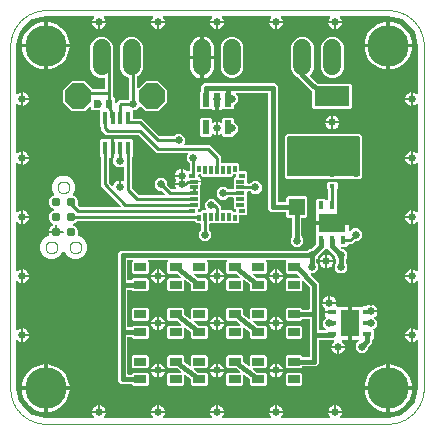
<source format=gtl>
G04 EAGLE Gerber RS-274X export*
G75*
%MOMM*%
%FSLAX35Y35*%
%LPD*%
%INcopper_top*%
%IPPOS*%
%AMOC8*
5,1,8,0,0,1.08239X$1,22.5*%
G01*
%ADD10C,0.000000*%
%ADD11R,1.400000X1.400000*%
%ADD12R,1.000000X0.700000*%
%ADD13R,0.600000X1.200000*%
%ADD14R,0.550000X0.300000*%
%ADD15R,0.750000X0.300000*%
%ADD16R,0.300000X0.550000*%
%ADD17R,0.300000X0.750000*%
%ADD18R,0.450000X1.100000*%
%ADD19R,2.300000X1.500000*%
%ADD20R,0.460000X0.710000*%
%ADD21R,1.500000X0.950000*%
%ADD22R,0.450000X0.300000*%
%ADD23R,0.870000X0.230000*%
%ADD24R,1.500000X2.300000*%
%ADD25R,0.710000X0.460000*%
%ADD26R,3.000000X1.700000*%
%ADD27R,0.600000X0.700000*%
%ADD28C,0.787400*%
%ADD29P,2.336880X8X22.500000*%
%ADD30C,1.524000*%
%ADD31C,3.516000*%
%ADD32C,0.650000*%
%ADD33C,0.250000*%
%ADD34C,0.400000*%

G36*
X299906Y49804D02*
X299906Y49804D01*
X299941Y49801D01*
X322133Y49974D01*
X322469Y49937D01*
X322713Y49864D01*
X323031Y49874D01*
X323694Y49800D01*
X699921Y49800D01*
X700628Y49916D01*
X701345Y49934D01*
X701836Y50114D01*
X702350Y50198D01*
X702983Y50533D01*
X703656Y50779D01*
X704063Y51104D01*
X704525Y51348D01*
X705019Y51868D01*
X705578Y52315D01*
X705860Y52753D01*
X706220Y53132D01*
X706523Y53783D01*
X706910Y54385D01*
X707038Y54890D01*
X707258Y55363D01*
X707337Y56076D01*
X707513Y56771D01*
X707473Y57290D01*
X707531Y57809D01*
X707379Y58510D01*
X707324Y59224D01*
X707120Y59704D01*
X707010Y60214D01*
X706643Y60829D01*
X706363Y61489D01*
X705916Y62048D01*
X705749Y62328D01*
X705568Y62483D01*
X705308Y62808D01*
X705026Y63091D01*
X698689Y72573D01*
X694325Y83110D01*
X692706Y91250D01*
X748868Y91250D01*
X749062Y91282D01*
X749257Y91260D01*
X749864Y91392D01*
X751132Y91250D01*
X807294Y91250D01*
X805675Y83110D01*
X801311Y72573D01*
X794974Y63091D01*
X794692Y62808D01*
X794274Y62228D01*
X793780Y61707D01*
X793559Y61233D01*
X793255Y60811D01*
X793044Y60126D01*
X792742Y59476D01*
X792684Y58958D01*
X792530Y58459D01*
X792548Y57743D01*
X792469Y57030D01*
X792580Y56520D01*
X792593Y55999D01*
X792838Y55326D01*
X792990Y54625D01*
X793257Y54177D01*
X793436Y53687D01*
X793883Y53128D01*
X794250Y52512D01*
X794647Y52172D01*
X794972Y51765D01*
X795574Y51377D01*
X796118Y50910D01*
X796602Y50714D01*
X797041Y50432D01*
X797737Y50256D01*
X798400Y49988D01*
X799109Y49908D01*
X799426Y49828D01*
X799665Y49847D01*
X800078Y49800D01*
X1199921Y49800D01*
X1200628Y49916D01*
X1201345Y49934D01*
X1201836Y50114D01*
X1202350Y50198D01*
X1202983Y50533D01*
X1203656Y50779D01*
X1204063Y51104D01*
X1204525Y51348D01*
X1205019Y51868D01*
X1205578Y52315D01*
X1205860Y52753D01*
X1206220Y53132D01*
X1206523Y53783D01*
X1206910Y54385D01*
X1207038Y54890D01*
X1207258Y55363D01*
X1207337Y56076D01*
X1207513Y56771D01*
X1207473Y57290D01*
X1207531Y57809D01*
X1207379Y58510D01*
X1207324Y59224D01*
X1207120Y59704D01*
X1207010Y60214D01*
X1206643Y60829D01*
X1206363Y61489D01*
X1205916Y62048D01*
X1205749Y62328D01*
X1205568Y62483D01*
X1205308Y62808D01*
X1205026Y63091D01*
X1198689Y72573D01*
X1194325Y83110D01*
X1192706Y91250D01*
X1248868Y91250D01*
X1249062Y91282D01*
X1249257Y91260D01*
X1249864Y91392D01*
X1251132Y91250D01*
X1307294Y91250D01*
X1305675Y83110D01*
X1301311Y72573D01*
X1294974Y63091D01*
X1294692Y62808D01*
X1294274Y62228D01*
X1293780Y61707D01*
X1293559Y61233D01*
X1293255Y60811D01*
X1293044Y60126D01*
X1292742Y59476D01*
X1292684Y58958D01*
X1292530Y58459D01*
X1292548Y57743D01*
X1292469Y57030D01*
X1292580Y56520D01*
X1292593Y55999D01*
X1292838Y55326D01*
X1292990Y54625D01*
X1293257Y54177D01*
X1293436Y53687D01*
X1293883Y53128D01*
X1294250Y52512D01*
X1294647Y52172D01*
X1294972Y51765D01*
X1295574Y51377D01*
X1296118Y50910D01*
X1296602Y50714D01*
X1297041Y50432D01*
X1297737Y50256D01*
X1298400Y49988D01*
X1299109Y49908D01*
X1299426Y49828D01*
X1299665Y49847D01*
X1300078Y49800D01*
X1699921Y49800D01*
X1700628Y49916D01*
X1701345Y49934D01*
X1701836Y50114D01*
X1702350Y50198D01*
X1702983Y50533D01*
X1703656Y50779D01*
X1704063Y51104D01*
X1704525Y51348D01*
X1705019Y51868D01*
X1705578Y52315D01*
X1705860Y52753D01*
X1706220Y53132D01*
X1706523Y53783D01*
X1706910Y54385D01*
X1707038Y54890D01*
X1707258Y55363D01*
X1707337Y56076D01*
X1707513Y56771D01*
X1707473Y57290D01*
X1707531Y57809D01*
X1707379Y58510D01*
X1707324Y59224D01*
X1707120Y59704D01*
X1707010Y60214D01*
X1706643Y60829D01*
X1706363Y61489D01*
X1705916Y62048D01*
X1705749Y62328D01*
X1705568Y62483D01*
X1705308Y62808D01*
X1705026Y63091D01*
X1698689Y72573D01*
X1694325Y83110D01*
X1692706Y91250D01*
X1748868Y91250D01*
X1749062Y91282D01*
X1749257Y91260D01*
X1749864Y91392D01*
X1751132Y91250D01*
X1807294Y91250D01*
X1805675Y83110D01*
X1801311Y72573D01*
X1794974Y63091D01*
X1794692Y62808D01*
X1794274Y62228D01*
X1793780Y61707D01*
X1793559Y61233D01*
X1793255Y60811D01*
X1793044Y60126D01*
X1792742Y59476D01*
X1792684Y58958D01*
X1792530Y58459D01*
X1792548Y57743D01*
X1792469Y57030D01*
X1792580Y56520D01*
X1792593Y55999D01*
X1792838Y55326D01*
X1792990Y54625D01*
X1793257Y54177D01*
X1793436Y53687D01*
X1793883Y53128D01*
X1794250Y52512D01*
X1794647Y52172D01*
X1794972Y51765D01*
X1795574Y51377D01*
X1796118Y50910D01*
X1796602Y50714D01*
X1797041Y50432D01*
X1797737Y50256D01*
X1798400Y49988D01*
X1799109Y49908D01*
X1799426Y49828D01*
X1799665Y49847D01*
X1800078Y49800D01*
X2199921Y49800D01*
X2200628Y49916D01*
X2201345Y49934D01*
X2201836Y50114D01*
X2202350Y50198D01*
X2202983Y50533D01*
X2203656Y50779D01*
X2204063Y51104D01*
X2204525Y51348D01*
X2205019Y51868D01*
X2205578Y52315D01*
X2205860Y52753D01*
X2206220Y53132D01*
X2206523Y53783D01*
X2206910Y54385D01*
X2207038Y54890D01*
X2207258Y55363D01*
X2207337Y56076D01*
X2207513Y56771D01*
X2207473Y57290D01*
X2207531Y57809D01*
X2207379Y58510D01*
X2207324Y59224D01*
X2207120Y59704D01*
X2207010Y60214D01*
X2206643Y60829D01*
X2206363Y61489D01*
X2205916Y62048D01*
X2205749Y62328D01*
X2205568Y62483D01*
X2205308Y62808D01*
X2205026Y63091D01*
X2198689Y72573D01*
X2194325Y83110D01*
X2192706Y91250D01*
X2248868Y91250D01*
X2249062Y91282D01*
X2249257Y91260D01*
X2249864Y91392D01*
X2251132Y91250D01*
X2307294Y91250D01*
X2305675Y83110D01*
X2301311Y72573D01*
X2294974Y63091D01*
X2294692Y62808D01*
X2294274Y62228D01*
X2293780Y61707D01*
X2293559Y61233D01*
X2293255Y60811D01*
X2293044Y60126D01*
X2292742Y59476D01*
X2292684Y58958D01*
X2292530Y58459D01*
X2292548Y57743D01*
X2292469Y57030D01*
X2292580Y56520D01*
X2292593Y55999D01*
X2292838Y55326D01*
X2292990Y54625D01*
X2293257Y54177D01*
X2293436Y53687D01*
X2293883Y53128D01*
X2294250Y52512D01*
X2294647Y52172D01*
X2294972Y51765D01*
X2295574Y51377D01*
X2296118Y50910D01*
X2296602Y50714D01*
X2297041Y50432D01*
X2297737Y50256D01*
X2298400Y49988D01*
X2299109Y49908D01*
X2299426Y49828D01*
X2299665Y49847D01*
X2300078Y49800D01*
X2699921Y49800D01*
X2700628Y49916D01*
X2701345Y49934D01*
X2701836Y50114D01*
X2702350Y50198D01*
X2702983Y50533D01*
X2703656Y50779D01*
X2704063Y51104D01*
X2704525Y51348D01*
X2705019Y51868D01*
X2705578Y52315D01*
X2705860Y52753D01*
X2706220Y53132D01*
X2706523Y53783D01*
X2706910Y54385D01*
X2707038Y54890D01*
X2707258Y55363D01*
X2707337Y56076D01*
X2707513Y56771D01*
X2707473Y57290D01*
X2707531Y57809D01*
X2707379Y58510D01*
X2707324Y59224D01*
X2707120Y59704D01*
X2707010Y60214D01*
X2706643Y60829D01*
X2706363Y61489D01*
X2705916Y62048D01*
X2705749Y62328D01*
X2705568Y62483D01*
X2705308Y62808D01*
X2705026Y63091D01*
X2698689Y72573D01*
X2694325Y83110D01*
X2692706Y91250D01*
X2748868Y91250D01*
X2749062Y91282D01*
X2749257Y91260D01*
X2749864Y91392D01*
X2751132Y91250D01*
X2807294Y91250D01*
X2805675Y83110D01*
X2801311Y72573D01*
X2794974Y63091D01*
X2794692Y62808D01*
X2794274Y62228D01*
X2793780Y61707D01*
X2793559Y61233D01*
X2793255Y60811D01*
X2793044Y60126D01*
X2792742Y59476D01*
X2792684Y58958D01*
X2792530Y58459D01*
X2792548Y57743D01*
X2792469Y57030D01*
X2792580Y56520D01*
X2792593Y55999D01*
X2792838Y55326D01*
X2792990Y54625D01*
X2793257Y54177D01*
X2793436Y53687D01*
X2793883Y53128D01*
X2794250Y52512D01*
X2794647Y52172D01*
X2794972Y51765D01*
X2795574Y51377D01*
X2796118Y50910D01*
X2796602Y50714D01*
X2797041Y50432D01*
X2797737Y50256D01*
X2798400Y49988D01*
X2799109Y49908D01*
X2799426Y49828D01*
X2799665Y49847D01*
X2800078Y49800D01*
X3200100Y49800D01*
X3200319Y49836D01*
X3200698Y49824D01*
X3238614Y52808D01*
X3238665Y52820D01*
X3238717Y52817D01*
X3240371Y53157D01*
X3312493Y76591D01*
X3312806Y76753D01*
X3313149Y76838D01*
X3314617Y77673D01*
X3375967Y122247D01*
X3376214Y122497D01*
X3376515Y122685D01*
X3377653Y123933D01*
X3422226Y185283D01*
X3422385Y185598D01*
X3422612Y185868D01*
X3423309Y187407D01*
X3446743Y259529D01*
X3446750Y259581D01*
X3446773Y259627D01*
X3447092Y261286D01*
X3450076Y299202D01*
X3450058Y299423D01*
X3450099Y299800D01*
X3450099Y699821D01*
X3449983Y700529D01*
X3449965Y701245D01*
X3449786Y701735D01*
X3449702Y702250D01*
X3449367Y702883D01*
X3449121Y703557D01*
X3448795Y703964D01*
X3448551Y704425D01*
X3448032Y704919D01*
X3447584Y705478D01*
X3447146Y705761D01*
X3446768Y706120D01*
X3446118Y706422D01*
X3445515Y706810D01*
X3445008Y706938D01*
X3444536Y707158D01*
X3443824Y707237D01*
X3443129Y707413D01*
X3442609Y707373D01*
X3442091Y707431D01*
X3441390Y707279D01*
X3440675Y707224D01*
X3440196Y707020D01*
X3439686Y706910D01*
X3439069Y706542D01*
X3438410Y706263D01*
X3437853Y705817D01*
X3437572Y705649D01*
X3437417Y705468D01*
X3437091Y705208D01*
X3436909Y705025D01*
X3427426Y698689D01*
X3416889Y694325D01*
X3408749Y692706D01*
X3408749Y748868D01*
X3408718Y749062D01*
X3408739Y749257D01*
X3408608Y749864D01*
X3408749Y751132D01*
X3408749Y807294D01*
X3416889Y805675D01*
X3427426Y801311D01*
X3436909Y794974D01*
X3437091Y794792D01*
X3437672Y794374D01*
X3438193Y793880D01*
X3438666Y793659D01*
X3439089Y793355D01*
X3439774Y793144D01*
X3440424Y792842D01*
X3440942Y792784D01*
X3441441Y792630D01*
X3442157Y792648D01*
X3442869Y792569D01*
X3443380Y792680D01*
X3443901Y792693D01*
X3444573Y792938D01*
X3445274Y793090D01*
X3445723Y793357D01*
X3446213Y793536D01*
X3446773Y793983D01*
X3447388Y794350D01*
X3447727Y794746D01*
X3448135Y795072D01*
X3448523Y795674D01*
X3448990Y796218D01*
X3449186Y796703D01*
X3449468Y797141D01*
X3449643Y797834D01*
X3449912Y798500D01*
X3449992Y799211D01*
X3450071Y799526D01*
X3450053Y799763D01*
X3450099Y800178D01*
X3450099Y1199821D01*
X3449983Y1200529D01*
X3449965Y1201245D01*
X3449786Y1201735D01*
X3449702Y1202250D01*
X3449367Y1202883D01*
X3449121Y1203557D01*
X3448795Y1203964D01*
X3448551Y1204425D01*
X3448032Y1204919D01*
X3447584Y1205478D01*
X3447146Y1205761D01*
X3446768Y1206120D01*
X3446118Y1206422D01*
X3445515Y1206810D01*
X3445008Y1206938D01*
X3444536Y1207158D01*
X3443824Y1207237D01*
X3443129Y1207413D01*
X3442609Y1207373D01*
X3442091Y1207431D01*
X3441390Y1207279D01*
X3440675Y1207224D01*
X3440196Y1207020D01*
X3439686Y1206910D01*
X3439069Y1206542D01*
X3438410Y1206263D01*
X3437853Y1205817D01*
X3437572Y1205649D01*
X3437417Y1205468D01*
X3437091Y1205208D01*
X3436909Y1205025D01*
X3427426Y1198689D01*
X3416889Y1194325D01*
X3408749Y1192706D01*
X3408749Y1248868D01*
X3408718Y1249062D01*
X3408739Y1249257D01*
X3408608Y1249864D01*
X3408749Y1251132D01*
X3408749Y1307294D01*
X3416889Y1305675D01*
X3427426Y1301311D01*
X3436909Y1294974D01*
X3437091Y1294792D01*
X3437672Y1294374D01*
X3438193Y1293880D01*
X3438666Y1293659D01*
X3439089Y1293355D01*
X3439774Y1293144D01*
X3440424Y1292842D01*
X3440942Y1292784D01*
X3441441Y1292630D01*
X3442157Y1292648D01*
X3442869Y1292569D01*
X3443380Y1292680D01*
X3443901Y1292693D01*
X3444573Y1292938D01*
X3445274Y1293090D01*
X3445723Y1293357D01*
X3446213Y1293536D01*
X3446773Y1293983D01*
X3447388Y1294350D01*
X3447727Y1294746D01*
X3448135Y1295072D01*
X3448523Y1295674D01*
X3448990Y1296218D01*
X3449186Y1296703D01*
X3449468Y1297141D01*
X3449643Y1297834D01*
X3449912Y1298500D01*
X3449992Y1299211D01*
X3450071Y1299526D01*
X3450053Y1299763D01*
X3450099Y1300178D01*
X3450099Y1699821D01*
X3449983Y1700529D01*
X3449965Y1701245D01*
X3449786Y1701735D01*
X3449702Y1702250D01*
X3449367Y1702883D01*
X3449121Y1703557D01*
X3448795Y1703964D01*
X3448551Y1704425D01*
X3448032Y1704919D01*
X3447584Y1705478D01*
X3447146Y1705761D01*
X3446768Y1706120D01*
X3446118Y1706422D01*
X3445515Y1706810D01*
X3445008Y1706938D01*
X3444536Y1707158D01*
X3443824Y1707237D01*
X3443129Y1707413D01*
X3442609Y1707373D01*
X3442091Y1707431D01*
X3441390Y1707279D01*
X3440675Y1707224D01*
X3440196Y1707020D01*
X3439686Y1706910D01*
X3439069Y1706542D01*
X3438410Y1706263D01*
X3437853Y1705817D01*
X3437572Y1705649D01*
X3437417Y1705468D01*
X3437091Y1705208D01*
X3436909Y1705025D01*
X3427426Y1698689D01*
X3416889Y1694325D01*
X3408749Y1692706D01*
X3408749Y1748868D01*
X3408718Y1749062D01*
X3408739Y1749257D01*
X3408608Y1749864D01*
X3408749Y1751132D01*
X3408749Y1807294D01*
X3416889Y1805675D01*
X3427426Y1801311D01*
X3436909Y1794974D01*
X3437091Y1794792D01*
X3437672Y1794374D01*
X3438193Y1793880D01*
X3438666Y1793659D01*
X3439089Y1793355D01*
X3439774Y1793144D01*
X3440424Y1792842D01*
X3440942Y1792784D01*
X3441441Y1792630D01*
X3442157Y1792648D01*
X3442869Y1792569D01*
X3443380Y1792680D01*
X3443901Y1792693D01*
X3444573Y1792938D01*
X3445274Y1793090D01*
X3445723Y1793357D01*
X3446213Y1793536D01*
X3446773Y1793983D01*
X3447388Y1794350D01*
X3447727Y1794746D01*
X3448135Y1795072D01*
X3448523Y1795674D01*
X3448990Y1796218D01*
X3449186Y1796703D01*
X3449468Y1797141D01*
X3449643Y1797834D01*
X3449912Y1798500D01*
X3449992Y1799211D01*
X3450071Y1799526D01*
X3450053Y1799763D01*
X3450099Y1800178D01*
X3450099Y2199821D01*
X3449983Y2200529D01*
X3449965Y2201245D01*
X3449786Y2201735D01*
X3449702Y2202250D01*
X3449367Y2202883D01*
X3449121Y2203557D01*
X3448795Y2203964D01*
X3448551Y2204425D01*
X3448032Y2204919D01*
X3447584Y2205478D01*
X3447146Y2205761D01*
X3446768Y2206120D01*
X3446118Y2206422D01*
X3445515Y2206810D01*
X3445008Y2206938D01*
X3444536Y2207158D01*
X3443824Y2207237D01*
X3443129Y2207413D01*
X3442609Y2207373D01*
X3442091Y2207431D01*
X3441390Y2207279D01*
X3440675Y2207224D01*
X3440196Y2207020D01*
X3439686Y2206910D01*
X3439069Y2206542D01*
X3438410Y2206263D01*
X3437853Y2205817D01*
X3437572Y2205649D01*
X3437417Y2205468D01*
X3437091Y2205208D01*
X3436909Y2205025D01*
X3427426Y2198689D01*
X3416889Y2194325D01*
X3408749Y2192706D01*
X3408749Y2248868D01*
X3408718Y2249062D01*
X3408739Y2249257D01*
X3408608Y2249864D01*
X3408749Y2251132D01*
X3408749Y2307294D01*
X3416889Y2305675D01*
X3427426Y2301311D01*
X3436909Y2294974D01*
X3437091Y2294792D01*
X3437672Y2294374D01*
X3438193Y2293880D01*
X3438666Y2293659D01*
X3439089Y2293355D01*
X3439774Y2293144D01*
X3440424Y2292842D01*
X3440942Y2292784D01*
X3441441Y2292630D01*
X3442157Y2292648D01*
X3442869Y2292569D01*
X3443380Y2292680D01*
X3443901Y2292693D01*
X3444573Y2292938D01*
X3445274Y2293090D01*
X3445723Y2293357D01*
X3446213Y2293536D01*
X3446773Y2293983D01*
X3447388Y2294350D01*
X3447727Y2294746D01*
X3448135Y2295072D01*
X3448523Y2295674D01*
X3448990Y2296218D01*
X3449186Y2296703D01*
X3449468Y2297141D01*
X3449643Y2297834D01*
X3449912Y2298500D01*
X3449992Y2299211D01*
X3450071Y2299526D01*
X3450053Y2299763D01*
X3450099Y2300178D01*
X3450099Y2699821D01*
X3449983Y2700529D01*
X3449965Y2701245D01*
X3449786Y2701735D01*
X3449702Y2702250D01*
X3449367Y2702883D01*
X3449121Y2703557D01*
X3448795Y2703964D01*
X3448551Y2704425D01*
X3448032Y2704919D01*
X3447584Y2705478D01*
X3447146Y2705761D01*
X3446768Y2706120D01*
X3446118Y2706422D01*
X3445515Y2706810D01*
X3445008Y2706938D01*
X3444536Y2707158D01*
X3443824Y2707237D01*
X3443129Y2707413D01*
X3442609Y2707373D01*
X3442091Y2707431D01*
X3441390Y2707279D01*
X3440675Y2707224D01*
X3440196Y2707020D01*
X3439686Y2706910D01*
X3439069Y2706542D01*
X3438410Y2706263D01*
X3437853Y2705817D01*
X3437572Y2705649D01*
X3437417Y2705468D01*
X3437091Y2705208D01*
X3436909Y2705025D01*
X3427426Y2698689D01*
X3416889Y2694325D01*
X3408749Y2692706D01*
X3408749Y2748868D01*
X3408718Y2749062D01*
X3408739Y2749257D01*
X3408608Y2749864D01*
X3408749Y2751132D01*
X3408749Y2807294D01*
X3416889Y2805675D01*
X3427426Y2801311D01*
X3436909Y2794974D01*
X3437091Y2794792D01*
X3437672Y2794374D01*
X3438193Y2793880D01*
X3438666Y2793659D01*
X3439089Y2793355D01*
X3439774Y2793144D01*
X3440424Y2792842D01*
X3440942Y2792784D01*
X3441441Y2792630D01*
X3442157Y2792648D01*
X3442869Y2792569D01*
X3443380Y2792680D01*
X3443901Y2792693D01*
X3444573Y2792938D01*
X3445274Y2793090D01*
X3445723Y2793357D01*
X3446213Y2793536D01*
X3446773Y2793983D01*
X3447388Y2794350D01*
X3447727Y2794746D01*
X3448135Y2795072D01*
X3448523Y2795674D01*
X3448990Y2796218D01*
X3449186Y2796703D01*
X3449468Y2797141D01*
X3449643Y2797834D01*
X3449912Y2798500D01*
X3449992Y2799211D01*
X3450071Y2799526D01*
X3450053Y2799763D01*
X3450099Y2800178D01*
X3450099Y3199817D01*
X3450063Y3200036D01*
X3450076Y3200415D01*
X3447092Y3238330D01*
X3447080Y3238381D01*
X3447083Y3238433D01*
X3446743Y3240087D01*
X3423311Y3312206D01*
X3423148Y3312520D01*
X3423063Y3312862D01*
X3422228Y3314330D01*
X3377658Y3375679D01*
X3377407Y3375928D01*
X3377220Y3376227D01*
X3375972Y3377365D01*
X3314625Y3421939D01*
X3314311Y3422098D01*
X3314040Y3422325D01*
X3312502Y3423021D01*
X3240384Y3446458D01*
X3240333Y3446465D01*
X3240286Y3446489D01*
X3238627Y3446807D01*
X3200712Y3449793D01*
X3200491Y3449775D01*
X3200114Y3449817D01*
X3176249Y3449818D01*
X3176247Y3449818D01*
X2800439Y3449840D01*
X2799731Y3449724D01*
X2799016Y3449706D01*
X2798527Y3449527D01*
X2798010Y3449443D01*
X2797377Y3449108D01*
X2796705Y3448862D01*
X2796297Y3448536D01*
X2795835Y3448292D01*
X2795341Y3447772D01*
X2794783Y3447326D01*
X2794500Y3446887D01*
X2794140Y3446508D01*
X2793838Y3445858D01*
X2793450Y3445257D01*
X2793323Y3444751D01*
X2793102Y3444277D01*
X2793023Y3443565D01*
X2792847Y3442871D01*
X2792887Y3442350D01*
X2792829Y3441831D01*
X2792980Y3441132D01*
X2793035Y3440418D01*
X2793239Y3439937D01*
X2793350Y3439426D01*
X2793717Y3438810D01*
X2793996Y3438152D01*
X2794443Y3437593D01*
X2794610Y3437313D01*
X2794790Y3437158D01*
X2794896Y3437026D01*
X2801311Y3427426D01*
X2805675Y3416889D01*
X2807294Y3408749D01*
X2751132Y3408749D01*
X2750938Y3408718D01*
X2750743Y3408739D01*
X2750136Y3408608D01*
X2748868Y3408749D01*
X2692706Y3408749D01*
X2694325Y3416889D01*
X2698689Y3427426D01*
X2705288Y3437301D01*
X2705372Y3437419D01*
X2705866Y3437938D01*
X2706086Y3438411D01*
X2706390Y3438834D01*
X2706602Y3439520D01*
X2706904Y3440169D01*
X2706962Y3440687D01*
X2707115Y3441186D01*
X2707097Y3441903D01*
X2707177Y3442615D01*
X2707066Y3443124D01*
X2707053Y3443646D01*
X2706808Y3444319D01*
X2706656Y3445020D01*
X2706389Y3445468D01*
X2706210Y3445958D01*
X2705763Y3446518D01*
X2705396Y3447133D01*
X2705000Y3447473D01*
X2704674Y3447880D01*
X2704072Y3448268D01*
X2703528Y3448735D01*
X2703044Y3448931D01*
X2702606Y3449213D01*
X2701912Y3449389D01*
X2701246Y3449658D01*
X2700536Y3449738D01*
X2700220Y3449817D01*
X2699983Y3449799D01*
X2699568Y3449845D01*
X2300410Y3449868D01*
X2299702Y3449752D01*
X2298985Y3449734D01*
X2298496Y3449555D01*
X2297982Y3449471D01*
X2297347Y3449135D01*
X2296674Y3448889D01*
X2296267Y3448564D01*
X2295806Y3448320D01*
X2295312Y3447800D01*
X2294752Y3447352D01*
X2294470Y3446914D01*
X2294111Y3446537D01*
X2293809Y3445887D01*
X2293420Y3445283D01*
X2293293Y3444777D01*
X2293073Y3444305D01*
X2292994Y3443593D01*
X2292818Y3442897D01*
X2292858Y3442377D01*
X2292800Y3441860D01*
X2292952Y3441159D01*
X2293007Y3440443D01*
X2293211Y3439964D01*
X2293321Y3439455D01*
X2293688Y3438838D01*
X2293969Y3438178D01*
X2294414Y3437621D01*
X2294581Y3437341D01*
X2294763Y3437186D01*
X2294924Y3436983D01*
X2301311Y3427426D01*
X2305675Y3416889D01*
X2307294Y3408749D01*
X2251132Y3408749D01*
X2250938Y3408718D01*
X2250743Y3408739D01*
X2250136Y3408608D01*
X2248868Y3408749D01*
X2192706Y3408749D01*
X2194325Y3416889D01*
X2198689Y3427426D01*
X2205186Y3437149D01*
X2205399Y3437446D01*
X2205894Y3437967D01*
X2206114Y3438440D01*
X2206418Y3438863D01*
X2206630Y3439548D01*
X2206932Y3440198D01*
X2206990Y3440715D01*
X2207144Y3441214D01*
X2207126Y3441932D01*
X2207205Y3442643D01*
X2207095Y3443153D01*
X2207082Y3443674D01*
X2206836Y3444348D01*
X2206684Y3445048D01*
X2206418Y3445496D01*
X2206239Y3445986D01*
X2205791Y3446547D01*
X2205424Y3447162D01*
X2205028Y3447501D01*
X2204703Y3447909D01*
X2204101Y3448297D01*
X2203556Y3448764D01*
X2203072Y3448960D01*
X2202634Y3449242D01*
X2201941Y3449417D01*
X2201275Y3449687D01*
X2200564Y3449766D01*
X2200249Y3449846D01*
X2200011Y3449828D01*
X2199596Y3449874D01*
X1800382Y3449897D01*
X1799673Y3449781D01*
X1798957Y3449762D01*
X1798468Y3449583D01*
X1797953Y3449499D01*
X1797319Y3449164D01*
X1796645Y3448918D01*
X1796239Y3448593D01*
X1795778Y3448349D01*
X1795283Y3447828D01*
X1794724Y3447381D01*
X1794443Y3446943D01*
X1794083Y3446565D01*
X1793780Y3445913D01*
X1793392Y3445311D01*
X1793265Y3444807D01*
X1793045Y3444334D01*
X1792965Y3443622D01*
X1792789Y3442926D01*
X1792830Y3442405D01*
X1792772Y3441888D01*
X1792923Y3441188D01*
X1792979Y3440472D01*
X1793182Y3439993D01*
X1793293Y3439483D01*
X1793660Y3438866D01*
X1793940Y3438207D01*
X1794386Y3437650D01*
X1794553Y3437370D01*
X1794734Y3437214D01*
X1794953Y3436941D01*
X1801311Y3427426D01*
X1805675Y3416889D01*
X1807294Y3408749D01*
X1751132Y3408749D01*
X1750938Y3408718D01*
X1750743Y3408739D01*
X1750136Y3408608D01*
X1748868Y3408749D01*
X1692706Y3408749D01*
X1694325Y3416889D01*
X1698689Y3427426D01*
X1705075Y3436983D01*
X1705430Y3437477D01*
X1705923Y3437995D01*
X1706143Y3438469D01*
X1706448Y3438894D01*
X1706659Y3439578D01*
X1706961Y3440227D01*
X1707018Y3440745D01*
X1707173Y3441245D01*
X1707154Y3441961D01*
X1707233Y3442672D01*
X1707123Y3443183D01*
X1707109Y3443705D01*
X1706864Y3444376D01*
X1706713Y3445077D01*
X1706445Y3445527D01*
X1706266Y3446017D01*
X1705819Y3446576D01*
X1705453Y3447191D01*
X1705056Y3447531D01*
X1704729Y3447939D01*
X1704128Y3448326D01*
X1703584Y3448793D01*
X1703099Y3448989D01*
X1702660Y3449271D01*
X1701968Y3449446D01*
X1701303Y3449715D01*
X1700591Y3449795D01*
X1700275Y3449875D01*
X1700037Y3449857D01*
X1699624Y3449903D01*
X1300353Y3449925D01*
X1299645Y3449809D01*
X1298928Y3449791D01*
X1298439Y3449612D01*
X1297924Y3449528D01*
X1297289Y3449192D01*
X1296617Y3448947D01*
X1296210Y3448622D01*
X1295749Y3448378D01*
X1295255Y3447857D01*
X1294695Y3447410D01*
X1294413Y3446972D01*
X1294054Y3446594D01*
X1293752Y3445943D01*
X1293363Y3445340D01*
X1293236Y3444835D01*
X1293016Y3444363D01*
X1292937Y3443651D01*
X1292761Y3442954D01*
X1292801Y3442434D01*
X1292743Y3441917D01*
X1292895Y3441216D01*
X1292950Y3440501D01*
X1293153Y3440022D01*
X1293264Y3439512D01*
X1293632Y3438895D01*
X1293912Y3438236D01*
X1294357Y3437678D01*
X1294524Y3437398D01*
X1294705Y3437243D01*
X1294966Y3436917D01*
X1294975Y3436908D01*
X1301311Y3427426D01*
X1305675Y3416889D01*
X1307294Y3408749D01*
X1251132Y3408749D01*
X1250938Y3408718D01*
X1250743Y3408739D01*
X1250136Y3408608D01*
X1248868Y3408749D01*
X1192706Y3408749D01*
X1194325Y3416889D01*
X1198689Y3427426D01*
X1205025Y3436909D01*
X1205040Y3436924D01*
X1205458Y3437505D01*
X1205951Y3438024D01*
X1206171Y3438498D01*
X1206477Y3438922D01*
X1206688Y3439607D01*
X1206989Y3440255D01*
X1207047Y3440774D01*
X1207201Y3441274D01*
X1207183Y3441990D01*
X1207262Y3442701D01*
X1207151Y3443212D01*
X1207138Y3443734D01*
X1206893Y3444405D01*
X1206741Y3445106D01*
X1206473Y3445555D01*
X1206294Y3446045D01*
X1205848Y3446604D01*
X1205481Y3447219D01*
X1205084Y3447559D01*
X1204758Y3447968D01*
X1204157Y3448354D01*
X1203613Y3448821D01*
X1203127Y3449018D01*
X1202689Y3449300D01*
X1201996Y3449475D01*
X1201332Y3449744D01*
X1200619Y3449823D01*
X1200303Y3449903D01*
X1200066Y3449885D01*
X1199653Y3449931D01*
X800324Y3449954D01*
X799616Y3449838D01*
X798900Y3449819D01*
X798411Y3449641D01*
X797896Y3449557D01*
X797261Y3449221D01*
X796588Y3448975D01*
X796182Y3448650D01*
X795721Y3448406D01*
X795226Y3447886D01*
X794667Y3447438D01*
X794385Y3447000D01*
X794026Y3446622D01*
X793723Y3445972D01*
X793335Y3445369D01*
X793207Y3444863D01*
X792988Y3444391D01*
X792908Y3443679D01*
X792732Y3442983D01*
X792773Y3442462D01*
X792715Y3441945D01*
X792866Y3441245D01*
X792922Y3440529D01*
X793125Y3440050D01*
X793235Y3439540D01*
X793603Y3438924D01*
X793883Y3438264D01*
X794329Y3437707D01*
X794496Y3437427D01*
X794677Y3437271D01*
X794938Y3436945D01*
X794974Y3436909D01*
X801311Y3427426D01*
X805675Y3416889D01*
X807294Y3408749D01*
X751132Y3408749D01*
X750938Y3408718D01*
X750743Y3408739D01*
X750136Y3408608D01*
X748868Y3408749D01*
X692706Y3408749D01*
X694325Y3416889D01*
X698689Y3427426D01*
X705025Y3436909D01*
X705068Y3436951D01*
X705486Y3437532D01*
X705980Y3438052D01*
X706200Y3438525D01*
X706504Y3438949D01*
X706716Y3439634D01*
X707018Y3440283D01*
X707076Y3440802D01*
X707229Y3441300D01*
X707211Y3442018D01*
X707291Y3442729D01*
X707180Y3443238D01*
X707167Y3443760D01*
X706922Y3444434D01*
X706770Y3445134D01*
X706503Y3445582D01*
X706324Y3446072D01*
X705877Y3446633D01*
X705510Y3447248D01*
X705114Y3447587D01*
X704788Y3447995D01*
X704186Y3448383D01*
X703642Y3448849D01*
X703158Y3449045D01*
X702719Y3449328D01*
X702025Y3449503D01*
X701360Y3449772D01*
X700649Y3449852D01*
X700334Y3449931D01*
X700097Y3449913D01*
X699682Y3449959D01*
X300101Y3449982D01*
X299881Y3449946D01*
X299499Y3449958D01*
X261959Y3446989D01*
X261919Y3446979D01*
X261878Y3446982D01*
X260223Y3446645D01*
X188752Y3423610D01*
X188451Y3423455D01*
X188121Y3423375D01*
X186648Y3422549D01*
X125631Y3378780D01*
X125391Y3378541D01*
X125103Y3378364D01*
X123952Y3377127D01*
X79224Y3316810D01*
X79069Y3316509D01*
X78848Y3316253D01*
X78131Y3314723D01*
X53968Y3243626D01*
X53962Y3243585D01*
X53943Y3243548D01*
X53597Y3241895D01*
X50043Y3204494D01*
X50060Y3204236D01*
X50009Y3203773D01*
X50020Y2800298D01*
X50046Y2800143D01*
X50030Y2800005D01*
X50138Y2799507D01*
X50155Y2798874D01*
X50333Y2798385D01*
X50418Y2797870D01*
X50545Y2797629D01*
X50551Y2797600D01*
X50632Y2797466D01*
X50753Y2797237D01*
X50999Y2796563D01*
X51325Y2796155D01*
X51568Y2795695D01*
X52088Y2795201D01*
X52536Y2794641D01*
X52975Y2794358D01*
X53353Y2794000D01*
X54003Y2793697D01*
X54605Y2793309D01*
X55110Y2793182D01*
X55584Y2792962D01*
X56297Y2792882D01*
X56991Y2792707D01*
X57510Y2792747D01*
X58029Y2792689D01*
X58730Y2792841D01*
X59445Y2792896D01*
X59924Y2793100D01*
X60434Y2793210D01*
X61050Y2793577D01*
X61710Y2793857D01*
X62201Y2794250D01*
X62340Y2794323D01*
X62390Y2794377D01*
X62548Y2794471D01*
X62703Y2794652D01*
X63029Y2794912D01*
X63091Y2794974D01*
X72573Y2801311D01*
X83110Y2805675D01*
X91250Y2807294D01*
X91250Y2751132D01*
X91282Y2750938D01*
X91260Y2750743D01*
X91392Y2750136D01*
X91250Y2748868D01*
X91250Y2692706D01*
X83110Y2694325D01*
X72573Y2698689D01*
X63091Y2705025D01*
X63032Y2705085D01*
X62449Y2705503D01*
X61930Y2705997D01*
X61457Y2706217D01*
X61034Y2706522D01*
X60349Y2706733D01*
X59698Y2707035D01*
X59180Y2707093D01*
X58682Y2707247D01*
X57965Y2707228D01*
X57253Y2707308D01*
X56744Y2707198D01*
X56222Y2707184D01*
X55548Y2706938D01*
X54848Y2706787D01*
X54400Y2706520D01*
X53910Y2706341D01*
X53349Y2705893D01*
X52734Y2705526D01*
X52396Y2705131D01*
X51988Y2704805D01*
X51599Y2704202D01*
X51133Y2703658D01*
X50938Y2703175D01*
X50655Y2702737D01*
X50479Y2702042D01*
X50210Y2701377D01*
X50131Y2700667D01*
X50051Y2700351D01*
X50069Y2700113D01*
X50023Y2699698D01*
X50034Y2300312D01*
X50150Y2299605D01*
X50169Y2298888D01*
X50348Y2298398D01*
X50432Y2297884D01*
X50768Y2297250D01*
X51013Y2296577D01*
X51338Y2296170D01*
X51583Y2295709D01*
X52102Y2295215D01*
X52550Y2294655D01*
X52989Y2294373D01*
X53367Y2294014D01*
X54017Y2293711D01*
X54619Y2293323D01*
X55125Y2293196D01*
X55598Y2292976D01*
X56310Y2292896D01*
X57005Y2292721D01*
X57526Y2292761D01*
X58043Y2292703D01*
X58744Y2292855D01*
X59459Y2292910D01*
X59939Y2293114D01*
X60448Y2293224D01*
X61063Y2293591D01*
X61724Y2293871D01*
X62283Y2294318D01*
X62562Y2294485D01*
X62717Y2294666D01*
X63043Y2294926D01*
X63091Y2294974D01*
X72573Y2301311D01*
X83110Y2305675D01*
X91250Y2307294D01*
X91250Y2251132D01*
X91282Y2250938D01*
X91260Y2250743D01*
X91392Y2250136D01*
X91250Y2248868D01*
X91250Y2192706D01*
X83110Y2194325D01*
X72573Y2198689D01*
X63091Y2205025D01*
X63046Y2205070D01*
X62464Y2205489D01*
X61944Y2205983D01*
X61472Y2206203D01*
X61048Y2206507D01*
X60363Y2206718D01*
X59713Y2207021D01*
X59194Y2207079D01*
X58697Y2207232D01*
X57980Y2207214D01*
X57267Y2207293D01*
X56758Y2207183D01*
X56237Y2207170D01*
X55563Y2206924D01*
X54862Y2206773D01*
X54415Y2206506D01*
X53925Y2206327D01*
X53364Y2205879D01*
X52749Y2205512D01*
X52410Y2205117D01*
X52002Y2204791D01*
X51614Y2204188D01*
X51147Y2203644D01*
X50952Y2203161D01*
X50669Y2202722D01*
X50493Y2202027D01*
X50225Y2201363D01*
X50146Y2200653D01*
X50066Y2200337D01*
X50084Y2200099D01*
X50038Y2199684D01*
X50049Y1800327D01*
X50165Y1799619D01*
X50183Y1798903D01*
X50362Y1798413D01*
X50446Y1797898D01*
X50782Y1797264D01*
X51028Y1796591D01*
X51353Y1796184D01*
X51597Y1795723D01*
X52117Y1795229D01*
X52564Y1794669D01*
X53003Y1794387D01*
X53381Y1794028D01*
X54031Y1793726D01*
X54634Y1793338D01*
X55139Y1793210D01*
X55612Y1792990D01*
X56325Y1792911D01*
X57020Y1792735D01*
X57540Y1792775D01*
X58058Y1792718D01*
X58758Y1792869D01*
X59473Y1792924D01*
X59953Y1793128D01*
X60463Y1793238D01*
X61078Y1793605D01*
X61738Y1793886D01*
X62297Y1794333D01*
X62576Y1794499D01*
X62731Y1794680D01*
X63057Y1794941D01*
X63091Y1794974D01*
X72573Y1801311D01*
X83110Y1805675D01*
X91250Y1807294D01*
X91250Y1751132D01*
X91282Y1750938D01*
X91260Y1750743D01*
X91392Y1750136D01*
X91250Y1748868D01*
X91250Y1692706D01*
X83110Y1694325D01*
X72573Y1698689D01*
X63091Y1705025D01*
X63059Y1705058D01*
X62477Y1705476D01*
X61958Y1705968D01*
X61485Y1706189D01*
X61060Y1706494D01*
X60376Y1706705D01*
X59727Y1707007D01*
X59208Y1707064D01*
X58709Y1707218D01*
X57993Y1707200D01*
X57281Y1707279D01*
X56770Y1707168D01*
X56249Y1707155D01*
X55577Y1706910D01*
X54876Y1706758D01*
X54428Y1706491D01*
X53937Y1706312D01*
X53378Y1705864D01*
X52763Y1705498D01*
X52423Y1705101D01*
X52015Y1704775D01*
X51628Y1704173D01*
X51161Y1703629D01*
X50965Y1703144D01*
X50683Y1702706D01*
X50508Y1702013D01*
X50239Y1701348D01*
X50159Y1700637D01*
X50079Y1700320D01*
X50098Y1700083D01*
X50052Y1699669D01*
X50063Y1300341D01*
X50179Y1299633D01*
X50198Y1298917D01*
X50376Y1298427D01*
X50461Y1297913D01*
X50796Y1297278D01*
X51042Y1296606D01*
X51367Y1296199D01*
X51611Y1295738D01*
X52131Y1295244D01*
X52579Y1294684D01*
X53018Y1294401D01*
X53395Y1294043D01*
X54045Y1293740D01*
X54648Y1293352D01*
X55153Y1293225D01*
X55627Y1293004D01*
X56339Y1292925D01*
X57034Y1292749D01*
X57555Y1292790D01*
X58072Y1292732D01*
X58773Y1292883D01*
X59488Y1292939D01*
X59968Y1293143D01*
X60477Y1293253D01*
X61092Y1293620D01*
X61753Y1293900D01*
X62312Y1294347D01*
X62591Y1294513D01*
X62745Y1294694D01*
X63072Y1294955D01*
X63092Y1294975D01*
X72573Y1301311D01*
X83110Y1305675D01*
X91250Y1307294D01*
X91250Y1251132D01*
X91282Y1250938D01*
X91260Y1250743D01*
X91392Y1250136D01*
X91250Y1248868D01*
X91250Y1192706D01*
X83110Y1194325D01*
X72573Y1198689D01*
X63092Y1205025D01*
X63075Y1205042D01*
X62492Y1205461D01*
X61973Y1205954D01*
X61500Y1206174D01*
X61077Y1206478D01*
X60392Y1206690D01*
X59741Y1206993D01*
X59223Y1207050D01*
X58725Y1207204D01*
X58008Y1207186D01*
X57296Y1207265D01*
X56787Y1207155D01*
X56265Y1207142D01*
X55592Y1206896D01*
X54891Y1206744D01*
X54443Y1206477D01*
X53953Y1206298D01*
X53393Y1205851D01*
X52777Y1205483D01*
X52438Y1205088D01*
X52031Y1204763D01*
X51642Y1204159D01*
X51176Y1203615D01*
X50981Y1203133D01*
X50698Y1202694D01*
X50522Y1201998D01*
X50253Y1201334D01*
X50174Y1200624D01*
X50094Y1200308D01*
X50112Y1200071D01*
X50066Y1199655D01*
X50077Y800355D01*
X50193Y799648D01*
X50211Y798933D01*
X50390Y798443D01*
X50475Y797927D01*
X50809Y797294D01*
X51055Y796622D01*
X51381Y796214D01*
X51625Y795752D01*
X52144Y795259D01*
X52591Y794700D01*
X53030Y794417D01*
X53409Y794057D01*
X54059Y793755D01*
X54660Y793368D01*
X55166Y793240D01*
X55641Y793019D01*
X56353Y792939D01*
X57046Y792764D01*
X57567Y792804D01*
X58086Y792746D01*
X58785Y792898D01*
X59499Y792953D01*
X59980Y793157D01*
X60491Y793267D01*
X61106Y793634D01*
X61765Y793913D01*
X62325Y794361D01*
X62605Y794528D01*
X62759Y794708D01*
X63084Y794968D01*
X63091Y794974D01*
X72573Y801311D01*
X83110Y805675D01*
X91250Y807294D01*
X91250Y751132D01*
X91282Y750938D01*
X91260Y750743D01*
X91392Y750136D01*
X91250Y748868D01*
X91250Y692706D01*
X83110Y694325D01*
X72573Y698689D01*
X63091Y705025D01*
X63087Y705029D01*
X62505Y705448D01*
X61987Y705940D01*
X61513Y706160D01*
X61089Y706465D01*
X60404Y706676D01*
X59755Y706978D01*
X59236Y707036D01*
X58737Y707190D01*
X58022Y707171D01*
X57310Y707251D01*
X56799Y707140D01*
X56277Y707127D01*
X55606Y706882D01*
X54905Y706730D01*
X54456Y706462D01*
X53966Y706283D01*
X53406Y705836D01*
X52791Y705469D01*
X52452Y705073D01*
X52043Y704747D01*
X51656Y704145D01*
X51190Y703601D01*
X50993Y703116D01*
X50711Y702678D01*
X50536Y701984D01*
X50267Y701320D01*
X50188Y700608D01*
X50108Y700292D01*
X50126Y700054D01*
X50080Y699641D01*
X50092Y295561D01*
X50130Y295324D01*
X50120Y294904D01*
X53369Y257396D01*
X53382Y257345D01*
X53379Y257294D01*
X53732Y255643D01*
X77501Y184398D01*
X77570Y184268D01*
X77594Y184155D01*
X77688Y183997D01*
X77753Y183743D01*
X78600Y182282D01*
X123222Y121869D01*
X123474Y121623D01*
X123663Y121325D01*
X124920Y120197D01*
X186026Y76528D01*
X186343Y76373D01*
X186615Y76148D01*
X188158Y75463D01*
X259768Y52814D01*
X259820Y52807D01*
X259866Y52784D01*
X261527Y52479D01*
X299075Y49819D01*
X299277Y49838D01*
X299613Y49800D01*
X299881Y49800D01*
X299906Y49804D01*
G37*
%LPC*%
G36*
X328602Y1392469D02*
X328602Y1392469D01*
X292021Y1407622D01*
X264022Y1435621D01*
X248869Y1472202D01*
X248869Y1511798D01*
X264022Y1548379D01*
X292021Y1576378D01*
X320853Y1588321D01*
X321020Y1588424D01*
X321210Y1588479D01*
X322068Y1589073D01*
X322945Y1589617D01*
X323070Y1589768D01*
X323233Y1589881D01*
X323855Y1590716D01*
X324514Y1591513D01*
X324585Y1591696D01*
X324703Y1591854D01*
X325025Y1592841D01*
X325398Y1593809D01*
X325406Y1594006D01*
X325468Y1594193D01*
X325459Y1595234D01*
X325503Y1596268D01*
X325448Y1596457D01*
X325447Y1596654D01*
X324977Y1598277D01*
X324218Y1600108D01*
X323387Y1604288D01*
X323973Y1604599D01*
X324837Y1604974D01*
X325055Y1605171D01*
X325316Y1605309D01*
X325966Y1605993D01*
X326664Y1606623D01*
X326808Y1606879D01*
X327011Y1607093D01*
X327408Y1607947D01*
X327870Y1608768D01*
X327925Y1609058D01*
X328049Y1609324D01*
X328152Y1610250D01*
X378879Y1610250D01*
X379073Y1610282D01*
X379268Y1610260D01*
X380283Y1610480D01*
X381307Y1610648D01*
X381481Y1610739D01*
X381673Y1610781D01*
X382565Y1611313D01*
X383483Y1611798D01*
X383618Y1611941D01*
X383787Y1612041D01*
X384462Y1612828D01*
X385178Y1613582D01*
X385260Y1613760D01*
X385388Y1613909D01*
X385778Y1614873D01*
X386215Y1615813D01*
X386237Y1616008D01*
X386311Y1616191D01*
X386498Y1617869D01*
X386498Y1619002D01*
X386502Y1619002D01*
X386502Y1617869D01*
X386533Y1617675D01*
X386512Y1617480D01*
X386732Y1616465D01*
X386899Y1615441D01*
X386991Y1615268D01*
X387033Y1615075D01*
X387565Y1614183D01*
X388050Y1613266D01*
X388192Y1613130D01*
X388293Y1612962D01*
X389080Y1612287D01*
X389833Y1611571D01*
X390012Y1611488D01*
X390161Y1611360D01*
X391125Y1610970D01*
X392065Y1610533D01*
X392260Y1610511D01*
X392443Y1610437D01*
X394121Y1610250D01*
X446510Y1610250D01*
X446704Y1610282D01*
X446899Y1610260D01*
X447915Y1610480D01*
X448938Y1610648D01*
X449112Y1610739D01*
X449304Y1610781D01*
X450197Y1611313D01*
X451114Y1611798D01*
X451249Y1611941D01*
X451418Y1612041D01*
X452093Y1612828D01*
X452809Y1613582D01*
X452892Y1613760D01*
X453020Y1613909D01*
X453409Y1614873D01*
X453847Y1615813D01*
X453868Y1616008D01*
X453942Y1616191D01*
X454129Y1617869D01*
X454129Y1620130D01*
X454098Y1620324D01*
X454119Y1620519D01*
X453899Y1621535D01*
X453732Y1622558D01*
X453640Y1622732D01*
X453598Y1622924D01*
X453066Y1623817D01*
X452581Y1624734D01*
X452439Y1624869D01*
X452338Y1625038D01*
X451551Y1625713D01*
X450798Y1626429D01*
X450619Y1626512D01*
X450470Y1626640D01*
X449506Y1627029D01*
X448566Y1627467D01*
X448371Y1627488D01*
X448188Y1627562D01*
X446510Y1627749D01*
X394749Y1627749D01*
X394749Y1679010D01*
X394718Y1679204D01*
X394739Y1679399D01*
X394519Y1680415D01*
X394352Y1681438D01*
X394260Y1681612D01*
X394218Y1681804D01*
X393686Y1682697D01*
X393201Y1683614D01*
X393059Y1683749D01*
X392958Y1683918D01*
X392171Y1684593D01*
X391418Y1685309D01*
X391239Y1685392D01*
X391090Y1685520D01*
X390126Y1685909D01*
X389186Y1686347D01*
X388991Y1686368D01*
X388808Y1686442D01*
X387130Y1686629D01*
X384869Y1686629D01*
X384675Y1686598D01*
X384480Y1686619D01*
X383465Y1686399D01*
X382441Y1686232D01*
X382268Y1686140D01*
X382075Y1686098D01*
X381183Y1685566D01*
X380266Y1685081D01*
X380130Y1684939D01*
X379962Y1684838D01*
X379286Y1684051D01*
X378571Y1683298D01*
X378488Y1683119D01*
X378360Y1682970D01*
X377970Y1682006D01*
X377533Y1681066D01*
X377511Y1680871D01*
X377437Y1680688D01*
X377250Y1679010D01*
X377250Y1627749D01*
X328222Y1627749D01*
X328000Y1628493D01*
X327801Y1629413D01*
X327650Y1629666D01*
X327566Y1629948D01*
X327023Y1630718D01*
X326540Y1631527D01*
X326317Y1631718D01*
X326147Y1631959D01*
X325388Y1632514D01*
X324672Y1633129D01*
X324398Y1633239D01*
X324162Y1633413D01*
X323377Y1633662D01*
X324218Y1637892D01*
X329101Y1649680D01*
X336189Y1660288D01*
X345212Y1669311D01*
X355820Y1676399D01*
X360610Y1678383D01*
X361218Y1678760D01*
X361873Y1679051D01*
X362258Y1679404D01*
X362702Y1679679D01*
X363158Y1680231D01*
X363686Y1680715D01*
X363938Y1681172D01*
X364271Y1681574D01*
X364528Y1682243D01*
X364874Y1682870D01*
X364967Y1683384D01*
X365154Y1683871D01*
X365185Y1684588D01*
X365313Y1685291D01*
X365237Y1685808D01*
X365259Y1686330D01*
X365060Y1687018D01*
X364957Y1687726D01*
X364721Y1688192D01*
X364576Y1688694D01*
X364168Y1689283D01*
X363844Y1689921D01*
X363472Y1690287D01*
X363174Y1690716D01*
X362600Y1691144D01*
X362089Y1691646D01*
X361462Y1691992D01*
X361201Y1692187D01*
X360975Y1692261D01*
X360610Y1692462D01*
X352870Y1695668D01*
X336168Y1712370D01*
X327129Y1734190D01*
X327129Y1757810D01*
X336168Y1779630D01*
X352870Y1796332D01*
X367665Y1802460D01*
X368274Y1802838D01*
X368928Y1803128D01*
X369312Y1803481D01*
X369757Y1803757D01*
X370214Y1804309D01*
X370741Y1804793D01*
X370993Y1805250D01*
X371326Y1805652D01*
X371583Y1806320D01*
X371929Y1806948D01*
X372022Y1807462D01*
X372210Y1807949D01*
X372240Y1808665D01*
X372368Y1809369D01*
X372293Y1809885D01*
X372315Y1810408D01*
X372116Y1811096D01*
X372012Y1811804D01*
X371776Y1812269D01*
X371631Y1812771D01*
X371223Y1813361D01*
X370899Y1813998D01*
X370528Y1814364D01*
X370229Y1814794D01*
X369655Y1815223D01*
X369145Y1815724D01*
X368518Y1816069D01*
X368256Y1816264D01*
X368029Y1816338D01*
X367665Y1816539D01*
X352870Y1822668D01*
X336168Y1839370D01*
X327129Y1861190D01*
X327129Y1884810D01*
X336168Y1906630D01*
X352870Y1923332D01*
X365698Y1928646D01*
X366087Y1928887D01*
X366516Y1929043D01*
X367127Y1929531D01*
X367789Y1929942D01*
X368081Y1930294D01*
X368438Y1930580D01*
X368861Y1931237D01*
X369359Y1931838D01*
X369523Y1932264D01*
X369771Y1932649D01*
X369962Y1933406D01*
X370242Y1934134D01*
X370262Y1934592D01*
X370374Y1935035D01*
X370314Y1935813D01*
X370347Y1936593D01*
X370220Y1937032D01*
X370185Y1937488D01*
X369881Y1938206D01*
X369663Y1938957D01*
X369403Y1939333D01*
X369224Y1939754D01*
X368373Y1940818D01*
X368262Y1940979D01*
X368219Y1941011D01*
X368170Y1941073D01*
X365622Y1943620D01*
X350469Y1980202D01*
X350469Y2019798D01*
X365622Y2056379D01*
X393621Y2084378D01*
X430202Y2099530D01*
X469798Y2099530D01*
X506379Y2084378D01*
X534378Y2056379D01*
X549530Y2019798D01*
X549530Y1980202D01*
X534378Y1943620D01*
X531830Y1941073D01*
X531563Y1940701D01*
X531226Y1940392D01*
X530849Y1939708D01*
X530394Y1939075D01*
X530259Y1938638D01*
X530038Y1938237D01*
X529899Y1937469D01*
X529669Y1936723D01*
X529681Y1936265D01*
X529599Y1935816D01*
X529712Y1935046D01*
X529732Y1934263D01*
X529889Y1933833D01*
X529955Y1933381D01*
X530308Y1932685D01*
X530576Y1931952D01*
X530861Y1931594D01*
X531068Y1931186D01*
X531624Y1930639D01*
X532112Y1930029D01*
X532497Y1929781D01*
X532823Y1929461D01*
X534015Y1928804D01*
X534181Y1928697D01*
X534233Y1928684D01*
X534302Y1928646D01*
X547130Y1923332D01*
X563832Y1906630D01*
X572870Y1884810D01*
X572870Y1861191D01*
X570982Y1856633D01*
X570715Y1855497D01*
X570430Y1854367D01*
X570435Y1854301D01*
X570420Y1854237D01*
X570528Y1853084D01*
X570618Y1851913D01*
X570644Y1851852D01*
X570650Y1851787D01*
X571120Y1850730D01*
X571579Y1849648D01*
X571628Y1849586D01*
X571650Y1849538D01*
X571782Y1849394D01*
X572634Y1848328D01*
X586231Y1834732D01*
X586968Y1834202D01*
X587658Y1833610D01*
X587963Y1833487D01*
X588229Y1833296D01*
X589098Y1833028D01*
X589940Y1832688D01*
X590352Y1832642D01*
X590580Y1832571D01*
X590907Y1832580D01*
X591618Y1832500D01*
X928142Y1832500D01*
X928849Y1832616D01*
X929564Y1832634D01*
X930055Y1832813D01*
X930571Y1832898D01*
X931203Y1833232D01*
X931876Y1833478D01*
X932284Y1833804D01*
X932746Y1834048D01*
X933239Y1834568D01*
X933798Y1835014D01*
X934080Y1835453D01*
X934441Y1835832D01*
X934743Y1836483D01*
X935130Y1837083D01*
X935258Y1837590D01*
X935479Y1838063D01*
X935558Y1838775D01*
X935734Y1839469D01*
X935694Y1839990D01*
X935752Y1840509D01*
X935600Y1841208D01*
X935545Y1841923D01*
X935341Y1842404D01*
X935231Y1842914D01*
X934864Y1843529D01*
X934584Y1844188D01*
X934137Y1844748D01*
X933970Y1845028D01*
X933790Y1845182D01*
X933764Y1845215D01*
X933736Y1845261D01*
X933706Y1845287D01*
X933530Y1845508D01*
X788769Y1990268D01*
X767499Y2011538D01*
X767499Y2255060D01*
X767353Y2255956D01*
X767283Y2256863D01*
X767155Y2257165D01*
X767102Y2257488D01*
X766677Y2258291D01*
X766322Y2259128D01*
X766063Y2259453D01*
X765951Y2259663D01*
X765714Y2259889D01*
X765268Y2260448D01*
X757999Y2267715D01*
X757999Y2394284D01*
X769716Y2406000D01*
X824799Y2406000D01*
X825925Y2406185D01*
X827062Y2406344D01*
X827159Y2406387D01*
X827228Y2406398D01*
X827435Y2406507D01*
X828609Y2407021D01*
X833195Y2409669D01*
X839656Y2411400D01*
X854250Y2411400D01*
X854250Y2334632D01*
X854282Y2334438D01*
X854260Y2334243D01*
X854480Y2333227D01*
X854648Y2332203D01*
X854739Y2332030D01*
X854781Y2331838D01*
X855249Y2331053D01*
X854970Y2330364D01*
X854533Y2329424D01*
X854511Y2329229D01*
X854437Y2329046D01*
X854250Y2327368D01*
X854250Y2250599D01*
X840120Y2250599D01*
X839926Y2250568D01*
X839730Y2250589D01*
X838715Y2250369D01*
X837691Y2250202D01*
X837518Y2250110D01*
X837325Y2250068D01*
X836433Y2249536D01*
X835516Y2249051D01*
X835380Y2248909D01*
X835212Y2248808D01*
X834537Y2248021D01*
X833821Y2247268D01*
X833738Y2247089D01*
X833610Y2246940D01*
X833220Y2245976D01*
X832783Y2245036D01*
X832761Y2244841D01*
X832688Y2244658D01*
X832500Y2242980D01*
X832500Y2041618D01*
X832647Y2040723D01*
X832717Y2039815D01*
X832845Y2039513D01*
X832898Y2039190D01*
X833322Y2038387D01*
X833678Y2037550D01*
X833937Y2037225D01*
X834048Y2037014D01*
X834285Y2036790D01*
X834732Y2036230D01*
X856794Y2014168D01*
X857166Y2013901D01*
X857475Y2013564D01*
X858159Y2013187D01*
X858793Y2012732D01*
X859229Y2012597D01*
X859630Y2012376D01*
X860398Y2012237D01*
X861144Y2012007D01*
X861602Y2012019D01*
X862052Y2011938D01*
X862824Y2012050D01*
X863604Y2012070D01*
X864034Y2012227D01*
X864487Y2012293D01*
X865183Y2012646D01*
X865916Y2012914D01*
X866273Y2013200D01*
X866681Y2013406D01*
X867228Y2013963D01*
X867838Y2014450D01*
X868086Y2014835D01*
X868406Y2015161D01*
X869064Y2016355D01*
X869170Y2016519D01*
X869183Y2016571D01*
X869222Y2016640D01*
X873689Y2027426D01*
X880025Y2036908D01*
X888091Y2044974D01*
X897573Y2051311D01*
X908110Y2055675D01*
X916250Y2057294D01*
X916250Y2001132D01*
X916282Y2000938D01*
X916260Y2000743D01*
X916480Y1999727D01*
X916648Y1998703D01*
X916739Y1998530D01*
X916781Y1998338D01*
X917313Y1997445D01*
X917798Y1996528D01*
X917941Y1996393D01*
X918041Y1996224D01*
X918828Y1995549D01*
X919582Y1994833D01*
X919760Y1994750D01*
X919909Y1994622D01*
X920873Y1994233D01*
X921813Y1993795D01*
X922008Y1993773D01*
X922191Y1993700D01*
X923869Y1993513D01*
X926130Y1993513D01*
X926324Y1993544D01*
X926519Y1993523D01*
X927535Y1993743D01*
X928558Y1993910D01*
X928732Y1994002D01*
X928924Y1994043D01*
X929817Y1994576D01*
X930734Y1995061D01*
X930869Y1995203D01*
X931038Y1995304D01*
X931713Y1996091D01*
X932429Y1996844D01*
X932512Y1997023D01*
X932640Y1997172D01*
X933029Y1998136D01*
X933467Y1999076D01*
X933488Y1999271D01*
X933562Y1999453D01*
X933749Y2001132D01*
X933749Y2057294D01*
X941889Y2055675D01*
X952464Y2051295D01*
X952910Y2051190D01*
X953324Y2050998D01*
X954099Y2050911D01*
X954860Y2050733D01*
X955315Y2050775D01*
X955769Y2050725D01*
X956533Y2050890D01*
X957310Y2050963D01*
X957728Y2051149D01*
X958174Y2051246D01*
X958844Y2051645D01*
X959558Y2051963D01*
X959896Y2052272D01*
X960288Y2052506D01*
X960796Y2053098D01*
X961371Y2053627D01*
X961592Y2054027D01*
X961890Y2054374D01*
X962183Y2055099D01*
X962559Y2055782D01*
X962641Y2056231D01*
X962812Y2056656D01*
X962963Y2058012D01*
X962998Y2058203D01*
X962991Y2058255D01*
X962999Y2058334D01*
X962999Y2170358D01*
X962884Y2171065D01*
X962865Y2171780D01*
X962686Y2172271D01*
X962602Y2172786D01*
X962267Y2173419D01*
X962022Y2174092D01*
X961696Y2174500D01*
X961451Y2174962D01*
X960932Y2175455D01*
X960485Y2176014D01*
X960047Y2176297D01*
X959668Y2176657D01*
X959018Y2176958D01*
X958416Y2177346D01*
X957909Y2177474D01*
X957436Y2177694D01*
X956725Y2177774D01*
X956030Y2177949D01*
X955509Y2177909D01*
X954991Y2177967D01*
X954290Y2177816D01*
X953577Y2177761D01*
X953096Y2177557D01*
X952586Y2177446D01*
X951971Y2177080D01*
X951311Y2176800D01*
X950752Y2176353D01*
X950472Y2176186D01*
X950317Y2176005D01*
X949992Y2175745D01*
X946747Y2172499D01*
X903253Y2172499D01*
X872499Y2203253D01*
X872499Y2246746D01*
X874518Y2248765D01*
X875048Y2249503D01*
X875640Y2250193D01*
X875763Y2250497D01*
X875954Y2250763D01*
X876222Y2251632D01*
X876562Y2252474D01*
X876608Y2252887D01*
X876678Y2253115D01*
X876670Y2253441D01*
X876749Y2254153D01*
X876749Y2327368D01*
X876718Y2327562D01*
X876739Y2327757D01*
X876519Y2328773D01*
X876352Y2329796D01*
X876260Y2329970D01*
X876218Y2330162D01*
X875751Y2330947D01*
X876029Y2331636D01*
X876467Y2332576D01*
X876488Y2332771D01*
X876562Y2332953D01*
X876749Y2334632D01*
X876749Y2411400D01*
X891344Y2411400D01*
X897804Y2409669D01*
X902391Y2407021D01*
X903457Y2406618D01*
X904522Y2406188D01*
X904627Y2406176D01*
X904693Y2406151D01*
X904928Y2406142D01*
X906200Y2406000D01*
X1026284Y2406000D01*
X1038000Y2394284D01*
X1038000Y2267716D01*
X1030232Y2259947D01*
X1029702Y2259209D01*
X1029110Y2258519D01*
X1028987Y2258215D01*
X1028796Y2257949D01*
X1028528Y2257080D01*
X1028188Y2256238D01*
X1028142Y2255825D01*
X1028071Y2255597D01*
X1028080Y2255271D01*
X1028000Y2254559D01*
X1028000Y1996118D01*
X1028147Y1995223D01*
X1028217Y1994315D01*
X1028345Y1994013D01*
X1028398Y1993690D01*
X1028822Y1992887D01*
X1029178Y1992050D01*
X1029437Y1991725D01*
X1029548Y1991514D01*
X1029785Y1991290D01*
X1030232Y1990730D01*
X1086230Y1934732D01*
X1086968Y1934202D01*
X1087658Y1933610D01*
X1087963Y1933487D01*
X1088229Y1933296D01*
X1089098Y1933028D01*
X1089940Y1932688D01*
X1090352Y1932642D01*
X1090580Y1932571D01*
X1090907Y1932580D01*
X1091618Y1932500D01*
X1303142Y1932500D01*
X1303849Y1932616D01*
X1304564Y1932634D01*
X1305055Y1932813D01*
X1305571Y1932898D01*
X1306203Y1933232D01*
X1306876Y1933478D01*
X1307284Y1933804D01*
X1307746Y1934048D01*
X1308239Y1934568D01*
X1308798Y1935014D01*
X1309080Y1935453D01*
X1309441Y1935832D01*
X1309743Y1936483D01*
X1310130Y1937083D01*
X1310258Y1937590D01*
X1310479Y1938063D01*
X1310558Y1938775D01*
X1310734Y1939469D01*
X1310694Y1939990D01*
X1310752Y1940509D01*
X1310600Y1941208D01*
X1310545Y1941923D01*
X1310341Y1942404D01*
X1310231Y1942914D01*
X1309864Y1943529D01*
X1309584Y1944188D01*
X1309137Y1944748D01*
X1308970Y1945028D01*
X1308790Y1945182D01*
X1308530Y1945508D01*
X1283769Y1970268D01*
X1283031Y1970798D01*
X1282342Y1971390D01*
X1282037Y1971513D01*
X1281771Y1971704D01*
X1280902Y1971972D01*
X1280060Y1972312D01*
X1279648Y1972358D01*
X1279419Y1972428D01*
X1279093Y1972420D01*
X1278382Y1972499D01*
X1253253Y1972499D01*
X1222499Y2003253D01*
X1222499Y2046746D01*
X1253253Y2077500D01*
X1296746Y2077500D01*
X1327500Y2046746D01*
X1327500Y2021618D01*
X1327647Y2020723D01*
X1327717Y2019815D01*
X1327845Y2019513D01*
X1327898Y2019190D01*
X1328322Y2018387D01*
X1328678Y2017550D01*
X1328937Y2017225D01*
X1329048Y2017014D01*
X1329285Y2016790D01*
X1329732Y2016230D01*
X1361230Y1984732D01*
X1361968Y1984202D01*
X1362658Y1983610D01*
X1362963Y1983487D01*
X1363229Y1983296D01*
X1364098Y1983028D01*
X1364940Y1982688D01*
X1365352Y1982642D01*
X1365580Y1982571D01*
X1365907Y1982580D01*
X1366618Y1982500D01*
X1394506Y1982500D01*
X1395680Y1982693D01*
X1396873Y1982877D01*
X1396903Y1982893D01*
X1396935Y1982898D01*
X1397980Y1983451D01*
X1399058Y1984009D01*
X1399081Y1984033D01*
X1399110Y1984048D01*
X1399938Y1984920D01*
X1400768Y1985779D01*
X1400782Y1985808D01*
X1400805Y1985832D01*
X1401310Y1986918D01*
X1401825Y1988001D01*
X1401829Y1988034D01*
X1401843Y1988063D01*
X1401973Y1989236D01*
X1402119Y1990444D01*
X1402112Y1990477D01*
X1402116Y1990509D01*
X1401863Y1991678D01*
X1401618Y1992854D01*
X1401600Y1992888D01*
X1401595Y1992914D01*
X1401535Y1993014D01*
X1400841Y1994353D01*
X1398689Y1997574D01*
X1394325Y2008110D01*
X1392706Y2016250D01*
X1448868Y2016250D01*
X1449062Y2016282D01*
X1449257Y2016260D01*
X1449864Y2016392D01*
X1451132Y2016250D01*
X1483298Y2016250D01*
X1484473Y2016442D01*
X1485644Y2016620D01*
X1485683Y2016640D01*
X1485726Y2016648D01*
X1486777Y2017203D01*
X1487832Y2017746D01*
X1487863Y2017778D01*
X1487902Y2017798D01*
X1488729Y2018669D01*
X1489547Y2019511D01*
X1489566Y2019550D01*
X1489597Y2019582D01*
X1490102Y2020668D01*
X1490611Y2021730D01*
X1490616Y2021774D01*
X1490634Y2021813D01*
X1490765Y2022984D01*
X1490911Y2024172D01*
X1490903Y2024224D01*
X1490907Y2024259D01*
X1490877Y2024399D01*
X1490658Y2025842D01*
X1490052Y2028103D01*
X1489872Y2028500D01*
X1489780Y2028924D01*
X1489369Y2029613D01*
X1489039Y2030346D01*
X1488743Y2030664D01*
X1488520Y2031038D01*
X1487910Y2031561D01*
X1487364Y2032148D01*
X1486983Y2032356D01*
X1486652Y2032640D01*
X1485907Y2032941D01*
X1485202Y2033324D01*
X1484773Y2033399D01*
X1484370Y2033562D01*
X1482920Y2033724D01*
X1482778Y2033749D01*
X1482744Y2033743D01*
X1482692Y2033749D01*
X1458749Y2033749D01*
X1458749Y2098868D01*
X1458718Y2099062D01*
X1458739Y2099257D01*
X1458608Y2099864D01*
X1458749Y2101132D01*
X1458749Y2157294D01*
X1466889Y2155675D01*
X1477426Y2151311D01*
X1486909Y2144974D01*
X1494974Y2136909D01*
X1495082Y2136747D01*
X1495725Y2136059D01*
X1496313Y2135323D01*
X1496560Y2135163D01*
X1496762Y2134948D01*
X1497592Y2134499D01*
X1498382Y2133991D01*
X1498667Y2133919D01*
X1498926Y2133778D01*
X1499855Y2133618D01*
X1500768Y2133387D01*
X1501062Y2133410D01*
X1501351Y2133360D01*
X1502281Y2133503D01*
X1503221Y2133576D01*
X1503493Y2133691D01*
X1503783Y2133736D01*
X1504619Y2134168D01*
X1505487Y2134537D01*
X1505776Y2134768D01*
X1505968Y2134867D01*
X1506097Y2135000D01*
X1509880Y2135000D01*
X1510074Y2135032D01*
X1510269Y2135010D01*
X1511285Y2135230D01*
X1512308Y2135398D01*
X1512482Y2135490D01*
X1512674Y2135531D01*
X1513567Y2136063D01*
X1514484Y2136548D01*
X1514619Y2136691D01*
X1514788Y2136792D01*
X1515463Y2137579D01*
X1516179Y2138332D01*
X1516262Y2138510D01*
X1516390Y2138660D01*
X1516779Y2139624D01*
X1517217Y2140563D01*
X1517238Y2140758D01*
X1517312Y2140941D01*
X1517499Y2142620D01*
X1517499Y2205097D01*
X1517353Y2205993D01*
X1517283Y2206900D01*
X1517155Y2207203D01*
X1517102Y2207526D01*
X1516678Y2208328D01*
X1516322Y2209166D01*
X1516063Y2209491D01*
X1515951Y2209701D01*
X1515715Y2209926D01*
X1515268Y2210485D01*
X1497499Y2228253D01*
X1497499Y2271747D01*
X1505245Y2279492D01*
X1505663Y2280073D01*
X1506157Y2280593D01*
X1506377Y2281067D01*
X1506682Y2281490D01*
X1506893Y2282174D01*
X1507194Y2282824D01*
X1507252Y2283342D01*
X1507406Y2283842D01*
X1507388Y2284559D01*
X1507467Y2285269D01*
X1507357Y2285779D01*
X1507343Y2286302D01*
X1507098Y2286976D01*
X1506946Y2287674D01*
X1506679Y2288123D01*
X1506500Y2288614D01*
X1506053Y2289173D01*
X1505686Y2289788D01*
X1505289Y2290128D01*
X1504963Y2290536D01*
X1504362Y2290923D01*
X1503818Y2291390D01*
X1503333Y2291586D01*
X1502894Y2291868D01*
X1502201Y2292044D01*
X1501536Y2292312D01*
X1500825Y2292392D01*
X1500508Y2292472D01*
X1500271Y2292453D01*
X1499858Y2292499D01*
X1236538Y2292499D01*
X1088769Y2440268D01*
X1088031Y2440798D01*
X1087342Y2441390D01*
X1087037Y2441513D01*
X1086771Y2441704D01*
X1085902Y2441972D01*
X1085060Y2442312D01*
X1084648Y2442358D01*
X1084419Y2442428D01*
X1084093Y2442420D01*
X1083382Y2442499D01*
X811538Y2442499D01*
X767999Y2486038D01*
X767999Y2509559D01*
X767853Y2510455D01*
X767783Y2511362D01*
X767655Y2511665D01*
X767602Y2511988D01*
X767178Y2512790D01*
X766822Y2513628D01*
X766563Y2513953D01*
X766451Y2514163D01*
X766215Y2514388D01*
X765768Y2514947D01*
X757999Y2522716D01*
X757999Y2647380D01*
X757968Y2647574D01*
X757989Y2647769D01*
X757769Y2648785D01*
X757602Y2649808D01*
X757510Y2649982D01*
X757468Y2650174D01*
X756936Y2651067D01*
X756451Y2651984D01*
X756309Y2652119D01*
X756208Y2652288D01*
X755421Y2652963D01*
X754668Y2653679D01*
X754489Y2653762D01*
X754340Y2653890D01*
X753376Y2654279D01*
X752436Y2654717D01*
X752241Y2654738D01*
X752058Y2654812D01*
X750380Y2654999D01*
X695216Y2654999D01*
X683499Y2666716D01*
X683499Y2684156D01*
X683384Y2684863D01*
X683365Y2685578D01*
X683186Y2686068D01*
X683102Y2686584D01*
X682768Y2687216D01*
X682522Y2687889D01*
X682195Y2688298D01*
X681951Y2688759D01*
X681432Y2689253D01*
X680985Y2689812D01*
X680547Y2690094D01*
X680168Y2690454D01*
X679517Y2690757D01*
X678916Y2691144D01*
X678410Y2691272D01*
X677936Y2691492D01*
X677225Y2691572D01*
X676531Y2691747D01*
X676009Y2691707D01*
X675491Y2691765D01*
X674792Y2691614D01*
X674077Y2691559D01*
X673596Y2691355D01*
X673086Y2691244D01*
X672471Y2690878D01*
X671812Y2690598D01*
X671252Y2690151D01*
X670972Y2689984D01*
X670818Y2689803D01*
X670492Y2689543D01*
X627998Y2647049D01*
X522001Y2647049D01*
X447049Y2722001D01*
X447049Y2827998D01*
X522001Y2902950D01*
X627998Y2902950D01*
X696217Y2834732D01*
X696955Y2834202D01*
X697645Y2833610D01*
X697949Y2833487D01*
X698215Y2833296D01*
X699084Y2833028D01*
X699926Y2832688D01*
X700339Y2832642D01*
X700567Y2832571D01*
X700893Y2832580D01*
X701605Y2832500D01*
X793380Y2832500D01*
X793574Y2832532D01*
X793769Y2832510D01*
X794785Y2832730D01*
X795808Y2832898D01*
X795982Y2832990D01*
X796174Y2833031D01*
X797067Y2833563D01*
X797984Y2834048D01*
X798119Y2834191D01*
X798288Y2834292D01*
X798963Y2835079D01*
X799679Y2835832D01*
X799762Y2836010D01*
X799890Y2836160D01*
X800279Y2837124D01*
X800717Y2838063D01*
X800738Y2838258D01*
X800812Y2838441D01*
X800999Y2840120D01*
X800999Y2919980D01*
X800968Y2920174D01*
X800989Y2920369D01*
X800769Y2921385D01*
X800602Y2922408D01*
X800510Y2922582D01*
X800468Y2922774D01*
X799936Y2923667D01*
X799451Y2924584D01*
X799309Y2924719D01*
X799208Y2924888D01*
X798421Y2925563D01*
X797668Y2926279D01*
X797489Y2926362D01*
X797340Y2926490D01*
X796376Y2926879D01*
X795436Y2927317D01*
X795241Y2927338D01*
X795058Y2927412D01*
X793380Y2927599D01*
X753864Y2927599D01*
X718507Y2942245D01*
X691445Y2969307D01*
X676799Y3004664D01*
X676799Y3195335D01*
X691445Y3230693D01*
X718507Y3257755D01*
X753864Y3272400D01*
X792135Y3272400D01*
X827493Y3257755D01*
X854555Y3230693D01*
X869200Y3195335D01*
X869200Y3004664D01*
X866580Y2998339D01*
X866432Y2997706D01*
X866188Y2997102D01*
X866095Y2996270D01*
X866018Y2995944D01*
X866037Y2995748D01*
X866000Y2995423D01*
X866000Y2772620D01*
X866032Y2772426D01*
X866010Y2772230D01*
X866230Y2771215D01*
X866398Y2770191D01*
X866490Y2770018D01*
X866531Y2769825D01*
X867063Y2768933D01*
X867548Y2768016D01*
X867691Y2767880D01*
X867792Y2767712D01*
X868579Y2767037D01*
X869332Y2766321D01*
X869510Y2766238D01*
X869660Y2766110D01*
X870624Y2765720D01*
X871447Y2765337D01*
X883500Y2753284D01*
X883500Y2716358D01*
X883517Y2716254D01*
X883510Y2716192D01*
X883580Y2715870D01*
X883616Y2715651D01*
X883634Y2714935D01*
X883813Y2714444D01*
X883898Y2713929D01*
X884233Y2713296D01*
X884478Y2712623D01*
X884804Y2712215D01*
X885048Y2711754D01*
X885567Y2711261D01*
X886014Y2710701D01*
X886454Y2710418D01*
X886832Y2710059D01*
X887481Y2709757D01*
X888083Y2709369D01*
X888591Y2709241D01*
X889063Y2709021D01*
X889774Y2708942D01*
X890469Y2708766D01*
X890990Y2708806D01*
X891509Y2708748D01*
X892209Y2708900D01*
X892923Y2708955D01*
X893403Y2709158D01*
X893914Y2709269D01*
X894529Y2709636D01*
X895188Y2709915D01*
X895747Y2710362D01*
X896028Y2710529D01*
X896183Y2710710D01*
X896508Y2710970D01*
X905266Y2719729D01*
X905268Y2719730D01*
X926538Y2741000D01*
X995097Y2741000D01*
X995993Y2741147D01*
X996900Y2741217D01*
X997203Y2741345D01*
X997526Y2741398D01*
X998328Y2741822D01*
X999166Y2742178D01*
X999491Y2742437D01*
X999701Y2742548D01*
X999926Y2742785D01*
X1000485Y2743232D01*
X1005268Y2748015D01*
X1005798Y2748753D01*
X1006390Y2749443D01*
X1006513Y2749747D01*
X1006704Y2750013D01*
X1006972Y2750882D01*
X1007312Y2751724D01*
X1007358Y2752137D01*
X1007428Y2752365D01*
X1007420Y2752691D01*
X1007499Y2753403D01*
X1007499Y2922660D01*
X1007310Y2923815D01*
X1007143Y2924964D01*
X1007113Y2925023D01*
X1007102Y2925088D01*
X1006556Y2926120D01*
X1006029Y2927158D01*
X1005982Y2927205D01*
X1005951Y2927263D01*
X1005103Y2928070D01*
X1004275Y2928884D01*
X1004206Y2928922D01*
X1004168Y2928958D01*
X1003988Y2929042D01*
X1002796Y2929699D01*
X972507Y2942245D01*
X945445Y2969307D01*
X930799Y3004664D01*
X930799Y3195335D01*
X945445Y3230693D01*
X972507Y3257755D01*
X1007864Y3272400D01*
X1046135Y3272400D01*
X1081493Y3257755D01*
X1108555Y3230693D01*
X1123200Y3195335D01*
X1123200Y3004664D01*
X1108555Y2969307D01*
X1081493Y2942245D01*
X1077204Y2940468D01*
X1076218Y2939857D01*
X1075212Y2939257D01*
X1075168Y2939207D01*
X1075113Y2939172D01*
X1074375Y2938282D01*
X1073610Y2937389D01*
X1073585Y2937327D01*
X1073543Y2937277D01*
X1073126Y2936191D01*
X1072688Y2935108D01*
X1072679Y2935029D01*
X1072660Y2934980D01*
X1072651Y2934783D01*
X1072500Y2933429D01*
X1072500Y2846844D01*
X1072616Y2846137D01*
X1072634Y2845422D01*
X1072813Y2844931D01*
X1072898Y2844416D01*
X1073232Y2843783D01*
X1073478Y2843110D01*
X1073804Y2842702D01*
X1074048Y2842240D01*
X1074568Y2841747D01*
X1075014Y2841188D01*
X1075453Y2840906D01*
X1075832Y2840545D01*
X1076483Y2840243D01*
X1077083Y2839856D01*
X1077590Y2839728D01*
X1078063Y2839508D01*
X1078775Y2839428D01*
X1079469Y2839253D01*
X1079990Y2839293D01*
X1080509Y2839235D01*
X1081208Y2839386D01*
X1081923Y2839441D01*
X1082404Y2839645D01*
X1082914Y2839756D01*
X1083529Y2840122D01*
X1084188Y2840402D01*
X1084748Y2840849D01*
X1085028Y2841016D01*
X1085182Y2841196D01*
X1085508Y2841456D01*
X1147001Y2902950D01*
X1252998Y2902950D01*
X1327950Y2827998D01*
X1327950Y2722001D01*
X1252998Y2647049D01*
X1147001Y2647049D01*
X1105287Y2688764D01*
X1105126Y2688880D01*
X1105004Y2689033D01*
X1104136Y2689592D01*
X1103288Y2690201D01*
X1103099Y2690259D01*
X1102935Y2690365D01*
X1101932Y2690618D01*
X1100937Y2690925D01*
X1100740Y2690920D01*
X1100549Y2690968D01*
X1099515Y2690889D01*
X1098477Y2690862D01*
X1098292Y2690795D01*
X1098096Y2690780D01*
X1097142Y2690375D01*
X1096165Y2690018D01*
X1096011Y2689895D01*
X1095830Y2689819D01*
X1094511Y2688764D01*
X1061746Y2655999D01*
X1045620Y2655999D01*
X1045426Y2655968D01*
X1045230Y2655989D01*
X1044215Y2655769D01*
X1043191Y2655602D01*
X1043018Y2655510D01*
X1042825Y2655468D01*
X1041933Y2654936D01*
X1041016Y2654451D01*
X1040880Y2654309D01*
X1040712Y2654208D01*
X1040034Y2653418D01*
X1039321Y2652668D01*
X1039238Y2652489D01*
X1039110Y2652340D01*
X1038720Y2651376D01*
X1038283Y2650436D01*
X1038261Y2650241D01*
X1038188Y2650058D01*
X1038000Y2648380D01*
X1038000Y2590120D01*
X1038032Y2589926D01*
X1038010Y2589730D01*
X1038230Y2588715D01*
X1038398Y2587691D01*
X1038490Y2587518D01*
X1038531Y2587325D01*
X1039063Y2586433D01*
X1039548Y2585516D01*
X1039691Y2585380D01*
X1039792Y2585212D01*
X1040579Y2584537D01*
X1041332Y2583821D01*
X1041510Y2583738D01*
X1041660Y2583610D01*
X1042624Y2583220D01*
X1043563Y2582783D01*
X1043758Y2582761D01*
X1043941Y2582688D01*
X1045620Y2582500D01*
X1113462Y2582500D01*
X1134731Y2561232D01*
X1134732Y2561230D01*
X1261230Y2434732D01*
X1261968Y2434202D01*
X1262658Y2433610D01*
X1262963Y2433487D01*
X1263229Y2433296D01*
X1264098Y2433028D01*
X1264940Y2432688D01*
X1265352Y2432642D01*
X1265580Y2432571D01*
X1265907Y2432580D01*
X1266618Y2432500D01*
X1380098Y2432500D01*
X1380993Y2432647D01*
X1381901Y2432717D01*
X1382203Y2432845D01*
X1382526Y2432898D01*
X1383328Y2433322D01*
X1384166Y2433678D01*
X1384491Y2433937D01*
X1384701Y2434048D01*
X1384926Y2434285D01*
X1385485Y2434732D01*
X1403253Y2452500D01*
X1446746Y2452500D01*
X1477500Y2421746D01*
X1477500Y2378253D01*
X1469754Y2370508D01*
X1469337Y2369927D01*
X1468843Y2369407D01*
X1468623Y2368933D01*
X1468318Y2368509D01*
X1468107Y2367825D01*
X1467805Y2367176D01*
X1467748Y2366658D01*
X1467593Y2366158D01*
X1467612Y2365441D01*
X1467533Y2364730D01*
X1467643Y2364221D01*
X1467656Y2363698D01*
X1467902Y2363024D01*
X1468053Y2362325D01*
X1468321Y2361877D01*
X1468500Y2361386D01*
X1468947Y2360826D01*
X1469314Y2360212D01*
X1469710Y2359872D01*
X1470037Y2359464D01*
X1470638Y2359077D01*
X1471182Y2358610D01*
X1471667Y2358414D01*
X1472105Y2358132D01*
X1472799Y2357956D01*
X1473463Y2357688D01*
X1474175Y2357608D01*
X1474491Y2357528D01*
X1474729Y2357546D01*
X1475142Y2357500D01*
X1684924Y2357500D01*
X1780000Y2262424D01*
X1780000Y2213120D01*
X1780032Y2212926D01*
X1780010Y2212730D01*
X1780230Y2211715D01*
X1780398Y2210691D01*
X1780490Y2210518D01*
X1780531Y2210325D01*
X1781063Y2209433D01*
X1781548Y2208516D01*
X1781691Y2208380D01*
X1781792Y2208212D01*
X1782579Y2207537D01*
X1783332Y2206821D01*
X1783510Y2206738D01*
X1783660Y2206610D01*
X1784624Y2206220D01*
X1785563Y2205783D01*
X1785758Y2205761D01*
X1785941Y2205688D01*
X1787620Y2205500D01*
X1923284Y2205500D01*
X1935000Y2193784D01*
X1935000Y2142620D01*
X1935032Y2142426D01*
X1935010Y2142230D01*
X1935230Y2141215D01*
X1935398Y2140191D01*
X1935490Y2140018D01*
X1935531Y2139825D01*
X1936063Y2138933D01*
X1936548Y2138016D01*
X1936691Y2137880D01*
X1936792Y2137712D01*
X1937579Y2137037D01*
X1938332Y2136321D01*
X1938510Y2136238D01*
X1938660Y2136110D01*
X1939624Y2135720D01*
X1940563Y2135283D01*
X1940758Y2135261D01*
X1940941Y2135188D01*
X1942620Y2135000D01*
X1993784Y2135000D01*
X2005500Y2123284D01*
X2005500Y2040120D01*
X2005532Y2039926D01*
X2005510Y2039730D01*
X2005730Y2038715D01*
X2005898Y2037691D01*
X2005990Y2037518D01*
X2006031Y2037325D01*
X2006563Y2036433D01*
X2007048Y2035516D01*
X2007191Y2035380D01*
X2007292Y2035212D01*
X2008079Y2034537D01*
X2008832Y2033821D01*
X2009010Y2033738D01*
X2009160Y2033610D01*
X2010124Y2033220D01*
X2011063Y2032783D01*
X2011258Y2032761D01*
X2011441Y2032688D01*
X2013120Y2032500D01*
X2030097Y2032500D01*
X2030993Y2032647D01*
X2031900Y2032717D01*
X2032203Y2032845D01*
X2032526Y2032898D01*
X2033328Y2033322D01*
X2034166Y2033678D01*
X2034491Y2033937D01*
X2034701Y2034048D01*
X2034926Y2034285D01*
X2035485Y2034732D01*
X2053253Y2052500D01*
X2096746Y2052500D01*
X2127500Y2021746D01*
X2127500Y1978253D01*
X2096746Y1947499D01*
X2053253Y1947499D01*
X2035485Y1965268D01*
X2034747Y1965798D01*
X2034057Y1966390D01*
X2033753Y1966513D01*
X2033487Y1966704D01*
X2032618Y1966972D01*
X2031776Y1967312D01*
X2031363Y1967358D01*
X2031135Y1967428D01*
X2030808Y1967420D01*
X2030097Y1967499D01*
X2013120Y1967499D01*
X2012926Y1967468D01*
X2012730Y1967489D01*
X2011715Y1967269D01*
X2010691Y1967102D01*
X2010518Y1967010D01*
X2010325Y1966968D01*
X2009433Y1966436D01*
X2008516Y1965951D01*
X2008380Y1965809D01*
X2008212Y1965708D01*
X2007537Y1964921D01*
X2006821Y1964168D01*
X2006738Y1963989D01*
X2006610Y1963840D01*
X2006220Y1962876D01*
X2005783Y1961936D01*
X2005761Y1961741D01*
X2005688Y1961558D01*
X2005500Y1959880D01*
X2005500Y1776716D01*
X1993784Y1764999D01*
X1942620Y1764999D01*
X1942426Y1764968D01*
X1942230Y1764989D01*
X1941215Y1764769D01*
X1940191Y1764602D01*
X1940018Y1764510D01*
X1939825Y1764468D01*
X1938933Y1763936D01*
X1938016Y1763451D01*
X1937880Y1763309D01*
X1937712Y1763208D01*
X1937037Y1762421D01*
X1936321Y1761668D01*
X1936238Y1761489D01*
X1936110Y1761340D01*
X1935720Y1760376D01*
X1935283Y1759436D01*
X1935261Y1759241D01*
X1935188Y1759058D01*
X1935000Y1757380D01*
X1935000Y1706216D01*
X1923284Y1694499D01*
X1690120Y1694499D01*
X1689926Y1694468D01*
X1689730Y1694489D01*
X1688715Y1694269D01*
X1687691Y1694102D01*
X1687518Y1694010D01*
X1687325Y1693968D01*
X1686433Y1693436D01*
X1685516Y1692951D01*
X1685380Y1692809D01*
X1685212Y1692708D01*
X1684537Y1691921D01*
X1683821Y1691168D01*
X1683738Y1690989D01*
X1683610Y1690840D01*
X1683220Y1689876D01*
X1682783Y1688936D01*
X1682761Y1688741D01*
X1682688Y1688558D01*
X1682500Y1686880D01*
X1682500Y1644903D01*
X1682647Y1644007D01*
X1682717Y1643100D01*
X1682845Y1642797D01*
X1682898Y1642474D01*
X1683322Y1641672D01*
X1683678Y1640834D01*
X1683937Y1640509D01*
X1684048Y1640299D01*
X1684285Y1640074D01*
X1684732Y1639515D01*
X1702500Y1621746D01*
X1702500Y1578253D01*
X1671746Y1547499D01*
X1628253Y1547499D01*
X1597499Y1578253D01*
X1597499Y1621746D01*
X1615268Y1639515D01*
X1615798Y1640253D01*
X1616390Y1640943D01*
X1616513Y1641247D01*
X1616704Y1641513D01*
X1616972Y1642382D01*
X1617312Y1643224D01*
X1617358Y1643637D01*
X1617428Y1643865D01*
X1617420Y1644191D01*
X1617499Y1644903D01*
X1617499Y1686880D01*
X1617468Y1687074D01*
X1617489Y1687269D01*
X1617269Y1688285D01*
X1617102Y1689308D01*
X1617010Y1689482D01*
X1616968Y1689674D01*
X1616436Y1690567D01*
X1615951Y1691484D01*
X1615809Y1691619D01*
X1615708Y1691788D01*
X1614921Y1692463D01*
X1614168Y1693179D01*
X1613989Y1693262D01*
X1613840Y1693390D01*
X1612876Y1693779D01*
X1611936Y1694217D01*
X1611741Y1694238D01*
X1611558Y1694312D01*
X1609880Y1694499D01*
X1576716Y1694499D01*
X1564985Y1706230D01*
X1564989Y1706269D01*
X1564769Y1707285D01*
X1564602Y1708308D01*
X1564510Y1708482D01*
X1564468Y1708674D01*
X1563936Y1709567D01*
X1563451Y1710484D01*
X1563309Y1710619D01*
X1563208Y1710788D01*
X1562421Y1711463D01*
X1561668Y1712179D01*
X1561489Y1712262D01*
X1561340Y1712390D01*
X1560376Y1712779D01*
X1559436Y1713217D01*
X1559241Y1713238D01*
X1559058Y1713312D01*
X1557380Y1713499D01*
X568118Y1713499D01*
X567223Y1713353D01*
X566315Y1713283D01*
X566012Y1713155D01*
X565689Y1713102D01*
X564888Y1712678D01*
X564049Y1712322D01*
X563724Y1712063D01*
X563514Y1711951D01*
X563289Y1711715D01*
X562730Y1711268D01*
X547130Y1695668D01*
X532334Y1689539D01*
X531725Y1689162D01*
X531072Y1688871D01*
X530688Y1688519D01*
X530243Y1688243D01*
X529785Y1687691D01*
X529259Y1687207D01*
X529007Y1686750D01*
X528673Y1686348D01*
X528417Y1685680D01*
X528071Y1685052D01*
X527978Y1684538D01*
X527790Y1684051D01*
X527759Y1683335D01*
X527632Y1682631D01*
X527707Y1682114D01*
X527685Y1681592D01*
X527884Y1680904D01*
X527988Y1680196D01*
X528223Y1679731D01*
X528369Y1679228D01*
X528777Y1678639D01*
X529101Y1678001D01*
X529472Y1677636D01*
X529770Y1677206D01*
X530345Y1676777D01*
X530855Y1676276D01*
X531482Y1675931D01*
X531744Y1675735D01*
X531970Y1675661D01*
X532334Y1675461D01*
X547130Y1669332D01*
X563832Y1652630D01*
X572870Y1630810D01*
X572870Y1607190D01*
X570034Y1600343D01*
X569989Y1600150D01*
X569894Y1599979D01*
X569709Y1598960D01*
X569472Y1597947D01*
X569490Y1597751D01*
X569455Y1597558D01*
X569605Y1596533D01*
X569702Y1595497D01*
X569782Y1595317D01*
X569811Y1595123D01*
X570279Y1594200D01*
X570702Y1593248D01*
X570835Y1593103D01*
X570924Y1592928D01*
X571663Y1592201D01*
X572366Y1591435D01*
X572538Y1591340D01*
X572678Y1591203D01*
X574157Y1590387D01*
X607979Y1576378D01*
X635978Y1548379D01*
X651130Y1511798D01*
X651130Y1472202D01*
X635978Y1435621D01*
X607979Y1407622D01*
X571398Y1392469D01*
X531802Y1392469D01*
X495221Y1407622D01*
X467222Y1435621D01*
X457039Y1460204D01*
X456661Y1460813D01*
X456371Y1461467D01*
X456018Y1461851D01*
X455743Y1462296D01*
X455190Y1462753D01*
X454707Y1463279D01*
X454250Y1463531D01*
X453847Y1463865D01*
X453179Y1464122D01*
X452552Y1464468D01*
X452038Y1464561D01*
X451550Y1464748D01*
X450835Y1464779D01*
X450131Y1464906D01*
X449614Y1464831D01*
X449092Y1464853D01*
X448403Y1464654D01*
X447696Y1464551D01*
X447231Y1464315D01*
X446728Y1464169D01*
X446138Y1463761D01*
X445501Y1463438D01*
X445135Y1463065D01*
X444705Y1462768D01*
X444278Y1462194D01*
X443776Y1461683D01*
X443430Y1461056D01*
X443235Y1460794D01*
X443161Y1460568D01*
X442960Y1460204D01*
X432778Y1435621D01*
X404779Y1407622D01*
X368198Y1392469D01*
X328602Y1392469D01*
G37*
%LPD*%
%LPC*%
G36*
X1041716Y319999D02*
X1041716Y319999D01*
X1028947Y332768D01*
X1028209Y333298D01*
X1027519Y333890D01*
X1027215Y334013D01*
X1026949Y334204D01*
X1026080Y334472D01*
X1025238Y334812D01*
X1024825Y334858D01*
X1024597Y334928D01*
X1024271Y334920D01*
X1023559Y334999D01*
X933431Y334999D01*
X909999Y358431D01*
X909999Y1441568D01*
X933431Y1465000D01*
X2512598Y1465000D01*
X2513493Y1465147D01*
X2514401Y1465217D01*
X2514703Y1465345D01*
X2515026Y1465398D01*
X2515828Y1465822D01*
X2516666Y1466178D01*
X2516991Y1466437D01*
X2517201Y1466548D01*
X2517427Y1466786D01*
X2517985Y1467232D01*
X2528253Y1477500D01*
X2542775Y1477500D01*
X2543670Y1477647D01*
X2544578Y1477717D01*
X2544881Y1477845D01*
X2545203Y1477898D01*
X2546006Y1478322D01*
X2546843Y1478678D01*
X2547168Y1478937D01*
X2547379Y1479048D01*
X2547603Y1479285D01*
X2548163Y1479732D01*
X2585768Y1517337D01*
X2586298Y1518075D01*
X2586890Y1518765D01*
X2587013Y1519069D01*
X2587204Y1519335D01*
X2587472Y1520204D01*
X2587812Y1521046D01*
X2587858Y1521459D01*
X2587928Y1521687D01*
X2587920Y1522013D01*
X2587999Y1522725D01*
X2587999Y1595784D01*
X2590259Y1598044D01*
X2590374Y1598204D01*
X2590528Y1598327D01*
X2591089Y1599199D01*
X2591695Y1600042D01*
X2591753Y1600230D01*
X2591860Y1600396D01*
X2592114Y1601402D01*
X2592420Y1602394D01*
X2592415Y1602591D01*
X2592463Y1602782D01*
X2592383Y1603817D01*
X2592357Y1604854D01*
X2592289Y1605038D01*
X2592274Y1605235D01*
X2591868Y1606192D01*
X2591513Y1607165D01*
X2591390Y1607319D01*
X2591313Y1607501D01*
X2590258Y1608820D01*
X2589674Y1609404D01*
X2586330Y1615196D01*
X2584599Y1621656D01*
X2584599Y1684761D01*
X2659712Y1684761D01*
X2660642Y1684913D01*
X2661580Y1684993D01*
X2661850Y1685111D01*
X2662141Y1685158D01*
X2662973Y1685599D01*
X2663837Y1685974D01*
X2664055Y1686171D01*
X2664316Y1686309D01*
X2664966Y1686993D01*
X2665664Y1687623D01*
X2665808Y1687879D01*
X2666011Y1688093D01*
X2666408Y1688947D01*
X2666870Y1689768D01*
X2666925Y1690058D01*
X2667049Y1690324D01*
X2667152Y1691250D01*
X2716250Y1691250D01*
X2716250Y1645120D01*
X2716282Y1644926D01*
X2716260Y1644730D01*
X2716480Y1643715D01*
X2716648Y1642691D01*
X2716739Y1642518D01*
X2716781Y1642325D01*
X2717313Y1641433D01*
X2717798Y1640516D01*
X2717941Y1640380D01*
X2718041Y1640212D01*
X2718828Y1639537D01*
X2719582Y1638821D01*
X2719760Y1638738D01*
X2719909Y1638610D01*
X2720873Y1638220D01*
X2721813Y1637783D01*
X2722008Y1637761D01*
X2722191Y1637688D01*
X2723869Y1637500D01*
X2726130Y1637500D01*
X2726324Y1637532D01*
X2726519Y1637510D01*
X2727535Y1637730D01*
X2728558Y1637898D01*
X2728732Y1637990D01*
X2728924Y1638031D01*
X2729817Y1638563D01*
X2730734Y1639048D01*
X2730869Y1639191D01*
X2731038Y1639292D01*
X2731713Y1640079D01*
X2732429Y1640832D01*
X2732512Y1641010D01*
X2732640Y1641160D01*
X2733029Y1642124D01*
X2733467Y1643063D01*
X2733488Y1643258D01*
X2733562Y1643441D01*
X2733749Y1645120D01*
X2733749Y1691250D01*
X2782778Y1691250D01*
X2783000Y1690505D01*
X2783199Y1689586D01*
X2783350Y1689333D01*
X2783434Y1689051D01*
X2783978Y1688280D01*
X2784459Y1687473D01*
X2784683Y1687281D01*
X2784853Y1687040D01*
X2785612Y1686484D01*
X2786328Y1685871D01*
X2786601Y1685760D01*
X2786838Y1685586D01*
X2787736Y1685301D01*
X2788609Y1684948D01*
X2788976Y1684907D01*
X2789184Y1684841D01*
X2789517Y1684847D01*
X2790288Y1684761D01*
X2865400Y1684761D01*
X2865400Y1633042D01*
X2865516Y1632335D01*
X2865534Y1631620D01*
X2865713Y1631129D01*
X2865798Y1630613D01*
X2866132Y1629981D01*
X2866378Y1629308D01*
X2866704Y1628900D01*
X2866948Y1628438D01*
X2867468Y1627945D01*
X2867914Y1627386D01*
X2868353Y1627104D01*
X2868732Y1626743D01*
X2869383Y1626441D01*
X2869983Y1626054D01*
X2870490Y1625926D01*
X2870963Y1625705D01*
X2871675Y1625626D01*
X2872369Y1625450D01*
X2872890Y1625490D01*
X2873409Y1625433D01*
X2874108Y1625584D01*
X2874823Y1625639D01*
X2875304Y1625843D01*
X2875814Y1625953D01*
X2876429Y1626320D01*
X2877088Y1626600D01*
X2877648Y1627047D01*
X2877928Y1627214D01*
X2878082Y1627394D01*
X2878408Y1627654D01*
X2903253Y1652500D01*
X2946746Y1652500D01*
X2977500Y1621746D01*
X2977500Y1578253D01*
X2946746Y1547499D01*
X2921618Y1547499D01*
X2920723Y1547353D01*
X2919815Y1547283D01*
X2919513Y1547155D01*
X2919190Y1547102D01*
X2918387Y1546678D01*
X2917550Y1546322D01*
X2917225Y1546063D01*
X2917014Y1545951D01*
X2916790Y1545715D01*
X2916230Y1545268D01*
X2890462Y1519499D01*
X2869620Y1519499D01*
X2869426Y1519468D01*
X2869230Y1519489D01*
X2868215Y1519269D01*
X2867191Y1519102D01*
X2867018Y1519010D01*
X2866825Y1518968D01*
X2865933Y1518436D01*
X2865016Y1517951D01*
X2864880Y1517809D01*
X2864712Y1517708D01*
X2864037Y1516921D01*
X2863321Y1516168D01*
X2863238Y1515989D01*
X2863110Y1515840D01*
X2862720Y1514876D01*
X2862283Y1513936D01*
X2862261Y1513741D01*
X2862188Y1513558D01*
X2862000Y1511880D01*
X2862000Y1508216D01*
X2850284Y1496499D01*
X2803464Y1496499D01*
X2802757Y1496384D01*
X2802042Y1496365D01*
X2801551Y1496186D01*
X2801036Y1496102D01*
X2800403Y1495767D01*
X2799730Y1495522D01*
X2799322Y1495196D01*
X2798860Y1494951D01*
X2798367Y1494432D01*
X2797808Y1493985D01*
X2797526Y1493547D01*
X2797165Y1493168D01*
X2796863Y1492518D01*
X2796476Y1491916D01*
X2796348Y1491409D01*
X2796128Y1490936D01*
X2796048Y1490225D01*
X2795873Y1489530D01*
X2795913Y1489009D01*
X2795855Y1488491D01*
X2796006Y1487790D01*
X2796061Y1487077D01*
X2796265Y1486596D01*
X2796376Y1486086D01*
X2796742Y1485471D01*
X2797022Y1484811D01*
X2797469Y1484252D01*
X2797636Y1483972D01*
X2797817Y1483817D01*
X2798077Y1483492D01*
X2801837Y1479732D01*
X2802574Y1479202D01*
X2803265Y1478610D01*
X2803569Y1478487D01*
X2803835Y1478296D01*
X2804704Y1478028D01*
X2805546Y1477688D01*
X2805959Y1477642D01*
X2806187Y1477571D01*
X2806513Y1477580D01*
X2807225Y1477500D01*
X2821746Y1477500D01*
X2852500Y1446746D01*
X2852500Y1403253D01*
X2842232Y1392985D01*
X2841702Y1392247D01*
X2841110Y1391557D01*
X2840987Y1391253D01*
X2840796Y1390987D01*
X2840528Y1390118D01*
X2840188Y1389276D01*
X2840142Y1388863D01*
X2840071Y1388635D01*
X2840080Y1388308D01*
X2840000Y1387597D01*
X2840000Y1362403D01*
X2840147Y1361507D01*
X2840217Y1360600D01*
X2840345Y1360297D01*
X2840398Y1359974D01*
X2840822Y1359172D01*
X2841178Y1358334D01*
X2841437Y1358009D01*
X2841548Y1357799D01*
X2841785Y1357574D01*
X2842232Y1357015D01*
X2852500Y1346746D01*
X2852500Y1303253D01*
X2821746Y1272499D01*
X2778253Y1272499D01*
X2747499Y1303253D01*
X2747499Y1346746D01*
X2757768Y1357015D01*
X2758298Y1357753D01*
X2758890Y1358443D01*
X2759013Y1358747D01*
X2759204Y1359013D01*
X2759472Y1359882D01*
X2759812Y1360724D01*
X2759858Y1361137D01*
X2759928Y1361365D01*
X2759920Y1361691D01*
X2759999Y1362403D01*
X2759999Y1387597D01*
X2759853Y1388493D01*
X2759783Y1389400D01*
X2759655Y1389703D01*
X2759602Y1390026D01*
X2759178Y1390828D01*
X2758822Y1391666D01*
X2758563Y1391991D01*
X2758451Y1392201D01*
X2758215Y1392426D01*
X2757768Y1392985D01*
X2747499Y1403253D01*
X2747499Y1417775D01*
X2747353Y1418670D01*
X2747283Y1419578D01*
X2747155Y1419881D01*
X2747102Y1420203D01*
X2746678Y1421006D01*
X2746322Y1421843D01*
X2746063Y1422168D01*
X2745951Y1422379D01*
X2745715Y1422603D01*
X2745268Y1423163D01*
X2684999Y1483431D01*
X2684999Y1485036D01*
X2684884Y1485743D01*
X2684865Y1486458D01*
X2684686Y1486948D01*
X2684602Y1487464D01*
X2684268Y1488096D01*
X2684022Y1488769D01*
X2683695Y1489178D01*
X2683451Y1489639D01*
X2682932Y1490133D01*
X2682485Y1490692D01*
X2682047Y1490974D01*
X2681668Y1491334D01*
X2681017Y1491637D01*
X2680416Y1492024D01*
X2679910Y1492152D01*
X2679436Y1492372D01*
X2678725Y1492452D01*
X2678031Y1492627D01*
X2677509Y1492587D01*
X2676991Y1492645D01*
X2676292Y1492494D01*
X2675577Y1492439D01*
X2675096Y1492235D01*
X2674586Y1492124D01*
X2673971Y1491758D01*
X2673312Y1491478D01*
X2672752Y1491031D01*
X2672472Y1490864D01*
X2672318Y1490683D01*
X2671992Y1490423D01*
X2604732Y1423163D01*
X2604202Y1422425D01*
X2603610Y1421735D01*
X2603487Y1421431D01*
X2603296Y1421164D01*
X2603028Y1420296D01*
X2602688Y1419453D01*
X2602642Y1419041D01*
X2602571Y1418813D01*
X2602580Y1418486D01*
X2602500Y1417775D01*
X2602500Y1403253D01*
X2592232Y1392985D01*
X2591702Y1392247D01*
X2591110Y1391557D01*
X2590987Y1391253D01*
X2590796Y1390987D01*
X2590528Y1390118D01*
X2590188Y1389276D01*
X2590142Y1388863D01*
X2590071Y1388635D01*
X2590080Y1388308D01*
X2590000Y1387597D01*
X2590000Y1362403D01*
X2590147Y1361507D01*
X2590217Y1360600D01*
X2590345Y1360297D01*
X2590398Y1359974D01*
X2590822Y1359172D01*
X2591178Y1358334D01*
X2591437Y1358009D01*
X2591548Y1357799D01*
X2591785Y1357574D01*
X2592232Y1357015D01*
X2602500Y1346746D01*
X2602500Y1303253D01*
X2571746Y1272499D01*
X2552464Y1272499D01*
X2551757Y1272384D01*
X2551042Y1272365D01*
X2550551Y1272186D01*
X2550036Y1272102D01*
X2549403Y1271768D01*
X2548730Y1271522D01*
X2548322Y1271195D01*
X2547860Y1270951D01*
X2547367Y1270432D01*
X2546808Y1269985D01*
X2546526Y1269547D01*
X2546165Y1269168D01*
X2545863Y1268517D01*
X2545476Y1267916D01*
X2545348Y1267410D01*
X2545128Y1266936D01*
X2545048Y1266225D01*
X2544873Y1265531D01*
X2544913Y1265009D01*
X2544855Y1264491D01*
X2545006Y1263792D01*
X2545061Y1263077D01*
X2545265Y1262596D01*
X2545376Y1262086D01*
X2545742Y1261471D01*
X2546022Y1260812D01*
X2546469Y1260252D01*
X2546636Y1259972D01*
X2546816Y1259818D01*
X2547076Y1259492D01*
X2615000Y1191568D01*
X2615000Y797620D01*
X2615032Y797426D01*
X2615010Y797230D01*
X2615230Y796215D01*
X2615398Y795191D01*
X2615490Y795018D01*
X2615531Y794825D01*
X2616063Y793933D01*
X2616548Y793016D01*
X2616691Y792880D01*
X2616792Y792712D01*
X2617579Y792037D01*
X2618332Y791321D01*
X2618510Y791238D01*
X2618660Y791110D01*
X2619624Y790720D01*
X2620563Y790283D01*
X2620758Y790261D01*
X2620941Y790188D01*
X2622620Y790000D01*
X2667358Y790000D01*
X2668065Y790116D01*
X2668780Y790134D01*
X2669271Y790313D01*
X2669786Y790398D01*
X2670418Y790732D01*
X2671092Y790978D01*
X2671500Y791304D01*
X2671962Y791548D01*
X2672455Y792068D01*
X2673014Y792514D01*
X2673296Y792953D01*
X2673657Y793332D01*
X2673959Y793983D01*
X2674346Y794583D01*
X2674474Y795090D01*
X2674694Y795563D01*
X2674774Y796275D01*
X2674949Y796969D01*
X2674909Y797490D01*
X2674967Y798009D01*
X2674816Y798708D01*
X2674761Y799423D01*
X2674557Y799904D01*
X2674446Y800414D01*
X2674080Y801029D01*
X2673800Y801688D01*
X2673353Y802248D01*
X2673186Y802528D01*
X2673006Y802682D01*
X2672746Y803008D01*
X2647499Y828253D01*
X2647499Y871746D01*
X2671278Y895525D01*
X2671393Y895685D01*
X2671547Y895808D01*
X2672107Y896677D01*
X2672714Y897523D01*
X2672773Y897712D01*
X2672879Y897878D01*
X2673132Y898879D01*
X2673439Y899875D01*
X2673434Y900073D01*
X2673482Y900263D01*
X2673403Y901293D01*
X2673376Y902335D01*
X2673308Y902521D01*
X2673293Y902717D01*
X2672889Y903669D01*
X2672532Y904646D01*
X2672409Y904800D01*
X2672332Y904982D01*
X2671277Y906301D01*
X2671175Y906403D01*
X2667830Y912196D01*
X2666099Y918656D01*
X2666099Y933500D01*
X2723118Y933500D01*
X2723312Y933532D01*
X2723507Y933510D01*
X2724523Y933730D01*
X2725546Y933898D01*
X2725720Y933989D01*
X2725912Y934031D01*
X2726804Y934563D01*
X2727722Y935048D01*
X2727857Y935191D01*
X2728026Y935291D01*
X2728701Y936078D01*
X2729417Y936832D01*
X2729499Y937010D01*
X2729628Y937159D01*
X2730017Y938123D01*
X2730454Y939063D01*
X2730476Y939258D01*
X2730550Y939441D01*
X2730737Y941119D01*
X2730737Y948880D01*
X2730705Y949074D01*
X2730727Y949269D01*
X2730507Y950285D01*
X2730340Y951308D01*
X2730248Y951482D01*
X2730206Y951674D01*
X2729674Y952567D01*
X2729189Y953484D01*
X2729047Y953619D01*
X2728946Y953788D01*
X2728159Y954463D01*
X2727405Y955179D01*
X2727227Y955262D01*
X2727078Y955390D01*
X2726114Y955779D01*
X2725174Y956217D01*
X2724979Y956238D01*
X2724796Y956312D01*
X2723118Y956499D01*
X2666099Y956499D01*
X2666099Y971344D01*
X2666202Y971727D01*
X2666221Y971913D01*
X2666290Y972088D01*
X2666343Y973132D01*
X2666448Y974176D01*
X2666406Y974359D01*
X2666415Y974546D01*
X2666134Y975548D01*
X2665899Y976575D01*
X2665801Y976735D01*
X2665751Y976915D01*
X2665161Y977782D01*
X2664615Y978674D01*
X2664472Y978793D01*
X2664366Y978949D01*
X2663109Y980007D01*
X2655025Y988091D01*
X2648689Y997573D01*
X2644325Y1008110D01*
X2642706Y1016250D01*
X2698868Y1016250D01*
X2699062Y1016282D01*
X2699257Y1016260D01*
X2699864Y1016392D01*
X2701132Y1016250D01*
X2757294Y1016250D01*
X2755675Y1008110D01*
X2753946Y1003936D01*
X2753841Y1003490D01*
X2753648Y1003076D01*
X2753562Y1002301D01*
X2753383Y1001540D01*
X2753426Y1001085D01*
X2753376Y1000630D01*
X2753541Y999867D01*
X2753614Y999090D01*
X2753800Y998672D01*
X2753897Y998225D01*
X2754296Y997555D01*
X2754613Y996841D01*
X2754923Y996504D01*
X2755157Y996112D01*
X2755749Y995604D01*
X2756278Y995028D01*
X2756678Y994808D01*
X2757025Y994510D01*
X2757750Y994217D01*
X2758433Y993841D01*
X2758882Y993759D01*
X2759307Y993588D01*
X2760662Y993436D01*
X2760854Y993402D01*
X2760906Y993409D01*
X2760985Y993400D01*
X2765844Y993400D01*
X2772303Y991669D01*
X2778096Y988325D01*
X2778172Y988250D01*
X2778526Y987995D01*
X2778819Y987672D01*
X2779519Y987281D01*
X2780169Y986813D01*
X2780586Y986685D01*
X2780967Y986472D01*
X2781757Y986324D01*
X2782521Y986088D01*
X2782956Y986099D01*
X2783386Y986019D01*
X2784181Y986130D01*
X2784981Y986151D01*
X2785390Y986300D01*
X2785823Y986361D01*
X2787154Y986943D01*
X2787293Y986994D01*
X2787321Y987016D01*
X2787370Y987038D01*
X2790196Y988669D01*
X2796656Y990400D01*
X2859761Y990400D01*
X2859761Y915288D01*
X2859913Y914358D01*
X2859993Y913420D01*
X2860111Y913149D01*
X2860158Y912859D01*
X2860599Y912027D01*
X2860974Y911163D01*
X2861171Y910944D01*
X2861309Y910684D01*
X2861993Y910034D01*
X2862623Y909336D01*
X2862879Y909192D01*
X2863093Y908989D01*
X2863947Y908591D01*
X2864768Y908130D01*
X2865058Y908075D01*
X2865324Y907951D01*
X2866250Y907848D01*
X2866250Y858749D01*
X2820120Y858749D01*
X2819926Y858718D01*
X2819730Y858739D01*
X2818715Y858519D01*
X2817691Y858352D01*
X2817518Y858260D01*
X2817325Y858218D01*
X2816433Y857686D01*
X2815516Y857201D01*
X2815380Y857059D01*
X2815212Y856958D01*
X2814537Y856171D01*
X2813821Y855418D01*
X2813738Y855239D01*
X2813610Y855090D01*
X2813220Y854126D01*
X2812783Y853186D01*
X2812761Y852991D01*
X2812688Y852808D01*
X2812500Y851130D01*
X2812500Y848869D01*
X2812532Y848675D01*
X2812510Y848480D01*
X2812730Y847465D01*
X2812898Y846441D01*
X2812990Y846268D01*
X2813031Y846075D01*
X2813563Y845183D01*
X2814048Y844266D01*
X2814191Y844130D01*
X2814292Y843962D01*
X2815079Y843287D01*
X2815832Y842571D01*
X2816010Y842488D01*
X2816160Y842360D01*
X2817124Y841970D01*
X2818063Y841533D01*
X2818258Y841511D01*
X2818441Y841437D01*
X2820120Y841250D01*
X2866250Y841250D01*
X2866250Y792222D01*
X2865505Y792000D01*
X2864586Y791801D01*
X2864333Y791650D01*
X2864051Y791566D01*
X2863280Y791022D01*
X2862473Y790540D01*
X2862281Y790317D01*
X2862040Y790147D01*
X2861484Y789388D01*
X2860871Y788672D01*
X2860760Y788398D01*
X2860586Y788161D01*
X2860301Y787264D01*
X2859948Y786391D01*
X2859907Y786023D01*
X2859841Y785816D01*
X2859847Y785483D01*
X2859761Y784712D01*
X2859761Y709599D01*
X2815138Y709599D01*
X2814911Y709562D01*
X2814682Y709586D01*
X2813701Y709364D01*
X2812710Y709202D01*
X2812507Y709094D01*
X2812282Y709044D01*
X2811422Y708521D01*
X2810534Y708051D01*
X2810376Y707885D01*
X2810179Y707765D01*
X2809532Y706996D01*
X2808839Y706268D01*
X2808742Y706059D01*
X2808594Y705883D01*
X2808225Y704947D01*
X2807802Y704036D01*
X2807776Y703808D01*
X2807692Y703593D01*
X2807640Y702588D01*
X2807529Y701591D01*
X2807578Y701366D01*
X2807566Y701136D01*
X2807837Y700168D01*
X2808050Y699186D01*
X2808168Y698988D01*
X2808230Y698766D01*
X2808796Y697934D01*
X2809310Y697072D01*
X2809484Y696923D01*
X2809614Y696732D01*
X2810906Y695644D01*
X2811909Y694974D01*
X2819974Y686909D01*
X2826311Y677426D01*
X2830675Y666889D01*
X2832294Y658749D01*
X2776132Y658749D01*
X2775938Y658718D01*
X2775743Y658739D01*
X2775136Y658608D01*
X2773868Y658749D01*
X2717706Y658749D01*
X2719325Y666889D01*
X2723689Y677426D01*
X2730025Y686909D01*
X2738091Y694974D01*
X2739693Y696044D01*
X2739861Y696201D01*
X2740064Y696309D01*
X2740757Y697038D01*
X2741491Y697724D01*
X2741600Y697926D01*
X2741759Y698093D01*
X2742183Y699005D01*
X2742661Y699889D01*
X2742700Y700116D01*
X2742797Y700324D01*
X2742908Y701323D01*
X2743079Y702314D01*
X2743044Y702541D01*
X2743069Y702769D01*
X2742857Y703751D01*
X2742703Y704746D01*
X2742597Y704950D01*
X2742548Y705174D01*
X2742034Y706037D01*
X2741571Y706931D01*
X2741406Y707091D01*
X2741288Y707288D01*
X2740525Y707943D01*
X2739802Y708641D01*
X2739595Y708740D01*
X2739420Y708890D01*
X2738485Y709268D01*
X2737580Y709698D01*
X2737352Y709726D01*
X2737138Y709812D01*
X2735460Y709999D01*
X2622620Y709999D01*
X2622426Y709968D01*
X2622230Y709989D01*
X2621215Y709769D01*
X2620191Y709602D01*
X2620018Y709510D01*
X2619825Y709468D01*
X2618933Y708936D01*
X2618016Y708451D01*
X2617880Y708309D01*
X2617712Y708208D01*
X2617037Y707421D01*
X2616321Y706668D01*
X2616238Y706489D01*
X2616110Y706340D01*
X2615720Y705376D01*
X2615283Y704436D01*
X2615261Y704241D01*
X2615188Y704058D01*
X2615000Y702380D01*
X2615000Y508431D01*
X2591568Y484999D01*
X2476440Y484999D01*
X2475545Y484853D01*
X2474637Y484783D01*
X2474334Y484655D01*
X2474012Y484602D01*
X2473210Y484178D01*
X2472372Y483822D01*
X2472047Y483563D01*
X2471836Y483451D01*
X2471611Y483214D01*
X2471052Y482768D01*
X2458284Y469999D01*
X2341716Y469999D01*
X2329999Y481716D01*
X2329999Y568284D01*
X2341716Y580000D01*
X2458284Y580000D01*
X2471052Y567232D01*
X2471789Y566703D01*
X2472480Y566110D01*
X2472785Y565987D01*
X2473050Y565796D01*
X2473918Y565528D01*
X2474762Y565188D01*
X2475174Y565142D01*
X2475402Y565071D01*
X2475729Y565080D01*
X2476440Y565000D01*
X2527380Y565000D01*
X2527574Y565032D01*
X2527769Y565010D01*
X2528785Y565230D01*
X2529808Y565398D01*
X2529982Y565490D01*
X2530174Y565531D01*
X2531067Y566063D01*
X2531984Y566548D01*
X2532119Y566691D01*
X2532288Y566792D01*
X2532963Y567579D01*
X2533679Y568332D01*
X2533762Y568510D01*
X2533890Y568660D01*
X2534279Y569624D01*
X2534717Y570563D01*
X2534738Y570758D01*
X2534812Y570941D01*
X2534999Y572620D01*
X2534999Y877380D01*
X2534968Y877574D01*
X2534989Y877769D01*
X2534769Y878785D01*
X2534602Y879808D01*
X2534510Y879982D01*
X2534468Y880174D01*
X2533936Y881067D01*
X2533451Y881984D01*
X2533309Y882119D01*
X2533208Y882288D01*
X2532421Y882963D01*
X2531668Y883679D01*
X2531489Y883762D01*
X2531340Y883890D01*
X2530376Y884279D01*
X2529436Y884717D01*
X2529241Y884738D01*
X2529058Y884812D01*
X2527380Y884999D01*
X2476440Y884999D01*
X2475545Y884853D01*
X2474638Y884783D01*
X2474335Y884655D01*
X2474012Y884602D01*
X2473209Y884178D01*
X2472372Y883822D01*
X2472047Y883563D01*
X2471837Y883451D01*
X2471612Y883215D01*
X2471053Y882768D01*
X2458284Y869999D01*
X2341716Y869999D01*
X2329999Y881716D01*
X2329999Y968284D01*
X2341716Y980000D01*
X2458284Y980000D01*
X2471053Y967232D01*
X2471791Y966702D01*
X2472480Y966110D01*
X2472785Y965987D01*
X2473051Y965796D01*
X2473920Y965528D01*
X2474762Y965188D01*
X2475174Y965142D01*
X2475403Y965071D01*
X2475729Y965080D01*
X2476440Y965000D01*
X2527380Y965000D01*
X2527574Y965032D01*
X2527769Y965010D01*
X2528785Y965230D01*
X2529808Y965398D01*
X2529982Y965490D01*
X2530174Y965531D01*
X2531067Y966063D01*
X2531984Y966548D01*
X2532119Y966691D01*
X2532288Y966792D01*
X2532963Y967579D01*
X2533679Y968332D01*
X2533762Y968510D01*
X2533890Y968660D01*
X2534279Y969624D01*
X2534717Y970563D01*
X2534738Y970758D01*
X2534812Y970941D01*
X2534999Y972620D01*
X2534999Y1155275D01*
X2534853Y1156170D01*
X2534783Y1157078D01*
X2534655Y1157381D01*
X2534602Y1157703D01*
X2534178Y1158506D01*
X2533822Y1159343D01*
X2533563Y1159668D01*
X2533451Y1159879D01*
X2533215Y1160103D01*
X2532768Y1160663D01*
X2483008Y1210423D01*
X2482426Y1210842D01*
X2481907Y1211334D01*
X2481434Y1211554D01*
X2481009Y1211860D01*
X2480324Y1212071D01*
X2479676Y1212372D01*
X2479158Y1212430D01*
X2478658Y1212584D01*
X2477941Y1212566D01*
X2477230Y1212645D01*
X2476721Y1212535D01*
X2476198Y1212521D01*
X2475524Y1212275D01*
X2474825Y1212124D01*
X2474377Y1211857D01*
X2473886Y1211678D01*
X2473326Y1211230D01*
X2472712Y1210864D01*
X2472372Y1210467D01*
X2471964Y1210141D01*
X2471577Y1209540D01*
X2471110Y1208996D01*
X2470914Y1208510D01*
X2470632Y1208072D01*
X2470456Y1207379D01*
X2470188Y1206714D01*
X2470108Y1206003D01*
X2470028Y1205686D01*
X2470046Y1205449D01*
X2470000Y1205036D01*
X2470000Y1131716D01*
X2458284Y1119999D01*
X2341716Y1119999D01*
X2329999Y1131716D01*
X2329999Y1218284D01*
X2341716Y1230000D01*
X2445036Y1230000D01*
X2445743Y1230116D01*
X2446458Y1230134D01*
X2446948Y1230313D01*
X2447464Y1230398D01*
X2448096Y1230732D01*
X2448769Y1230978D01*
X2449178Y1231304D01*
X2449639Y1231548D01*
X2450133Y1232068D01*
X2450692Y1232514D01*
X2450974Y1232953D01*
X2451334Y1233332D01*
X2451637Y1233983D01*
X2452024Y1234583D01*
X2452152Y1235090D01*
X2452372Y1235563D01*
X2452452Y1236275D01*
X2452627Y1236969D01*
X2452587Y1237490D01*
X2452645Y1238009D01*
X2452494Y1238708D01*
X2452439Y1239423D01*
X2452234Y1239904D01*
X2452124Y1240414D01*
X2451758Y1241029D01*
X2451478Y1241688D01*
X2451031Y1242248D01*
X2450864Y1242528D01*
X2450683Y1242682D01*
X2450423Y1243008D01*
X2425663Y1267768D01*
X2424925Y1268298D01*
X2424235Y1268890D01*
X2423931Y1269013D01*
X2423664Y1269204D01*
X2422796Y1269472D01*
X2421953Y1269812D01*
X2421541Y1269858D01*
X2421313Y1269928D01*
X2420986Y1269920D01*
X2420275Y1269999D01*
X2341716Y1269999D01*
X2329999Y1281716D01*
X2329999Y1368284D01*
X2333708Y1371992D01*
X2334125Y1372573D01*
X2334619Y1373093D01*
X2334839Y1373567D01*
X2335144Y1373990D01*
X2335355Y1374675D01*
X2335657Y1375324D01*
X2335714Y1375842D01*
X2335868Y1376342D01*
X2335850Y1377059D01*
X2335929Y1377769D01*
X2335819Y1378279D01*
X2335806Y1378802D01*
X2335560Y1379475D01*
X2335408Y1380174D01*
X2335141Y1380623D01*
X2334962Y1381114D01*
X2334515Y1381673D01*
X2334148Y1382288D01*
X2333752Y1382628D01*
X2333425Y1383036D01*
X2332824Y1383423D01*
X2332280Y1383890D01*
X2331795Y1384086D01*
X2331357Y1384368D01*
X2330663Y1384544D01*
X2329998Y1384812D01*
X2329288Y1384892D01*
X2328971Y1384972D01*
X2328733Y1384953D01*
X2328320Y1384999D01*
X2171680Y1384999D01*
X2170973Y1384884D01*
X2170257Y1384865D01*
X2169767Y1384686D01*
X2169251Y1384602D01*
X2168618Y1384267D01*
X2167946Y1384022D01*
X2167538Y1383695D01*
X2167076Y1383451D01*
X2166583Y1382933D01*
X2166023Y1382485D01*
X2165741Y1382046D01*
X2165381Y1381668D01*
X2165079Y1381019D01*
X2164691Y1380416D01*
X2164563Y1379909D01*
X2164343Y1379436D01*
X2164264Y1378725D01*
X2164088Y1378030D01*
X2164128Y1377509D01*
X2164070Y1376991D01*
X2164222Y1376290D01*
X2164277Y1375577D01*
X2164481Y1375096D01*
X2164591Y1374586D01*
X2164958Y1373971D01*
X2165238Y1373311D01*
X2165685Y1372752D01*
X2165852Y1372472D01*
X2166032Y1372317D01*
X2166292Y1371992D01*
X2170000Y1368284D01*
X2170000Y1281716D01*
X2158284Y1269999D01*
X2062859Y1269999D01*
X2062839Y1269996D01*
X2062819Y1269999D01*
X2061603Y1269794D01*
X2060431Y1269602D01*
X2060413Y1269593D01*
X2060393Y1269589D01*
X2059320Y1269014D01*
X2058255Y1268451D01*
X2058241Y1268436D01*
X2058223Y1268427D01*
X2057407Y1267558D01*
X2056560Y1266668D01*
X2056552Y1266649D01*
X2056538Y1266634D01*
X2056030Y1265527D01*
X2055523Y1264436D01*
X2055520Y1264417D01*
X2055512Y1264398D01*
X2055383Y1263180D01*
X2055250Y1261991D01*
X2055254Y1261971D01*
X2055252Y1261950D01*
X2055518Y1260751D01*
X2055771Y1259586D01*
X2055781Y1259569D01*
X2055785Y1259548D01*
X2056429Y1258482D01*
X2057031Y1257472D01*
X2057046Y1257459D01*
X2057057Y1257441D01*
X2058288Y1256284D01*
X2091302Y1231524D01*
X2091631Y1231352D01*
X2091913Y1231110D01*
X2092717Y1230785D01*
X2093483Y1230385D01*
X2093850Y1230327D01*
X2094195Y1230188D01*
X2095873Y1230000D01*
X2158284Y1230000D01*
X2170000Y1218284D01*
X2170000Y1131716D01*
X2158284Y1119999D01*
X2041716Y1119999D01*
X2029999Y1131716D01*
X2029999Y1173690D01*
X2029964Y1173904D01*
X2029987Y1174119D01*
X2029766Y1175115D01*
X2029602Y1176118D01*
X2029501Y1176309D01*
X2029454Y1176522D01*
X2028926Y1177397D01*
X2028451Y1178294D01*
X2028294Y1178443D01*
X2028182Y1178629D01*
X2026952Y1179786D01*
X1982191Y1213356D01*
X1982035Y1213438D01*
X1981907Y1213559D01*
X1980948Y1214006D01*
X1980010Y1214495D01*
X1979836Y1214523D01*
X1979676Y1214597D01*
X1978628Y1214714D01*
X1977580Y1214880D01*
X1977405Y1214850D01*
X1977230Y1214870D01*
X1976198Y1214646D01*
X1975153Y1214469D01*
X1974998Y1214386D01*
X1974825Y1214349D01*
X1973916Y1213807D01*
X1972984Y1213307D01*
X1972863Y1213179D01*
X1972712Y1213088D01*
X1972023Y1212284D01*
X1971298Y1211514D01*
X1971225Y1211355D01*
X1971110Y1211220D01*
X1970713Y1210239D01*
X1970272Y1209278D01*
X1970253Y1209102D01*
X1970188Y1208939D01*
X1970000Y1207260D01*
X1970000Y1131716D01*
X1958284Y1119999D01*
X1841716Y1119999D01*
X1829999Y1131716D01*
X1829999Y1218284D01*
X1841716Y1230000D01*
X1937141Y1230000D01*
X1937160Y1230003D01*
X1937181Y1230000D01*
X1938397Y1230206D01*
X1939569Y1230398D01*
X1939587Y1230407D01*
X1939607Y1230411D01*
X1940666Y1230978D01*
X1941744Y1231548D01*
X1941758Y1231563D01*
X1941776Y1231573D01*
X1942593Y1232441D01*
X1943439Y1233332D01*
X1943448Y1233351D01*
X1943462Y1233366D01*
X1943970Y1234473D01*
X1944477Y1235563D01*
X1944479Y1235583D01*
X1944488Y1235602D01*
X1944617Y1236819D01*
X1944750Y1238009D01*
X1944746Y1238029D01*
X1944748Y1238049D01*
X1944482Y1239249D01*
X1944229Y1240414D01*
X1944219Y1240431D01*
X1944214Y1240452D01*
X1943571Y1241518D01*
X1942969Y1242528D01*
X1942954Y1242540D01*
X1942943Y1242558D01*
X1941712Y1243715D01*
X1908698Y1268476D01*
X1908369Y1268648D01*
X1908087Y1268890D01*
X1907283Y1269214D01*
X1906517Y1269615D01*
X1906150Y1269673D01*
X1905805Y1269812D01*
X1904127Y1269999D01*
X1841716Y1269999D01*
X1829999Y1281716D01*
X1829999Y1368284D01*
X1833708Y1371992D01*
X1834125Y1372573D01*
X1834619Y1373093D01*
X1834839Y1373567D01*
X1835144Y1373990D01*
X1835355Y1374675D01*
X1835657Y1375324D01*
X1835714Y1375842D01*
X1835868Y1376342D01*
X1835850Y1377059D01*
X1835929Y1377769D01*
X1835819Y1378279D01*
X1835806Y1378802D01*
X1835560Y1379475D01*
X1835408Y1380174D01*
X1835141Y1380623D01*
X1834962Y1381114D01*
X1834515Y1381673D01*
X1834148Y1382288D01*
X1833752Y1382628D01*
X1833425Y1383036D01*
X1832824Y1383423D01*
X1832280Y1383890D01*
X1831795Y1384086D01*
X1831357Y1384368D01*
X1830663Y1384544D01*
X1829998Y1384812D01*
X1829288Y1384892D01*
X1828971Y1384972D01*
X1828733Y1384953D01*
X1828320Y1384999D01*
X1671680Y1384999D01*
X1670973Y1384884D01*
X1670257Y1384865D01*
X1669767Y1384686D01*
X1669251Y1384602D01*
X1668618Y1384267D01*
X1667946Y1384022D01*
X1667538Y1383695D01*
X1667076Y1383451D01*
X1666583Y1382933D01*
X1666023Y1382485D01*
X1665741Y1382046D01*
X1665381Y1381668D01*
X1665079Y1381019D01*
X1664691Y1380416D01*
X1664563Y1379909D01*
X1664343Y1379436D01*
X1664264Y1378725D01*
X1664088Y1378030D01*
X1664128Y1377509D01*
X1664070Y1376991D01*
X1664222Y1376290D01*
X1664277Y1375577D01*
X1664481Y1375096D01*
X1664591Y1374586D01*
X1664958Y1373971D01*
X1665238Y1373311D01*
X1665685Y1372752D01*
X1665852Y1372472D01*
X1666032Y1372317D01*
X1666292Y1371992D01*
X1670000Y1368284D01*
X1670000Y1281716D01*
X1658284Y1269999D01*
X1562859Y1269999D01*
X1562839Y1269996D01*
X1562819Y1269999D01*
X1561603Y1269794D01*
X1560431Y1269602D01*
X1560413Y1269593D01*
X1560393Y1269589D01*
X1559320Y1269014D01*
X1558255Y1268451D01*
X1558241Y1268436D01*
X1558223Y1268427D01*
X1557407Y1267558D01*
X1556560Y1266668D01*
X1556552Y1266649D01*
X1556538Y1266634D01*
X1556030Y1265527D01*
X1555523Y1264436D01*
X1555520Y1264417D01*
X1555512Y1264398D01*
X1555383Y1263180D01*
X1555250Y1261991D01*
X1555254Y1261971D01*
X1555252Y1261950D01*
X1555518Y1260751D01*
X1555771Y1259586D01*
X1555781Y1259569D01*
X1555785Y1259548D01*
X1556429Y1258482D01*
X1557031Y1257472D01*
X1557046Y1257459D01*
X1557057Y1257441D01*
X1558288Y1256284D01*
X1591302Y1231524D01*
X1591631Y1231352D01*
X1591913Y1231110D01*
X1592717Y1230785D01*
X1593483Y1230385D01*
X1593850Y1230327D01*
X1594195Y1230188D01*
X1595873Y1230000D01*
X1658284Y1230000D01*
X1670000Y1218284D01*
X1670000Y1131716D01*
X1658284Y1119999D01*
X1541716Y1119999D01*
X1529999Y1131716D01*
X1529999Y1173690D01*
X1529964Y1173904D01*
X1529987Y1174119D01*
X1529766Y1175115D01*
X1529602Y1176118D01*
X1529501Y1176309D01*
X1529454Y1176522D01*
X1528926Y1177397D01*
X1528451Y1178294D01*
X1528294Y1178443D01*
X1528182Y1178629D01*
X1526952Y1179786D01*
X1482191Y1213356D01*
X1482035Y1213438D01*
X1481907Y1213559D01*
X1480948Y1214006D01*
X1480010Y1214495D01*
X1479836Y1214523D01*
X1479676Y1214597D01*
X1478628Y1214714D01*
X1477580Y1214880D01*
X1477405Y1214850D01*
X1477230Y1214870D01*
X1476198Y1214646D01*
X1475153Y1214469D01*
X1474998Y1214386D01*
X1474825Y1214349D01*
X1473916Y1213807D01*
X1472984Y1213307D01*
X1472863Y1213179D01*
X1472712Y1213088D01*
X1472023Y1212284D01*
X1471298Y1211514D01*
X1471225Y1211355D01*
X1471110Y1211220D01*
X1470713Y1210239D01*
X1470272Y1209278D01*
X1470253Y1209102D01*
X1470188Y1208939D01*
X1470000Y1207260D01*
X1470000Y1131716D01*
X1458284Y1119999D01*
X1341716Y1119999D01*
X1329999Y1131716D01*
X1329999Y1218284D01*
X1341716Y1230000D01*
X1437141Y1230000D01*
X1437160Y1230003D01*
X1437181Y1230000D01*
X1438397Y1230206D01*
X1439569Y1230398D01*
X1439587Y1230407D01*
X1439607Y1230411D01*
X1440666Y1230978D01*
X1441744Y1231548D01*
X1441758Y1231563D01*
X1441776Y1231573D01*
X1442593Y1232441D01*
X1443439Y1233332D01*
X1443448Y1233351D01*
X1443462Y1233366D01*
X1443970Y1234473D01*
X1444477Y1235563D01*
X1444479Y1235583D01*
X1444488Y1235602D01*
X1444617Y1236819D01*
X1444750Y1238009D01*
X1444746Y1238029D01*
X1444748Y1238049D01*
X1444482Y1239249D01*
X1444229Y1240414D01*
X1444219Y1240431D01*
X1444214Y1240452D01*
X1443571Y1241518D01*
X1442969Y1242528D01*
X1442954Y1242540D01*
X1442943Y1242558D01*
X1441712Y1243715D01*
X1408698Y1268476D01*
X1408369Y1268648D01*
X1408087Y1268890D01*
X1407283Y1269214D01*
X1406517Y1269615D01*
X1406150Y1269673D01*
X1405805Y1269812D01*
X1404127Y1269999D01*
X1341716Y1269999D01*
X1329999Y1281716D01*
X1329999Y1368284D01*
X1333708Y1371992D01*
X1334125Y1372573D01*
X1334619Y1373093D01*
X1334839Y1373567D01*
X1335144Y1373990D01*
X1335355Y1374675D01*
X1335657Y1375324D01*
X1335714Y1375842D01*
X1335868Y1376342D01*
X1335850Y1377059D01*
X1335929Y1377769D01*
X1335819Y1378279D01*
X1335806Y1378802D01*
X1335560Y1379475D01*
X1335408Y1380174D01*
X1335141Y1380623D01*
X1334962Y1381114D01*
X1334515Y1381673D01*
X1334148Y1382288D01*
X1333752Y1382628D01*
X1333425Y1383036D01*
X1332824Y1383423D01*
X1332280Y1383890D01*
X1331795Y1384086D01*
X1331357Y1384368D01*
X1330663Y1384544D01*
X1329998Y1384812D01*
X1329288Y1384892D01*
X1328971Y1384972D01*
X1328733Y1384953D01*
X1328320Y1384999D01*
X1171680Y1384999D01*
X1170973Y1384884D01*
X1170257Y1384865D01*
X1169767Y1384686D01*
X1169251Y1384602D01*
X1168618Y1384267D01*
X1167946Y1384022D01*
X1167538Y1383695D01*
X1167076Y1383451D01*
X1166583Y1382933D01*
X1166023Y1382485D01*
X1165741Y1382046D01*
X1165381Y1381668D01*
X1165079Y1381019D01*
X1164691Y1380416D01*
X1164563Y1379909D01*
X1164343Y1379436D01*
X1164264Y1378725D01*
X1164088Y1378030D01*
X1164128Y1377509D01*
X1164070Y1376991D01*
X1164222Y1376290D01*
X1164277Y1375577D01*
X1164481Y1375096D01*
X1164591Y1374586D01*
X1164958Y1373971D01*
X1165238Y1373311D01*
X1165685Y1372752D01*
X1165852Y1372472D01*
X1166032Y1372317D01*
X1166292Y1371992D01*
X1170000Y1368284D01*
X1170000Y1281716D01*
X1158284Y1269999D01*
X1041716Y1269999D01*
X1029999Y1281716D01*
X1029999Y1368284D01*
X1033708Y1371992D01*
X1034125Y1372573D01*
X1034619Y1373093D01*
X1034839Y1373567D01*
X1035144Y1373990D01*
X1035355Y1374675D01*
X1035657Y1375324D01*
X1035714Y1375842D01*
X1035868Y1376342D01*
X1035850Y1377059D01*
X1035929Y1377769D01*
X1035819Y1378279D01*
X1035806Y1378802D01*
X1035560Y1379475D01*
X1035408Y1380174D01*
X1035141Y1380623D01*
X1034962Y1381114D01*
X1034515Y1381673D01*
X1034148Y1382288D01*
X1033752Y1382628D01*
X1033425Y1383036D01*
X1032824Y1383423D01*
X1032280Y1383890D01*
X1031795Y1384086D01*
X1031357Y1384368D01*
X1030663Y1384544D01*
X1029998Y1384812D01*
X1029288Y1384892D01*
X1028971Y1384972D01*
X1028733Y1384953D01*
X1028320Y1384999D01*
X997620Y1384999D01*
X997426Y1384968D01*
X997230Y1384989D01*
X996215Y1384769D01*
X995191Y1384602D01*
X995018Y1384510D01*
X994825Y1384468D01*
X993933Y1383936D01*
X993016Y1383451D01*
X992880Y1383309D01*
X992712Y1383208D01*
X992037Y1382421D01*
X991321Y1381668D01*
X991238Y1381489D01*
X991110Y1381340D01*
X990720Y1380376D01*
X990283Y1379436D01*
X990261Y1379241D01*
X990188Y1379058D01*
X990000Y1377380D01*
X990000Y1222620D01*
X990032Y1222426D01*
X990010Y1222230D01*
X990230Y1221215D01*
X990398Y1220191D01*
X990490Y1220018D01*
X990531Y1219825D01*
X991063Y1218933D01*
X991548Y1218016D01*
X991691Y1217880D01*
X991792Y1217712D01*
X992579Y1217037D01*
X993332Y1216321D01*
X993510Y1216238D01*
X993660Y1216110D01*
X994624Y1215720D01*
X995563Y1215283D01*
X995758Y1215261D01*
X995941Y1215188D01*
X997620Y1215000D01*
X1023560Y1215000D01*
X1024455Y1215147D01*
X1025363Y1215217D01*
X1025666Y1215345D01*
X1025988Y1215398D01*
X1026790Y1215822D01*
X1027628Y1216178D01*
X1027953Y1216437D01*
X1028163Y1216548D01*
X1028389Y1216786D01*
X1028948Y1217232D01*
X1041715Y1230000D01*
X1158284Y1230000D01*
X1170000Y1218284D01*
X1170000Y1131716D01*
X1158284Y1119999D01*
X1041715Y1119999D01*
X1028948Y1132768D01*
X1028211Y1133297D01*
X1027520Y1133890D01*
X1027215Y1134013D01*
X1026949Y1134204D01*
X1026082Y1134471D01*
X1025238Y1134812D01*
X1024825Y1134858D01*
X1024598Y1134928D01*
X1024271Y1134920D01*
X1023560Y1134999D01*
X997620Y1134999D01*
X997426Y1134968D01*
X997230Y1134989D01*
X996215Y1134769D01*
X995191Y1134602D01*
X995018Y1134510D01*
X994825Y1134468D01*
X993933Y1133936D01*
X993016Y1133451D01*
X992880Y1133309D01*
X992712Y1133208D01*
X992037Y1132421D01*
X991321Y1131668D01*
X991238Y1131489D01*
X991110Y1131340D01*
X990720Y1130376D01*
X990283Y1129436D01*
X990261Y1129241D01*
X990188Y1129058D01*
X990000Y1127380D01*
X990000Y822620D01*
X990032Y822426D01*
X990010Y822230D01*
X990230Y821215D01*
X990398Y820191D01*
X990490Y820018D01*
X990531Y819825D01*
X991063Y818933D01*
X991548Y818016D01*
X991691Y817880D01*
X991792Y817712D01*
X992579Y817037D01*
X993332Y816321D01*
X993510Y816238D01*
X993660Y816110D01*
X994624Y815720D01*
X995563Y815283D01*
X995758Y815261D01*
X995941Y815188D01*
X997620Y815000D01*
X1023560Y815000D01*
X1024455Y815147D01*
X1025363Y815217D01*
X1025666Y815345D01*
X1025988Y815398D01*
X1026790Y815822D01*
X1027628Y816178D01*
X1027953Y816437D01*
X1028163Y816548D01*
X1028389Y816786D01*
X1028948Y817232D01*
X1041715Y830000D01*
X1158284Y830000D01*
X1170000Y818284D01*
X1170000Y731716D01*
X1158284Y719999D01*
X1041715Y719999D01*
X1028948Y732768D01*
X1028211Y733297D01*
X1027520Y733890D01*
X1027215Y734013D01*
X1026949Y734204D01*
X1026082Y734471D01*
X1025238Y734812D01*
X1024825Y734858D01*
X1024598Y734928D01*
X1024271Y734920D01*
X1023560Y734999D01*
X997620Y734999D01*
X997426Y734968D01*
X997230Y734989D01*
X996215Y734769D01*
X995191Y734602D01*
X995018Y734510D01*
X994825Y734468D01*
X993933Y733936D01*
X993016Y733451D01*
X992880Y733309D01*
X992712Y733208D01*
X992037Y732421D01*
X991321Y731668D01*
X991238Y731489D01*
X991110Y731340D01*
X990720Y730376D01*
X990283Y729436D01*
X990261Y729241D01*
X990188Y729058D01*
X990000Y727380D01*
X990000Y422620D01*
X990032Y422426D01*
X990010Y422230D01*
X990230Y421215D01*
X990398Y420191D01*
X990490Y420018D01*
X990531Y419825D01*
X991063Y418933D01*
X991548Y418016D01*
X991691Y417880D01*
X991792Y417712D01*
X992579Y417037D01*
X993332Y416321D01*
X993510Y416238D01*
X993660Y416110D01*
X994624Y415720D01*
X995563Y415283D01*
X995758Y415261D01*
X995941Y415188D01*
X997620Y415000D01*
X1023559Y415000D01*
X1024455Y415147D01*
X1025362Y415217D01*
X1025665Y415345D01*
X1025988Y415398D01*
X1026790Y415822D01*
X1027628Y416178D01*
X1027953Y416437D01*
X1028163Y416548D01*
X1028388Y416785D01*
X1028947Y417232D01*
X1041716Y430000D01*
X1158284Y430000D01*
X1170000Y418284D01*
X1170000Y331716D01*
X1158284Y319999D01*
X1041716Y319999D01*
G37*
%LPD*%
%LPC*%
G36*
X2696417Y2072499D02*
X2696417Y2072499D01*
X2696370Y2072540D01*
X2696065Y2072663D01*
X2695800Y2072853D01*
X2694933Y2073121D01*
X2694088Y2073462D01*
X2693675Y2073508D01*
X2693448Y2073578D01*
X2693123Y2073570D01*
X2692410Y2073649D01*
X2339085Y2073649D01*
X2323649Y2089085D01*
X2323649Y2435914D01*
X2339085Y2451350D01*
X2960914Y2451350D01*
X2976350Y2435914D01*
X2976350Y2089085D01*
X2960914Y2073649D01*
X2957590Y2073649D01*
X2956693Y2073503D01*
X2955786Y2073433D01*
X2955484Y2073305D01*
X2955162Y2073252D01*
X2954358Y2072827D01*
X2953586Y2072499D01*
X2696417Y2072499D01*
G37*
%LPD*%
%LPC*%
G36*
X2403253Y1497499D02*
X2403253Y1497499D01*
X2372499Y1528253D01*
X2372499Y1571746D01*
X2382768Y1582015D01*
X2383298Y1582753D01*
X2383890Y1583443D01*
X2384013Y1583747D01*
X2384204Y1584013D01*
X2384472Y1584882D01*
X2384812Y1585724D01*
X2384858Y1586137D01*
X2384928Y1586365D01*
X2384920Y1586691D01*
X2384999Y1587403D01*
X2384999Y1737380D01*
X2384968Y1737574D01*
X2384989Y1737769D01*
X2384769Y1738785D01*
X2384602Y1739808D01*
X2384510Y1739982D01*
X2384468Y1740174D01*
X2383936Y1741067D01*
X2383451Y1741984D01*
X2383309Y1742119D01*
X2383208Y1742288D01*
X2382421Y1742963D01*
X2381668Y1743679D01*
X2381489Y1743762D01*
X2381340Y1743890D01*
X2380376Y1744279D01*
X2379436Y1744717D01*
X2379241Y1744738D01*
X2379058Y1744812D01*
X2377380Y1744999D01*
X2346716Y1744999D01*
X2334999Y1756716D01*
X2334999Y1787380D01*
X2334968Y1787574D01*
X2334989Y1787769D01*
X2334769Y1788785D01*
X2334602Y1789808D01*
X2334510Y1789982D01*
X2334468Y1790174D01*
X2333936Y1791067D01*
X2333451Y1791984D01*
X2333309Y1792119D01*
X2333208Y1792288D01*
X2332421Y1792963D01*
X2331668Y1793679D01*
X2331489Y1793762D01*
X2331340Y1793890D01*
X2330376Y1794279D01*
X2329436Y1794717D01*
X2329241Y1794738D01*
X2329058Y1794812D01*
X2327380Y1794999D01*
X2208431Y1794999D01*
X2184999Y1818431D01*
X2184999Y2792380D01*
X2184968Y2792574D01*
X2184989Y2792769D01*
X2184770Y2793780D01*
X2184602Y2794808D01*
X2184510Y2794982D01*
X2184468Y2795174D01*
X2183936Y2796067D01*
X2183451Y2796984D01*
X2183309Y2797119D01*
X2183208Y2797288D01*
X2182421Y2797963D01*
X2181668Y2798679D01*
X2181489Y2798762D01*
X2181340Y2798890D01*
X2180376Y2799279D01*
X2179436Y2799717D01*
X2179241Y2799738D01*
X2179058Y2799812D01*
X2177380Y2799999D01*
X1917642Y2799999D01*
X1916935Y2799884D01*
X1916220Y2799865D01*
X1915729Y2799686D01*
X1915213Y2799602D01*
X1914582Y2799268D01*
X1913908Y2799022D01*
X1913499Y2798695D01*
X1913038Y2798451D01*
X1912545Y2797932D01*
X1911986Y2797485D01*
X1911704Y2797047D01*
X1911343Y2796668D01*
X1911041Y2796017D01*
X1910654Y2795416D01*
X1910526Y2794910D01*
X1910305Y2794436D01*
X1910226Y2793725D01*
X1910050Y2793031D01*
X1910090Y2792509D01*
X1910033Y2791991D01*
X1910184Y2791292D01*
X1910239Y2790577D01*
X1910443Y2790095D01*
X1910553Y2789586D01*
X1910920Y2788971D01*
X1911200Y2788312D01*
X1911647Y2787752D01*
X1911814Y2787472D01*
X1911994Y2787318D01*
X1912254Y2786992D01*
X1927500Y2771746D01*
X1927500Y2728253D01*
X1897232Y2697985D01*
X1896701Y2697247D01*
X1896110Y2696558D01*
X1895987Y2696254D01*
X1895796Y2695987D01*
X1895528Y2695118D01*
X1895188Y2694276D01*
X1895142Y2693863D01*
X1895071Y2693635D01*
X1895080Y2693308D01*
X1895000Y2692598D01*
X1895000Y2671716D01*
X1883284Y2659999D01*
X1806716Y2659999D01*
X1806706Y2660009D01*
X1806545Y2660124D01*
X1806423Y2660278D01*
X1805551Y2660839D01*
X1804708Y2661445D01*
X1804519Y2661503D01*
X1804353Y2661610D01*
X1803349Y2661864D01*
X1802356Y2662170D01*
X1802158Y2662165D01*
X1801968Y2662213D01*
X1800932Y2662133D01*
X1799896Y2662107D01*
X1799712Y2662039D01*
X1799514Y2662024D01*
X1798558Y2661618D01*
X1797584Y2661263D01*
X1797430Y2661140D01*
X1797249Y2661063D01*
X1795930Y2660008D01*
X1795597Y2659675D01*
X1789803Y2656330D01*
X1783344Y2654599D01*
X1764999Y2654599D01*
X1764999Y2684664D01*
X1764848Y2685593D01*
X1764767Y2686531D01*
X1764649Y2686802D01*
X1764602Y2687093D01*
X1764163Y2687923D01*
X1763787Y2688788D01*
X1763589Y2689008D01*
X1763451Y2689268D01*
X1762768Y2689917D01*
X1762138Y2690615D01*
X1761882Y2690759D01*
X1761668Y2690963D01*
X1760814Y2691360D01*
X1759994Y2691822D01*
X1759703Y2691877D01*
X1759436Y2692001D01*
X1758749Y2692078D01*
X1758749Y2732618D01*
X1758718Y2732812D01*
X1758739Y2733007D01*
X1758519Y2734023D01*
X1758352Y2735046D01*
X1758260Y2735220D01*
X1758218Y2735412D01*
X1757686Y2736304D01*
X1757201Y2737222D01*
X1757059Y2737357D01*
X1756958Y2737526D01*
X1756171Y2738201D01*
X1755418Y2738917D01*
X1755239Y2738999D01*
X1755090Y2739128D01*
X1754126Y2739517D01*
X1753186Y2739954D01*
X1752991Y2739976D01*
X1752831Y2740041D01*
X1753558Y2740160D01*
X1753732Y2740252D01*
X1753924Y2740293D01*
X1754817Y2740826D01*
X1755734Y2741311D01*
X1755869Y2741453D01*
X1756038Y2741554D01*
X1756713Y2742341D01*
X1757429Y2743094D01*
X1757512Y2743273D01*
X1757640Y2743422D01*
X1758029Y2744386D01*
X1758467Y2745326D01*
X1758488Y2745521D01*
X1758562Y2745703D01*
X1758749Y2747382D01*
X1758749Y2748868D01*
X1758718Y2749062D01*
X1758739Y2749257D01*
X1758519Y2750273D01*
X1758352Y2751296D01*
X1758260Y2751470D01*
X1758218Y2751662D01*
X1757686Y2752554D01*
X1757201Y2753472D01*
X1757059Y2753607D01*
X1756958Y2753776D01*
X1756171Y2754451D01*
X1755418Y2755167D01*
X1755239Y2755249D01*
X1755090Y2755378D01*
X1754126Y2755767D01*
X1753186Y2756204D01*
X1752991Y2756226D01*
X1752808Y2756300D01*
X1751130Y2756487D01*
X1748869Y2756487D01*
X1748675Y2756455D01*
X1748480Y2756477D01*
X1747465Y2756257D01*
X1746441Y2756090D01*
X1746268Y2755998D01*
X1746075Y2755956D01*
X1745183Y2755424D01*
X1744266Y2754939D01*
X1744130Y2754797D01*
X1743962Y2754696D01*
X1743287Y2753909D01*
X1742571Y2753155D01*
X1742488Y2752977D01*
X1742360Y2752828D01*
X1741970Y2751864D01*
X1741533Y2750924D01*
X1741511Y2750729D01*
X1741437Y2750546D01*
X1741250Y2748868D01*
X1741250Y2747382D01*
X1741282Y2747188D01*
X1741260Y2746993D01*
X1741480Y2745977D01*
X1741648Y2744953D01*
X1741739Y2744780D01*
X1741781Y2744588D01*
X1742313Y2743695D01*
X1742798Y2742778D01*
X1742941Y2742643D01*
X1743041Y2742474D01*
X1743828Y2741799D01*
X1744582Y2741083D01*
X1744760Y2741000D01*
X1744909Y2740872D01*
X1745873Y2740483D01*
X1746813Y2740045D01*
X1747008Y2740023D01*
X1747168Y2739959D01*
X1746441Y2739840D01*
X1746268Y2739748D01*
X1746075Y2739706D01*
X1745183Y2739174D01*
X1744266Y2738689D01*
X1744130Y2738547D01*
X1743962Y2738446D01*
X1743287Y2737659D01*
X1742571Y2736905D01*
X1742488Y2736727D01*
X1742360Y2736578D01*
X1741970Y2735614D01*
X1741533Y2734674D01*
X1741511Y2734479D01*
X1741437Y2734296D01*
X1741250Y2732618D01*
X1741250Y2692103D01*
X1740745Y2691953D01*
X1739825Y2691753D01*
X1739573Y2691603D01*
X1739290Y2691518D01*
X1738519Y2690974D01*
X1737712Y2690493D01*
X1737520Y2690270D01*
X1737280Y2690100D01*
X1736724Y2689341D01*
X1736110Y2688625D01*
X1735999Y2688351D01*
X1735826Y2688114D01*
X1735541Y2687217D01*
X1735187Y2686343D01*
X1735146Y2685976D01*
X1735081Y2685769D01*
X1735086Y2685437D01*
X1735000Y2684665D01*
X1735000Y2654599D01*
X1716656Y2654599D01*
X1710196Y2656330D01*
X1704403Y2659675D01*
X1704070Y2660008D01*
X1703910Y2660123D01*
X1703787Y2660277D01*
X1702916Y2660838D01*
X1702072Y2661445D01*
X1701883Y2661503D01*
X1701718Y2661609D01*
X1700713Y2661863D01*
X1699721Y2662169D01*
X1699524Y2662164D01*
X1699332Y2662213D01*
X1698295Y2662133D01*
X1697261Y2662107D01*
X1697076Y2662039D01*
X1696879Y2662024D01*
X1695921Y2661618D01*
X1694949Y2661263D01*
X1694795Y2661141D01*
X1694613Y2661063D01*
X1693294Y2660009D01*
X1693284Y2659999D01*
X1616716Y2659999D01*
X1604999Y2671716D01*
X1604999Y2808284D01*
X1612768Y2816053D01*
X1613298Y2816791D01*
X1613890Y2817480D01*
X1614013Y2817785D01*
X1614204Y2818051D01*
X1614472Y2818920D01*
X1614812Y2819762D01*
X1614858Y2820174D01*
X1614928Y2820403D01*
X1614920Y2820729D01*
X1614999Y2821440D01*
X1614999Y2856568D01*
X1638431Y2880000D01*
X2241568Y2880000D01*
X2265000Y2856568D01*
X2265000Y1882620D01*
X2265032Y1882426D01*
X2265010Y1882230D01*
X2265230Y1881215D01*
X2265398Y1880191D01*
X2265490Y1880018D01*
X2265531Y1879825D01*
X2266063Y1878933D01*
X2266548Y1878016D01*
X2266691Y1877880D01*
X2266792Y1877712D01*
X2267579Y1877037D01*
X2268332Y1876321D01*
X2268510Y1876238D01*
X2268660Y1876110D01*
X2269624Y1875720D01*
X2270563Y1875283D01*
X2270758Y1875261D01*
X2270941Y1875188D01*
X2272620Y1875000D01*
X2327380Y1875000D01*
X2327574Y1875032D01*
X2327769Y1875010D01*
X2328785Y1875230D01*
X2329808Y1875398D01*
X2329982Y1875490D01*
X2330174Y1875531D01*
X2331067Y1876063D01*
X2331984Y1876548D01*
X2332119Y1876691D01*
X2332288Y1876792D01*
X2332963Y1877579D01*
X2333679Y1878332D01*
X2333762Y1878510D01*
X2333890Y1878660D01*
X2334279Y1879624D01*
X2334717Y1880563D01*
X2334738Y1880758D01*
X2334812Y1880941D01*
X2334999Y1882620D01*
X2334999Y1913284D01*
X2346716Y1925000D01*
X2503284Y1925000D01*
X2515000Y1913284D01*
X2515000Y1756716D01*
X2503284Y1744999D01*
X2472620Y1744999D01*
X2472426Y1744968D01*
X2472230Y1744989D01*
X2471215Y1744769D01*
X2470191Y1744602D01*
X2470018Y1744510D01*
X2469825Y1744468D01*
X2468933Y1743936D01*
X2468016Y1743451D01*
X2467880Y1743309D01*
X2467712Y1743208D01*
X2467037Y1742421D01*
X2466321Y1741668D01*
X2466238Y1741489D01*
X2466110Y1741340D01*
X2465720Y1740376D01*
X2465283Y1739436D01*
X2465261Y1739241D01*
X2465188Y1739058D01*
X2465000Y1737380D01*
X2465000Y1587403D01*
X2465147Y1586507D01*
X2465217Y1585600D01*
X2465345Y1585297D01*
X2465398Y1584974D01*
X2465822Y1584172D01*
X2466178Y1583334D01*
X2466437Y1583009D01*
X2466548Y1582799D01*
X2466785Y1582574D01*
X2467232Y1582015D01*
X2477500Y1571746D01*
X2477500Y1528253D01*
X2446746Y1497499D01*
X2403253Y1497499D01*
G37*
%LPD*%
G36*
X2950645Y2093767D02*
X2950645Y2093767D01*
X2951301Y2093785D01*
X2951742Y2093963D01*
X2952209Y2094048D01*
X2952774Y2094381D01*
X2953382Y2094627D01*
X2953733Y2094947D01*
X2954143Y2095188D01*
X2954557Y2095698D01*
X2955041Y2096139D01*
X2955258Y2096561D01*
X2955558Y2096931D01*
X2955769Y2097553D01*
X2956069Y2098135D01*
X2956151Y2098678D01*
X2956279Y2099057D01*
X2956268Y2099456D01*
X2956349Y2100000D01*
X2956349Y2425000D01*
X2956233Y2425645D01*
X2956215Y2426301D01*
X2956037Y2426742D01*
X2955953Y2427209D01*
X2955619Y2427774D01*
X2955373Y2428382D01*
X2955053Y2428733D01*
X2954812Y2429143D01*
X2954302Y2429557D01*
X2953861Y2430041D01*
X2953439Y2430258D01*
X2953069Y2430558D01*
X2952447Y2430769D01*
X2951865Y2431069D01*
X2951322Y2431151D01*
X2950943Y2431279D01*
X2950544Y2431268D01*
X2950000Y2431349D01*
X2350000Y2431349D01*
X2349355Y2431233D01*
X2348699Y2431215D01*
X2348258Y2431037D01*
X2347791Y2430953D01*
X2347226Y2430619D01*
X2346618Y2430373D01*
X2346267Y2430053D01*
X2345857Y2429812D01*
X2345443Y2429302D01*
X2344959Y2428861D01*
X2344742Y2428439D01*
X2344442Y2428069D01*
X2344231Y2427447D01*
X2343931Y2426865D01*
X2343849Y2426322D01*
X2343721Y2425943D01*
X2343733Y2425544D01*
X2343651Y2425000D01*
X2343651Y2100000D01*
X2343767Y2099355D01*
X2343785Y2098699D01*
X2343963Y2098258D01*
X2344048Y2097791D01*
X2344381Y2097226D01*
X2344627Y2096618D01*
X2344947Y2096267D01*
X2345188Y2095857D01*
X2345698Y2095443D01*
X2346139Y2094959D01*
X2346561Y2094742D01*
X2346931Y2094442D01*
X2347553Y2094231D01*
X2348135Y2093931D01*
X2348678Y2093849D01*
X2349057Y2093721D01*
X2349456Y2093733D01*
X2350000Y2093651D01*
X2950000Y2093651D01*
X2950645Y2093767D01*
G37*
%LPC*%
G36*
X2566716Y2664999D02*
X2566716Y2664999D01*
X2554999Y2676716D01*
X2554999Y2810275D01*
X2554853Y2811170D01*
X2554783Y2812078D01*
X2554655Y2812381D01*
X2554602Y2812703D01*
X2554178Y2813506D01*
X2553822Y2814343D01*
X2553563Y2814668D01*
X2553451Y2814879D01*
X2553215Y2815103D01*
X2552768Y2815663D01*
X2432687Y2935744D01*
X2432158Y2936124D01*
X2431694Y2936580D01*
X2430962Y2936984D01*
X2430689Y2937180D01*
X2430500Y2937238D01*
X2430215Y2937395D01*
X2418507Y2942245D01*
X2391445Y2969307D01*
X2376799Y3004664D01*
X2376799Y3195335D01*
X2391445Y3230693D01*
X2418507Y3257755D01*
X2453864Y3272400D01*
X2492135Y3272400D01*
X2527493Y3257755D01*
X2554555Y3230693D01*
X2569200Y3195335D01*
X2569200Y3004664D01*
X2554555Y2969307D01*
X2538796Y2953548D01*
X2538681Y2953388D01*
X2538528Y2953266D01*
X2537968Y2952396D01*
X2537360Y2951550D01*
X2537302Y2951361D01*
X2537196Y2951197D01*
X2536942Y2950193D01*
X2536635Y2949198D01*
X2536640Y2949001D01*
X2536592Y2948811D01*
X2536672Y2947773D01*
X2536698Y2946738D01*
X2536766Y2946554D01*
X2536781Y2946358D01*
X2537186Y2945401D01*
X2537542Y2944427D01*
X2537665Y2944273D01*
X2537742Y2944092D01*
X2538796Y2942773D01*
X2604337Y2877232D01*
X2605075Y2876702D01*
X2605765Y2876110D01*
X2606069Y2875987D01*
X2606335Y2875796D01*
X2607204Y2875528D01*
X2608046Y2875188D01*
X2608459Y2875142D01*
X2608687Y2875071D01*
X2609013Y2875080D01*
X2609725Y2875000D01*
X2883284Y2875000D01*
X2895000Y2863284D01*
X2895000Y2676716D01*
X2883284Y2664999D01*
X2566716Y2664999D01*
G37*
%LPD*%
%LPC*%
G36*
X1841716Y319999D02*
X1841716Y319999D01*
X1829999Y331716D01*
X1829999Y418284D01*
X1841716Y430000D01*
X1937141Y430000D01*
X1937160Y430003D01*
X1937181Y430000D01*
X1938397Y430206D01*
X1939569Y430398D01*
X1939587Y430407D01*
X1939607Y430411D01*
X1940680Y430985D01*
X1941744Y431548D01*
X1941758Y431563D01*
X1941776Y431573D01*
X1942593Y432441D01*
X1943439Y433332D01*
X1943448Y433351D01*
X1943462Y433366D01*
X1943970Y434473D01*
X1944477Y435563D01*
X1944479Y435583D01*
X1944488Y435602D01*
X1944617Y436819D01*
X1944750Y438009D01*
X1944746Y438029D01*
X1944748Y438049D01*
X1944482Y439249D01*
X1944229Y440414D01*
X1944219Y440431D01*
X1944214Y440452D01*
X1943571Y441518D01*
X1942969Y442528D01*
X1942954Y442540D01*
X1942943Y442558D01*
X1941712Y443715D01*
X1908698Y468476D01*
X1908369Y468648D01*
X1908087Y468890D01*
X1907283Y469214D01*
X1906517Y469615D01*
X1906150Y469673D01*
X1905805Y469812D01*
X1904127Y469999D01*
X1841716Y469999D01*
X1829999Y481716D01*
X1829999Y568284D01*
X1841716Y580000D01*
X1958284Y580000D01*
X1970000Y568284D01*
X1970000Y526310D01*
X1970035Y526096D01*
X1970013Y525880D01*
X1970233Y524885D01*
X1970398Y523881D01*
X1970499Y523691D01*
X1970546Y523478D01*
X1971074Y522603D01*
X1971548Y521706D01*
X1971705Y521557D01*
X1971818Y521371D01*
X1973048Y520214D01*
X2017808Y486644D01*
X2017964Y486562D01*
X2018093Y486441D01*
X2019052Y485994D01*
X2019990Y485505D01*
X2020164Y485477D01*
X2020324Y485403D01*
X2021372Y485286D01*
X2022420Y485120D01*
X2022594Y485149D01*
X2022769Y485130D01*
X2023802Y485354D01*
X2024847Y485530D01*
X2025002Y485614D01*
X2025174Y485651D01*
X2026083Y486193D01*
X2027016Y486693D01*
X2027136Y486821D01*
X2027288Y486911D01*
X2027977Y487715D01*
X2028701Y488485D01*
X2028775Y488645D01*
X2028890Y488779D01*
X2029287Y489761D01*
X2029728Y490722D01*
X2029746Y490898D01*
X2029812Y491061D01*
X2029999Y492739D01*
X2029999Y568284D01*
X2041716Y580000D01*
X2158284Y580000D01*
X2170000Y568284D01*
X2170000Y481716D01*
X2158284Y469999D01*
X2062859Y469999D01*
X2062839Y469996D01*
X2062819Y469999D01*
X2061603Y469794D01*
X2060431Y469602D01*
X2060413Y469593D01*
X2060393Y469589D01*
X2059320Y469014D01*
X2058255Y468451D01*
X2058241Y468436D01*
X2058223Y468427D01*
X2057407Y467558D01*
X2056560Y466668D01*
X2056552Y466649D01*
X2056538Y466634D01*
X2056030Y465527D01*
X2055523Y464436D01*
X2055520Y464417D01*
X2055512Y464398D01*
X2055383Y463180D01*
X2055250Y461991D01*
X2055254Y461971D01*
X2055252Y461950D01*
X2055518Y460751D01*
X2055771Y459586D01*
X2055781Y459569D01*
X2055785Y459548D01*
X2056429Y458482D01*
X2057031Y457472D01*
X2057046Y457459D01*
X2057057Y457441D01*
X2058288Y456284D01*
X2091302Y431524D01*
X2091631Y431352D01*
X2091913Y431110D01*
X2092717Y430785D01*
X2093483Y430385D01*
X2093850Y430327D01*
X2094195Y430188D01*
X2095873Y430000D01*
X2158284Y430000D01*
X2170000Y418284D01*
X2170000Y331716D01*
X2158284Y319999D01*
X2041716Y319999D01*
X2029999Y331716D01*
X2029999Y373690D01*
X2029964Y373904D01*
X2029987Y374119D01*
X2029766Y375114D01*
X2029602Y376118D01*
X2029501Y376309D01*
X2029454Y376521D01*
X2028928Y377392D01*
X2028451Y378293D01*
X2028294Y378443D01*
X2028182Y378628D01*
X2026952Y379785D01*
X1982191Y413356D01*
X1982035Y413438D01*
X1981907Y413559D01*
X1980948Y414006D01*
X1980010Y414495D01*
X1979836Y414523D01*
X1979676Y414597D01*
X1978628Y414714D01*
X1977580Y414880D01*
X1977405Y414850D01*
X1977230Y414870D01*
X1976198Y414646D01*
X1975153Y414469D01*
X1974998Y414386D01*
X1974825Y414349D01*
X1973916Y413807D01*
X1972984Y413307D01*
X1972863Y413179D01*
X1972712Y413088D01*
X1972023Y412284D01*
X1971298Y411514D01*
X1971225Y411355D01*
X1971110Y411220D01*
X1970713Y410239D01*
X1970272Y409278D01*
X1970253Y409102D01*
X1970188Y408939D01*
X1970000Y407260D01*
X1970000Y331716D01*
X1958284Y319999D01*
X1841716Y319999D01*
G37*
%LPD*%
%LPC*%
G36*
X1341716Y319999D02*
X1341716Y319999D01*
X1329999Y331716D01*
X1329999Y418284D01*
X1341716Y430000D01*
X1437141Y430000D01*
X1437160Y430003D01*
X1437181Y430000D01*
X1438397Y430206D01*
X1439569Y430398D01*
X1439587Y430407D01*
X1439607Y430411D01*
X1440680Y430985D01*
X1441744Y431548D01*
X1441758Y431563D01*
X1441776Y431573D01*
X1442593Y432441D01*
X1443439Y433332D01*
X1443448Y433351D01*
X1443462Y433366D01*
X1443970Y434473D01*
X1444477Y435563D01*
X1444479Y435583D01*
X1444488Y435602D01*
X1444617Y436819D01*
X1444750Y438009D01*
X1444746Y438029D01*
X1444748Y438049D01*
X1444482Y439249D01*
X1444229Y440414D01*
X1444219Y440431D01*
X1444214Y440452D01*
X1443571Y441518D01*
X1442969Y442528D01*
X1442954Y442540D01*
X1442943Y442558D01*
X1441712Y443715D01*
X1408698Y468476D01*
X1408369Y468648D01*
X1408087Y468890D01*
X1407283Y469214D01*
X1406517Y469615D01*
X1406150Y469673D01*
X1405805Y469812D01*
X1404127Y469999D01*
X1341716Y469999D01*
X1329999Y481716D01*
X1329999Y568284D01*
X1341716Y580000D01*
X1458284Y580000D01*
X1470000Y568284D01*
X1470000Y526310D01*
X1470035Y526096D01*
X1470013Y525880D01*
X1470233Y524885D01*
X1470398Y523881D01*
X1470499Y523691D01*
X1470546Y523478D01*
X1471074Y522603D01*
X1471548Y521706D01*
X1471705Y521557D01*
X1471818Y521371D01*
X1473048Y520214D01*
X1517808Y486644D01*
X1517964Y486562D01*
X1518093Y486441D01*
X1519052Y485994D01*
X1519990Y485505D01*
X1520164Y485477D01*
X1520324Y485403D01*
X1521372Y485286D01*
X1522420Y485120D01*
X1522594Y485149D01*
X1522769Y485130D01*
X1523802Y485354D01*
X1524847Y485530D01*
X1525002Y485614D01*
X1525174Y485651D01*
X1526083Y486193D01*
X1527016Y486693D01*
X1527136Y486821D01*
X1527288Y486911D01*
X1527977Y487715D01*
X1528701Y488485D01*
X1528775Y488645D01*
X1528890Y488779D01*
X1529287Y489761D01*
X1529728Y490722D01*
X1529746Y490898D01*
X1529812Y491061D01*
X1529999Y492739D01*
X1529999Y568284D01*
X1541716Y580000D01*
X1658284Y580000D01*
X1670000Y568284D01*
X1670000Y481716D01*
X1658284Y469999D01*
X1562859Y469999D01*
X1562840Y469996D01*
X1562819Y469999D01*
X1561608Y469795D01*
X1560431Y469602D01*
X1560413Y469593D01*
X1560393Y469589D01*
X1559320Y469014D01*
X1558256Y468451D01*
X1558242Y468436D01*
X1558224Y468427D01*
X1557407Y467558D01*
X1556561Y466668D01*
X1556552Y466649D01*
X1556538Y466634D01*
X1556030Y465527D01*
X1555523Y464436D01*
X1555521Y464417D01*
X1555512Y464398D01*
X1555383Y463177D01*
X1555250Y461991D01*
X1555254Y461971D01*
X1555252Y461951D01*
X1555517Y460758D01*
X1555771Y459586D01*
X1555781Y459569D01*
X1555786Y459548D01*
X1556429Y458482D01*
X1557031Y457472D01*
X1557046Y457459D01*
X1557057Y457441D01*
X1558288Y456284D01*
X1591302Y431524D01*
X1591631Y431352D01*
X1591913Y431110D01*
X1592717Y430785D01*
X1593483Y430385D01*
X1593850Y430327D01*
X1594195Y430188D01*
X1595873Y430000D01*
X1658284Y430000D01*
X1670000Y418284D01*
X1670000Y331716D01*
X1658284Y319999D01*
X1541716Y319999D01*
X1529999Y331716D01*
X1529999Y373690D01*
X1529964Y373904D01*
X1529987Y374119D01*
X1529766Y375115D01*
X1529602Y376118D01*
X1529501Y376309D01*
X1529454Y376522D01*
X1528926Y377397D01*
X1528451Y378294D01*
X1528294Y378443D01*
X1528182Y378629D01*
X1526952Y379786D01*
X1482191Y413356D01*
X1482035Y413438D01*
X1481907Y413559D01*
X1480948Y414006D01*
X1480010Y414495D01*
X1479836Y414523D01*
X1479676Y414597D01*
X1478628Y414714D01*
X1477580Y414880D01*
X1477405Y414850D01*
X1477230Y414870D01*
X1476198Y414646D01*
X1475153Y414469D01*
X1474998Y414386D01*
X1474825Y414349D01*
X1473916Y413807D01*
X1472984Y413307D01*
X1472863Y413179D01*
X1472712Y413088D01*
X1472023Y412284D01*
X1471298Y411514D01*
X1471225Y411355D01*
X1471110Y411220D01*
X1470713Y410239D01*
X1470272Y409278D01*
X1470253Y409102D01*
X1470188Y408939D01*
X1470000Y407260D01*
X1470000Y331716D01*
X1458284Y319999D01*
X1341716Y319999D01*
G37*
%LPD*%
%LPC*%
G36*
X1841716Y719999D02*
X1841716Y719999D01*
X1829999Y731716D01*
X1829999Y818284D01*
X1841716Y830000D01*
X1937141Y830000D01*
X1937160Y830003D01*
X1937181Y830000D01*
X1938397Y830206D01*
X1939569Y830398D01*
X1939587Y830407D01*
X1939607Y830411D01*
X1940680Y830985D01*
X1941744Y831548D01*
X1941758Y831563D01*
X1941776Y831573D01*
X1942593Y832441D01*
X1943439Y833332D01*
X1943448Y833351D01*
X1943462Y833366D01*
X1943970Y834473D01*
X1944477Y835563D01*
X1944479Y835583D01*
X1944488Y835602D01*
X1944617Y836819D01*
X1944750Y838009D01*
X1944746Y838029D01*
X1944748Y838049D01*
X1944482Y839249D01*
X1944229Y840414D01*
X1944219Y840431D01*
X1944214Y840452D01*
X1943571Y841518D01*
X1942969Y842528D01*
X1942954Y842540D01*
X1942943Y842558D01*
X1941712Y843715D01*
X1908698Y868476D01*
X1908369Y868648D01*
X1908087Y868890D01*
X1907283Y869214D01*
X1906517Y869615D01*
X1906150Y869673D01*
X1905805Y869812D01*
X1904127Y869999D01*
X1841716Y869999D01*
X1829999Y881716D01*
X1829999Y968284D01*
X1841716Y980000D01*
X1958284Y980000D01*
X1970000Y968284D01*
X1970000Y926310D01*
X1970035Y926096D01*
X1970013Y925880D01*
X1970233Y924885D01*
X1970398Y923881D01*
X1970499Y923691D01*
X1970546Y923478D01*
X1971074Y922603D01*
X1971548Y921706D01*
X1971705Y921557D01*
X1971818Y921371D01*
X1973048Y920214D01*
X2017808Y886644D01*
X2017964Y886562D01*
X2018093Y886441D01*
X2019052Y885994D01*
X2019990Y885505D01*
X2020164Y885477D01*
X2020324Y885403D01*
X2021372Y885286D01*
X2022420Y885120D01*
X2022594Y885149D01*
X2022769Y885130D01*
X2023802Y885354D01*
X2024847Y885530D01*
X2025002Y885614D01*
X2025174Y885651D01*
X2026083Y886193D01*
X2027016Y886693D01*
X2027136Y886821D01*
X2027288Y886911D01*
X2027977Y887715D01*
X2028701Y888485D01*
X2028775Y888645D01*
X2028890Y888779D01*
X2029287Y889761D01*
X2029728Y890722D01*
X2029746Y890898D01*
X2029812Y891061D01*
X2029999Y892739D01*
X2029999Y968284D01*
X2041716Y980000D01*
X2158284Y980000D01*
X2170000Y968284D01*
X2170000Y881716D01*
X2158284Y869999D01*
X2062859Y869999D01*
X2062839Y869996D01*
X2062819Y869999D01*
X2061603Y869794D01*
X2060431Y869602D01*
X2060413Y869593D01*
X2060393Y869589D01*
X2059320Y869014D01*
X2058255Y868451D01*
X2058241Y868436D01*
X2058223Y868427D01*
X2057407Y867558D01*
X2056560Y866668D01*
X2056552Y866649D01*
X2056538Y866634D01*
X2056030Y865527D01*
X2055523Y864436D01*
X2055520Y864417D01*
X2055512Y864398D01*
X2055383Y863180D01*
X2055250Y861991D01*
X2055254Y861971D01*
X2055252Y861950D01*
X2055518Y860751D01*
X2055771Y859586D01*
X2055781Y859569D01*
X2055785Y859548D01*
X2056429Y858482D01*
X2057031Y857472D01*
X2057046Y857459D01*
X2057057Y857441D01*
X2058288Y856284D01*
X2091302Y831524D01*
X2091631Y831352D01*
X2091913Y831110D01*
X2092717Y830785D01*
X2093483Y830385D01*
X2093850Y830327D01*
X2094195Y830188D01*
X2095873Y830000D01*
X2158284Y830000D01*
X2170000Y818284D01*
X2170000Y731716D01*
X2158284Y719999D01*
X2041716Y719999D01*
X2029999Y731716D01*
X2029999Y773690D01*
X2029971Y773864D01*
X2029989Y774030D01*
X2029982Y774066D01*
X2029987Y774119D01*
X2029766Y775115D01*
X2029602Y776118D01*
X2029501Y776309D01*
X2029454Y776522D01*
X2028926Y777397D01*
X2028451Y778294D01*
X2028294Y778443D01*
X2028182Y778629D01*
X2026952Y779786D01*
X1982191Y813356D01*
X1982035Y813438D01*
X1981907Y813559D01*
X1980948Y814006D01*
X1980010Y814495D01*
X1979836Y814523D01*
X1979676Y814597D01*
X1978628Y814714D01*
X1977580Y814880D01*
X1977405Y814850D01*
X1977230Y814870D01*
X1976198Y814646D01*
X1975153Y814469D01*
X1974998Y814386D01*
X1974825Y814349D01*
X1973916Y813807D01*
X1972984Y813307D01*
X1972863Y813179D01*
X1972712Y813088D01*
X1972023Y812284D01*
X1971298Y811514D01*
X1971225Y811355D01*
X1971110Y811220D01*
X1970713Y810239D01*
X1970272Y809278D01*
X1970253Y809102D01*
X1970188Y808939D01*
X1970000Y807260D01*
X1970000Y731716D01*
X1958284Y719999D01*
X1841716Y719999D01*
G37*
%LPD*%
%LPC*%
G36*
X1341716Y719999D02*
X1341716Y719999D01*
X1329999Y731716D01*
X1329999Y818284D01*
X1341716Y830000D01*
X1437141Y830000D01*
X1437160Y830003D01*
X1437181Y830000D01*
X1438397Y830206D01*
X1439569Y830398D01*
X1439587Y830407D01*
X1439607Y830411D01*
X1440680Y830985D01*
X1441744Y831548D01*
X1441758Y831563D01*
X1441776Y831573D01*
X1442593Y832441D01*
X1443439Y833332D01*
X1443448Y833351D01*
X1443462Y833366D01*
X1443970Y834473D01*
X1444477Y835563D01*
X1444479Y835583D01*
X1444488Y835602D01*
X1444617Y836819D01*
X1444750Y838009D01*
X1444746Y838029D01*
X1444748Y838049D01*
X1444482Y839249D01*
X1444229Y840414D01*
X1444219Y840431D01*
X1444214Y840452D01*
X1443571Y841518D01*
X1442969Y842528D01*
X1442954Y842540D01*
X1442943Y842558D01*
X1441712Y843715D01*
X1408698Y868476D01*
X1408369Y868648D01*
X1408087Y868890D01*
X1407283Y869214D01*
X1406517Y869615D01*
X1406150Y869673D01*
X1405805Y869812D01*
X1404127Y869999D01*
X1341716Y869999D01*
X1329999Y881716D01*
X1329999Y968284D01*
X1341716Y980000D01*
X1458284Y980000D01*
X1470000Y968284D01*
X1470000Y926310D01*
X1470035Y926096D01*
X1470013Y925880D01*
X1470233Y924885D01*
X1470398Y923881D01*
X1470499Y923691D01*
X1470546Y923478D01*
X1471074Y922603D01*
X1471548Y921706D01*
X1471705Y921557D01*
X1471818Y921371D01*
X1473048Y920214D01*
X1517808Y886644D01*
X1517964Y886562D01*
X1518093Y886441D01*
X1519052Y885994D01*
X1519990Y885505D01*
X1520164Y885477D01*
X1520324Y885403D01*
X1521372Y885286D01*
X1522420Y885120D01*
X1522594Y885149D01*
X1522769Y885130D01*
X1523802Y885354D01*
X1524847Y885530D01*
X1525002Y885614D01*
X1525174Y885651D01*
X1526083Y886193D01*
X1527016Y886693D01*
X1527136Y886821D01*
X1527288Y886911D01*
X1527977Y887715D01*
X1528701Y888485D01*
X1528775Y888645D01*
X1528890Y888779D01*
X1529287Y889761D01*
X1529728Y890722D01*
X1529746Y890898D01*
X1529812Y891061D01*
X1529999Y892739D01*
X1529999Y968284D01*
X1541716Y980000D01*
X1658284Y980000D01*
X1670000Y968284D01*
X1670000Y881716D01*
X1658284Y869999D01*
X1562859Y869999D01*
X1562839Y869996D01*
X1562819Y869999D01*
X1561603Y869794D01*
X1560431Y869602D01*
X1560413Y869593D01*
X1560393Y869589D01*
X1559320Y869014D01*
X1558255Y868451D01*
X1558241Y868436D01*
X1558223Y868427D01*
X1557407Y867558D01*
X1556560Y866668D01*
X1556552Y866649D01*
X1556538Y866634D01*
X1556030Y865527D01*
X1555523Y864436D01*
X1555520Y864417D01*
X1555512Y864398D01*
X1555383Y863180D01*
X1555250Y861991D01*
X1555254Y861971D01*
X1555252Y861950D01*
X1555518Y860751D01*
X1555771Y859586D01*
X1555781Y859569D01*
X1555785Y859548D01*
X1556429Y858482D01*
X1557031Y857472D01*
X1557046Y857459D01*
X1557057Y857441D01*
X1558288Y856284D01*
X1591302Y831524D01*
X1591631Y831352D01*
X1591913Y831110D01*
X1592717Y830785D01*
X1593483Y830385D01*
X1593850Y830327D01*
X1594195Y830188D01*
X1595873Y830000D01*
X1658284Y830000D01*
X1670000Y818284D01*
X1670000Y731716D01*
X1658284Y719999D01*
X1541716Y719999D01*
X1529999Y731716D01*
X1529999Y773690D01*
X1529971Y773864D01*
X1529989Y774030D01*
X1529982Y774066D01*
X1529987Y774119D01*
X1529766Y775115D01*
X1529602Y776118D01*
X1529501Y776309D01*
X1529454Y776522D01*
X1528926Y777397D01*
X1528451Y778294D01*
X1528294Y778443D01*
X1528182Y778629D01*
X1526952Y779786D01*
X1482191Y813356D01*
X1482035Y813438D01*
X1481907Y813559D01*
X1480948Y814006D01*
X1480010Y814495D01*
X1479836Y814523D01*
X1479676Y814597D01*
X1478628Y814714D01*
X1477580Y814880D01*
X1477405Y814850D01*
X1477230Y814870D01*
X1476198Y814646D01*
X1475153Y814469D01*
X1474998Y814386D01*
X1474825Y814349D01*
X1473916Y813807D01*
X1472984Y813307D01*
X1472863Y813179D01*
X1472712Y813088D01*
X1472023Y812284D01*
X1471298Y811514D01*
X1471225Y811355D01*
X1471110Y811220D01*
X1470713Y810239D01*
X1470272Y809278D01*
X1470253Y809102D01*
X1470188Y808939D01*
X1470000Y807260D01*
X1470000Y731716D01*
X1458284Y719999D01*
X1341716Y719999D01*
G37*
%LPD*%
%LPC*%
G36*
X2953253Y597499D02*
X2953253Y597499D01*
X2922499Y628253D01*
X2922499Y671746D01*
X2947346Y696592D01*
X2947764Y697174D01*
X2948257Y697693D01*
X2948477Y698166D01*
X2948782Y698590D01*
X2948993Y699276D01*
X2949294Y699924D01*
X2949352Y700442D01*
X2949506Y700942D01*
X2949488Y701659D01*
X2949567Y702369D01*
X2949457Y702879D01*
X2949443Y703402D01*
X2949198Y704076D01*
X2949046Y704774D01*
X2948779Y705223D01*
X2948600Y705714D01*
X2948153Y706273D01*
X2947786Y706888D01*
X2947389Y707228D01*
X2947063Y707636D01*
X2946463Y708023D01*
X2945918Y708490D01*
X2945432Y708686D01*
X2944994Y708968D01*
X2944301Y709143D01*
X2943636Y709412D01*
X2942925Y709492D01*
X2942608Y709572D01*
X2942371Y709553D01*
X2941958Y709599D01*
X2890238Y709599D01*
X2890238Y784712D01*
X2890087Y785640D01*
X2890006Y786580D01*
X2889888Y786851D01*
X2889841Y787141D01*
X2889402Y787971D01*
X2889025Y788837D01*
X2888828Y789056D01*
X2888690Y789316D01*
X2888007Y789965D01*
X2887376Y790664D01*
X2887120Y790808D01*
X2886907Y791011D01*
X2886052Y791409D01*
X2885231Y791870D01*
X2884942Y791925D01*
X2884675Y792049D01*
X2883749Y792152D01*
X2883749Y841250D01*
X2929880Y841250D01*
X2930074Y841282D01*
X2930269Y841260D01*
X2931285Y841480D01*
X2932308Y841648D01*
X2932482Y841739D01*
X2932674Y841781D01*
X2933567Y842313D01*
X2934484Y842798D01*
X2934619Y842941D01*
X2934788Y843041D01*
X2935463Y843828D01*
X2936179Y844582D01*
X2936262Y844760D01*
X2936390Y844909D01*
X2936779Y845873D01*
X2937217Y846813D01*
X2937238Y847008D01*
X2937312Y847191D01*
X2937499Y848869D01*
X2937499Y851130D01*
X2937468Y851324D01*
X2937489Y851519D01*
X2937269Y852535D01*
X2937102Y853558D01*
X2937010Y853732D01*
X2936968Y853924D01*
X2936436Y854817D01*
X2935951Y855734D01*
X2935809Y855869D01*
X2935708Y856038D01*
X2934921Y856713D01*
X2934168Y857429D01*
X2933989Y857512D01*
X2933840Y857640D01*
X2932876Y858029D01*
X2931936Y858467D01*
X2931741Y858488D01*
X2931558Y858562D01*
X2929880Y858749D01*
X2883749Y858749D01*
X2883749Y907778D01*
X2884494Y908000D01*
X2885413Y908199D01*
X2885667Y908350D01*
X2885950Y908435D01*
X2886721Y908979D01*
X2887527Y909460D01*
X2887718Y909683D01*
X2887961Y909854D01*
X2888515Y910612D01*
X2889129Y911328D01*
X2889240Y911602D01*
X2889414Y911840D01*
X2889698Y912736D01*
X2890051Y913609D01*
X2890093Y913979D01*
X2890158Y914186D01*
X2890153Y914518D01*
X2890238Y915288D01*
X2890238Y990400D01*
X2953344Y990400D01*
X2959804Y988669D01*
X2963264Y986672D01*
X2963675Y986517D01*
X2964044Y986279D01*
X2964818Y986084D01*
X2965566Y985802D01*
X2966005Y985785D01*
X2966431Y985678D01*
X2967227Y985740D01*
X2968025Y985711D01*
X2968445Y985835D01*
X2968884Y985869D01*
X2969621Y986183D01*
X2970384Y986408D01*
X2970743Y986660D01*
X2971148Y986832D01*
X2971403Y987036D01*
X2977696Y990669D01*
X2984156Y992400D01*
X3007361Y992400D01*
X3008256Y992547D01*
X3009163Y992617D01*
X3009466Y992745D01*
X3009789Y992798D01*
X3010592Y993222D01*
X3011429Y993578D01*
X3011754Y993837D01*
X3011964Y993948D01*
X3012189Y994185D01*
X3012748Y994632D01*
X3013091Y994974D01*
X3022573Y1001311D01*
X3033110Y1005675D01*
X3041250Y1007294D01*
X3041250Y1000020D01*
X3041282Y999826D01*
X3041260Y999630D01*
X3041480Y998615D01*
X3041648Y997591D01*
X3041739Y997418D01*
X3041781Y997225D01*
X3042313Y996333D01*
X3042798Y995416D01*
X3042941Y995280D01*
X3043041Y995112D01*
X3043828Y994437D01*
X3044582Y993721D01*
X3044760Y993638D01*
X3044909Y993510D01*
X3045873Y993120D01*
X3046813Y992683D01*
X3047008Y992661D01*
X3047191Y992588D01*
X3048869Y992400D01*
X3051130Y992400D01*
X3051324Y992432D01*
X3051519Y992410D01*
X3052535Y992630D01*
X3053558Y992798D01*
X3053732Y992890D01*
X3053924Y992931D01*
X3054817Y993463D01*
X3055734Y993948D01*
X3055869Y994091D01*
X3056038Y994192D01*
X3056713Y994979D01*
X3057429Y995732D01*
X3057512Y995910D01*
X3057640Y996060D01*
X3058029Y997024D01*
X3058467Y997963D01*
X3058488Y998158D01*
X3058562Y998341D01*
X3058749Y1000020D01*
X3058749Y1007294D01*
X3066889Y1005675D01*
X3077426Y1001311D01*
X3086909Y994974D01*
X3094974Y986909D01*
X3101311Y977426D01*
X3105675Y966889D01*
X3107294Y958749D01*
X3091520Y958749D01*
X3091326Y958718D01*
X3091130Y958739D01*
X3090115Y958519D01*
X3089091Y958352D01*
X3088918Y958260D01*
X3088725Y958218D01*
X3087833Y957686D01*
X3086916Y957201D01*
X3086780Y957059D01*
X3086612Y956958D01*
X3085937Y956171D01*
X3085221Y955418D01*
X3085138Y955239D01*
X3085010Y955090D01*
X3084620Y954126D01*
X3084183Y953186D01*
X3084161Y952991D01*
X3084088Y952808D01*
X3083900Y951130D01*
X3083900Y948869D01*
X3083931Y948682D01*
X3083910Y948497D01*
X3083912Y948491D01*
X3083910Y948480D01*
X3084130Y947465D01*
X3084298Y946441D01*
X3084390Y946268D01*
X3084431Y946075D01*
X3084963Y945183D01*
X3085448Y944266D01*
X3085591Y944130D01*
X3085692Y943962D01*
X3086479Y943287D01*
X3087232Y942571D01*
X3087410Y942488D01*
X3087560Y942360D01*
X3088524Y941970D01*
X3089463Y941533D01*
X3089658Y941511D01*
X3089841Y941437D01*
X3091520Y941250D01*
X3107294Y941250D01*
X3105675Y933110D01*
X3101311Y922573D01*
X3094974Y913091D01*
X3086909Y905025D01*
X3084025Y903099D01*
X3083336Y902455D01*
X3082603Y901869D01*
X3082443Y901622D01*
X3082227Y901419D01*
X3081778Y900588D01*
X3081270Y899800D01*
X3081198Y899515D01*
X3081058Y899254D01*
X3080897Y898325D01*
X3080667Y897414D01*
X3080689Y897120D01*
X3080639Y896829D01*
X3080783Y895901D01*
X3080855Y894960D01*
X3080971Y894688D01*
X3081016Y894397D01*
X3081448Y893563D01*
X3081816Y892695D01*
X3082048Y892405D01*
X3082148Y892212D01*
X3082387Y891982D01*
X3082871Y891376D01*
X3102500Y871746D01*
X3102500Y828253D01*
X3075403Y801157D01*
X3075288Y800996D01*
X3075135Y800874D01*
X3074574Y800003D01*
X3073967Y799158D01*
X3073909Y798970D01*
X3073803Y798805D01*
X3073548Y797798D01*
X3073243Y796807D01*
X3073248Y796610D01*
X3073199Y796419D01*
X3073279Y795388D01*
X3073305Y794347D01*
X3073373Y794161D01*
X3073388Y793966D01*
X3073792Y793012D01*
X3074149Y792035D01*
X3074272Y791882D01*
X3074349Y791700D01*
X3075403Y790381D01*
X3078500Y787284D01*
X3078500Y724716D01*
X3065232Y711447D01*
X3064702Y710709D01*
X3064110Y710019D01*
X3063987Y709715D01*
X3063796Y709449D01*
X3063528Y708580D01*
X3063188Y707738D01*
X3063142Y707325D01*
X3063071Y707097D01*
X3063080Y706771D01*
X3063000Y706059D01*
X3063000Y681431D01*
X3029732Y648163D01*
X3029202Y647425D01*
X3028610Y646735D01*
X3028487Y646431D01*
X3028296Y646164D01*
X3028028Y645296D01*
X3027688Y644453D01*
X3027642Y644041D01*
X3027571Y643813D01*
X3027580Y643486D01*
X3027500Y642775D01*
X3027500Y628253D01*
X2996746Y597499D01*
X2953253Y597499D01*
G37*
%LPD*%
G36*
X1607574Y1789532D02*
X1607574Y1789532D01*
X1607769Y1789510D01*
X1608785Y1789730D01*
X1609808Y1789898D01*
X1609982Y1789990D01*
X1610174Y1790031D01*
X1611067Y1790563D01*
X1611984Y1791048D01*
X1612119Y1791191D01*
X1612288Y1791292D01*
X1612963Y1792079D01*
X1613679Y1792832D01*
X1613762Y1793010D01*
X1613890Y1793160D01*
X1614279Y1794124D01*
X1614717Y1795063D01*
X1614738Y1795258D01*
X1614812Y1795441D01*
X1614999Y1797120D01*
X1614999Y1797784D01*
X1626716Y1809500D01*
X1647858Y1809500D01*
X1648565Y1809616D01*
X1649280Y1809634D01*
X1649771Y1809813D01*
X1650286Y1809898D01*
X1650919Y1810233D01*
X1651592Y1810478D01*
X1652000Y1810804D01*
X1652462Y1811048D01*
X1652954Y1811567D01*
X1653514Y1812014D01*
X1653797Y1812454D01*
X1654157Y1812832D01*
X1654458Y1813481D01*
X1654846Y1814083D01*
X1654974Y1814591D01*
X1655194Y1815063D01*
X1655274Y1815774D01*
X1655449Y1816469D01*
X1655409Y1816990D01*
X1655467Y1817509D01*
X1655316Y1818209D01*
X1655261Y1818923D01*
X1655057Y1819403D01*
X1654946Y1819914D01*
X1654579Y1820529D01*
X1654300Y1821188D01*
X1653853Y1821747D01*
X1653686Y1822028D01*
X1653505Y1822183D01*
X1653245Y1822508D01*
X1647499Y1828253D01*
X1647499Y1871746D01*
X1678253Y1902500D01*
X1721746Y1902500D01*
X1752500Y1871746D01*
X1752500Y1871618D01*
X1752647Y1870723D01*
X1752717Y1869815D01*
X1752845Y1869513D01*
X1752898Y1869190D01*
X1753322Y1868387D01*
X1753678Y1867550D01*
X1753937Y1867225D01*
X1754048Y1867014D01*
X1754285Y1866790D01*
X1754732Y1866230D01*
X1782500Y1838462D01*
X1782500Y1817120D01*
X1782532Y1816926D01*
X1782510Y1816730D01*
X1782730Y1815715D01*
X1782898Y1814691D01*
X1782990Y1814518D01*
X1783031Y1814325D01*
X1783563Y1813433D01*
X1784048Y1812516D01*
X1784191Y1812380D01*
X1784292Y1812212D01*
X1785079Y1811537D01*
X1785832Y1810821D01*
X1786010Y1810738D01*
X1786160Y1810610D01*
X1787124Y1810220D01*
X1788063Y1809783D01*
X1788258Y1809761D01*
X1788441Y1809688D01*
X1790120Y1809500D01*
X1873284Y1809500D01*
X1885000Y1797784D01*
X1885000Y1797120D01*
X1885032Y1796926D01*
X1885010Y1796730D01*
X1885230Y1795715D01*
X1885398Y1794691D01*
X1885490Y1794518D01*
X1885531Y1794325D01*
X1886063Y1793433D01*
X1886548Y1792516D01*
X1886691Y1792380D01*
X1886792Y1792212D01*
X1887579Y1791537D01*
X1888332Y1790821D01*
X1888510Y1790738D01*
X1888660Y1790610D01*
X1889624Y1790220D01*
X1890563Y1789783D01*
X1890758Y1789761D01*
X1890941Y1789688D01*
X1892620Y1789500D01*
X1902880Y1789500D01*
X1903074Y1789532D01*
X1903269Y1789510D01*
X1904285Y1789730D01*
X1905308Y1789898D01*
X1905482Y1789990D01*
X1905674Y1790031D01*
X1906567Y1790563D01*
X1907484Y1791048D01*
X1907619Y1791191D01*
X1907788Y1791292D01*
X1908463Y1792079D01*
X1909179Y1792832D01*
X1909262Y1793010D01*
X1909390Y1793160D01*
X1909779Y1794124D01*
X1910217Y1795063D01*
X1910238Y1795258D01*
X1910312Y1795441D01*
X1910499Y1797120D01*
X1910499Y1807380D01*
X1910468Y1807574D01*
X1910489Y1807769D01*
X1910269Y1808785D01*
X1910102Y1809808D01*
X1910010Y1809982D01*
X1909968Y1810174D01*
X1909436Y1811067D01*
X1908951Y1811984D01*
X1908809Y1812119D01*
X1908708Y1812288D01*
X1907921Y1812963D01*
X1907168Y1813679D01*
X1906989Y1813762D01*
X1906840Y1813890D01*
X1905876Y1814279D01*
X1904936Y1814717D01*
X1904741Y1814738D01*
X1904558Y1814812D01*
X1902880Y1814999D01*
X1902216Y1814999D01*
X1890499Y1826716D01*
X1890499Y1909880D01*
X1890468Y1910074D01*
X1890489Y1910269D01*
X1890269Y1911285D01*
X1890102Y1912308D01*
X1890010Y1912482D01*
X1889968Y1912674D01*
X1889436Y1913567D01*
X1888951Y1914484D01*
X1888809Y1914619D01*
X1888708Y1914788D01*
X1887921Y1915463D01*
X1887168Y1916179D01*
X1886989Y1916262D01*
X1886840Y1916390D01*
X1885876Y1916779D01*
X1884936Y1917217D01*
X1884741Y1917238D01*
X1884558Y1917312D01*
X1882880Y1917499D01*
X1844903Y1917499D01*
X1844007Y1917353D01*
X1843100Y1917283D01*
X1842797Y1917155D01*
X1842474Y1917102D01*
X1841672Y1916678D01*
X1840834Y1916322D01*
X1840509Y1916063D01*
X1840299Y1915951D01*
X1840074Y1915715D01*
X1839515Y1915268D01*
X1821746Y1897499D01*
X1778253Y1897499D01*
X1747499Y1928253D01*
X1747499Y1971746D01*
X1778253Y2002500D01*
X1821746Y2002500D01*
X1839515Y1984732D01*
X1840253Y1984202D01*
X1840943Y1983610D01*
X1841247Y1983487D01*
X1841513Y1983296D01*
X1842382Y1983028D01*
X1843224Y1982688D01*
X1843637Y1982642D01*
X1843865Y1982571D01*
X1844191Y1982580D01*
X1844903Y1982500D01*
X1882880Y1982500D01*
X1883074Y1982532D01*
X1883269Y1982510D01*
X1884285Y1982730D01*
X1885308Y1982898D01*
X1885482Y1982990D01*
X1885674Y1983031D01*
X1886567Y1983563D01*
X1887484Y1984048D01*
X1887619Y1984191D01*
X1887788Y1984292D01*
X1888463Y1985079D01*
X1889179Y1985832D01*
X1889262Y1986010D01*
X1889390Y1986160D01*
X1889779Y1987124D01*
X1890217Y1988063D01*
X1890238Y1988258D01*
X1890312Y1988441D01*
X1890499Y1990120D01*
X1890499Y2073284D01*
X1902216Y2085000D01*
X1902880Y2085000D01*
X1903074Y2085032D01*
X1903269Y2085010D01*
X1904285Y2085230D01*
X1905308Y2085398D01*
X1905482Y2085490D01*
X1905674Y2085531D01*
X1906567Y2086063D01*
X1907484Y2086548D01*
X1907619Y2086691D01*
X1907788Y2086792D01*
X1908463Y2087579D01*
X1909179Y2088332D01*
X1909262Y2088510D01*
X1909390Y2088660D01*
X1909779Y2089624D01*
X1910217Y2090563D01*
X1910238Y2090758D01*
X1910312Y2090941D01*
X1910499Y2092620D01*
X1910499Y2102880D01*
X1910468Y2103074D01*
X1910489Y2103269D01*
X1910269Y2104285D01*
X1910102Y2105308D01*
X1910010Y2105482D01*
X1909968Y2105674D01*
X1909436Y2106567D01*
X1908951Y2107484D01*
X1908809Y2107619D01*
X1908708Y2107788D01*
X1907921Y2108463D01*
X1907168Y2109179D01*
X1906989Y2109262D01*
X1906840Y2109390D01*
X1905876Y2109779D01*
X1904936Y2110217D01*
X1904741Y2110238D01*
X1904558Y2110312D01*
X1902880Y2110499D01*
X1892620Y2110499D01*
X1892426Y2110468D01*
X1892230Y2110489D01*
X1891215Y2110269D01*
X1890191Y2110102D01*
X1890018Y2110010D01*
X1889825Y2109968D01*
X1888933Y2109436D01*
X1888016Y2108951D01*
X1887880Y2108809D01*
X1887712Y2108708D01*
X1887037Y2107921D01*
X1886321Y2107168D01*
X1886238Y2106989D01*
X1886110Y2106840D01*
X1885720Y2105876D01*
X1885283Y2104936D01*
X1885261Y2104741D01*
X1885188Y2104558D01*
X1885000Y2102880D01*
X1885000Y2102216D01*
X1873284Y2090499D01*
X1626716Y2090499D01*
X1614999Y2102216D01*
X1614999Y2102880D01*
X1614968Y2103074D01*
X1614989Y2103269D01*
X1614769Y2104285D01*
X1614602Y2105308D01*
X1614510Y2105482D01*
X1614468Y2105674D01*
X1613936Y2106567D01*
X1613451Y2107484D01*
X1613309Y2107619D01*
X1613208Y2107788D01*
X1612421Y2108463D01*
X1611668Y2109179D01*
X1611489Y2109262D01*
X1611340Y2109390D01*
X1610376Y2109779D01*
X1609436Y2110217D01*
X1609241Y2110238D01*
X1609058Y2110312D01*
X1607380Y2110499D01*
X1597120Y2110499D01*
X1596926Y2110468D01*
X1596730Y2110489D01*
X1595715Y2110269D01*
X1594691Y2110102D01*
X1594518Y2110010D01*
X1594325Y2109968D01*
X1593433Y2109436D01*
X1592516Y2108951D01*
X1592380Y2108809D01*
X1592212Y2108708D01*
X1591537Y2107921D01*
X1590821Y2107168D01*
X1590738Y2106989D01*
X1590610Y2106840D01*
X1590220Y2105876D01*
X1589783Y2104936D01*
X1589761Y2104741D01*
X1589688Y2104558D01*
X1589500Y2102880D01*
X1589500Y2097143D01*
X1589571Y2096714D01*
X1589549Y2096278D01*
X1589768Y2095504D01*
X1589898Y2094714D01*
X1590101Y2094331D01*
X1590220Y2093911D01*
X1590674Y2093248D01*
X1591048Y2092539D01*
X1591364Y2092239D01*
X1591610Y2091880D01*
X1592249Y2091398D01*
X1592832Y2090844D01*
X1593228Y2090660D01*
X1593575Y2090398D01*
X1594931Y2089868D01*
X1595063Y2089806D01*
X1595098Y2089803D01*
X1595148Y2089783D01*
X1599303Y2088669D01*
X1605096Y2085325D01*
X1609825Y2080596D01*
X1613169Y2074803D01*
X1614900Y2068344D01*
X1614900Y2057621D01*
X1552003Y2057621D01*
X1551809Y2057589D01*
X1551614Y2057611D01*
X1550598Y2057391D01*
X1549575Y2057223D01*
X1549401Y2057131D01*
X1549209Y2057090D01*
X1548317Y2056558D01*
X1547399Y2056073D01*
X1547264Y2055930D01*
X1547095Y2055829D01*
X1546420Y2055042D01*
X1545704Y2054289D01*
X1545622Y2054111D01*
X1545493Y2053961D01*
X1545104Y2052997D01*
X1544667Y2052058D01*
X1544645Y2051863D01*
X1544571Y2051680D01*
X1544384Y2050001D01*
X1544384Y2049998D01*
X1544415Y2049805D01*
X1544394Y2049612D01*
X1544394Y2049611D01*
X1544394Y2049609D01*
X1544614Y2048593D01*
X1544781Y2047570D01*
X1544873Y2047396D01*
X1544915Y2047204D01*
X1545447Y2046312D01*
X1545932Y2045394D01*
X1546074Y2045259D01*
X1546175Y2045090D01*
X1546962Y2044415D01*
X1547716Y2043699D01*
X1547894Y2043617D01*
X1548043Y2043488D01*
X1549007Y2043099D01*
X1549947Y2042662D01*
X1550142Y2042640D01*
X1550325Y2042566D01*
X1552003Y2042379D01*
X1614900Y2042379D01*
X1614900Y2031656D01*
X1613169Y2025195D01*
X1610521Y2020609D01*
X1610118Y2019543D01*
X1609688Y2018478D01*
X1609676Y2018373D01*
X1609651Y2018307D01*
X1609642Y2018072D01*
X1609500Y2016799D01*
X1609500Y1826716D01*
X1597784Y1814999D01*
X1597120Y1814999D01*
X1596926Y1814968D01*
X1596730Y1814989D01*
X1595715Y1814769D01*
X1594691Y1814602D01*
X1594518Y1814510D01*
X1594325Y1814468D01*
X1593433Y1813936D01*
X1592516Y1813451D01*
X1592380Y1813309D01*
X1592212Y1813208D01*
X1591537Y1812421D01*
X1590821Y1811668D01*
X1590738Y1811489D01*
X1590610Y1811340D01*
X1590220Y1810376D01*
X1589783Y1809436D01*
X1589761Y1809241D01*
X1589688Y1809058D01*
X1589500Y1807380D01*
X1589500Y1797120D01*
X1589532Y1796926D01*
X1589510Y1796730D01*
X1589730Y1795715D01*
X1589898Y1794691D01*
X1589990Y1794518D01*
X1590031Y1794325D01*
X1590563Y1793433D01*
X1591048Y1792516D01*
X1591191Y1792380D01*
X1591292Y1792212D01*
X1592079Y1791537D01*
X1592832Y1790821D01*
X1593010Y1790738D01*
X1593160Y1790610D01*
X1594124Y1790220D01*
X1595063Y1789783D01*
X1595258Y1789761D01*
X1595441Y1789688D01*
X1597120Y1789500D01*
X1607380Y1789500D01*
X1607574Y1789532D01*
G37*
%LPC*%
G36*
X2707864Y2927599D02*
X2707864Y2927599D01*
X2672507Y2942245D01*
X2645445Y2969307D01*
X2630799Y3004664D01*
X2630799Y3195335D01*
X2645445Y3230693D01*
X2672507Y3257755D01*
X2707864Y3272400D01*
X2746135Y3272400D01*
X2781493Y3257755D01*
X2808555Y3230693D01*
X2823200Y3195335D01*
X2823200Y3004664D01*
X2808555Y2969307D01*
X2781493Y2942245D01*
X2746135Y2927599D01*
X2707864Y2927599D01*
G37*
%LPD*%
%LPC*%
G36*
X1857864Y2927599D02*
X1857864Y2927599D01*
X1822507Y2942245D01*
X1795445Y2969307D01*
X1780799Y3004664D01*
X1780799Y3195335D01*
X1795445Y3230693D01*
X1822507Y3257755D01*
X1857864Y3272400D01*
X1896135Y3272400D01*
X1931493Y3257755D01*
X1958555Y3230693D01*
X1973200Y3195335D01*
X1973200Y3004664D01*
X1958555Y2969307D01*
X1931493Y2942245D01*
X1896135Y2927599D01*
X1857864Y2927599D01*
G37*
%LPD*%
%LPC*%
G36*
X2667222Y1708749D02*
X2667222Y1708749D01*
X2667000Y1709493D01*
X2666801Y1710413D01*
X2666650Y1710666D01*
X2666566Y1710948D01*
X2666023Y1711718D01*
X2665540Y1712527D01*
X2665317Y1712718D01*
X2665147Y1712959D01*
X2664388Y1713514D01*
X2663672Y1714129D01*
X2663398Y1714239D01*
X2663162Y1714413D01*
X2662264Y1714698D01*
X2661391Y1715051D01*
X2661024Y1715092D01*
X2660817Y1715158D01*
X2660483Y1715153D01*
X2659712Y1715238D01*
X2584599Y1715238D01*
X2584599Y1778344D01*
X2586330Y1784803D01*
X2589675Y1790596D01*
X2589759Y1790681D01*
X2589874Y1790841D01*
X2590028Y1790963D01*
X2590589Y1791836D01*
X2591195Y1792679D01*
X2591253Y1792867D01*
X2591360Y1793032D01*
X2591614Y1794038D01*
X2591920Y1795031D01*
X2591915Y1795228D01*
X2591963Y1795418D01*
X2591883Y1796453D01*
X2591857Y1797491D01*
X2591789Y1797675D01*
X2591774Y1797872D01*
X2591369Y1798827D01*
X2591013Y1799802D01*
X2590890Y1799956D01*
X2590813Y1800137D01*
X2589759Y1801456D01*
X2586999Y1804215D01*
X2586999Y1891784D01*
X2598716Y1903500D01*
X2661284Y1903500D01*
X2672112Y1892673D01*
X2672272Y1892558D01*
X2672394Y1892404D01*
X2673267Y1891843D01*
X2674110Y1891236D01*
X2674298Y1891178D01*
X2674463Y1891072D01*
X2675469Y1890818D01*
X2676462Y1890512D01*
X2676659Y1890517D01*
X2676849Y1890468D01*
X2677883Y1890548D01*
X2678922Y1890574D01*
X2679107Y1890642D01*
X2679303Y1890657D01*
X2680257Y1891062D01*
X2681233Y1891418D01*
X2681387Y1891541D01*
X2681568Y1891618D01*
X2682888Y1892672D01*
X2690268Y1900053D01*
X2690798Y1900791D01*
X2691390Y1901480D01*
X2691513Y1901785D01*
X2691704Y1902051D01*
X2691972Y1902920D01*
X2692312Y1903762D01*
X2692358Y1904174D01*
X2692428Y1904403D01*
X2692420Y1904729D01*
X2692499Y1905440D01*
X2692499Y1978059D01*
X2692353Y1978955D01*
X2692283Y1979862D01*
X2692155Y1980165D01*
X2692102Y1980488D01*
X2691678Y1981290D01*
X2691322Y1982128D01*
X2691063Y1982453D01*
X2690951Y1982663D01*
X2690715Y1982888D01*
X2690268Y1983447D01*
X2684999Y1988716D01*
X2684999Y2035284D01*
X2696716Y2047000D01*
X2758284Y2047000D01*
X2761171Y2044114D01*
X2761524Y2043859D01*
X2761817Y2043537D01*
X2762518Y2043145D01*
X2763169Y2042678D01*
X2763584Y2042549D01*
X2763965Y2042337D01*
X2764754Y2042189D01*
X2765520Y2041953D01*
X2765956Y2041964D01*
X2766384Y2041884D01*
X2767178Y2041995D01*
X2767980Y2042016D01*
X2768390Y2042165D01*
X2768651Y2042202D01*
X2768651Y2039264D01*
X2768725Y2038850D01*
X2768706Y2038430D01*
X2768922Y2037753D01*
X2769048Y2037055D01*
X2769261Y2036693D01*
X2769389Y2036292D01*
X2769928Y2035562D01*
X2770000Y2035440D01*
X2770000Y1988633D01*
X2769959Y1988596D01*
X2769635Y1987966D01*
X2769228Y1987382D01*
X2769123Y1986974D01*
X2768931Y1986601D01*
X2768797Y1985707D01*
X2768668Y1985208D01*
X2768690Y1984998D01*
X2768651Y1984736D01*
X2768651Y1708749D01*
X2733749Y1708749D01*
X2733749Y1754880D01*
X2733718Y1755074D01*
X2733739Y1755269D01*
X2733519Y1756285D01*
X2733352Y1757308D01*
X2733260Y1757482D01*
X2733218Y1757674D01*
X2732688Y1758564D01*
X2732201Y1759484D01*
X2732059Y1759619D01*
X2731958Y1759788D01*
X2731171Y1760463D01*
X2730418Y1761179D01*
X2730239Y1761262D01*
X2730090Y1761390D01*
X2729126Y1761779D01*
X2728186Y1762217D01*
X2727991Y1762238D01*
X2727808Y1762312D01*
X2726130Y1762499D01*
X2723869Y1762499D01*
X2723675Y1762468D01*
X2723480Y1762489D01*
X2722465Y1762269D01*
X2721441Y1762102D01*
X2721268Y1762010D01*
X2721075Y1761968D01*
X2720183Y1761436D01*
X2719266Y1760951D01*
X2719130Y1760809D01*
X2718962Y1760708D01*
X2718287Y1759921D01*
X2717571Y1759168D01*
X2717488Y1758989D01*
X2717360Y1758840D01*
X2716970Y1757876D01*
X2716533Y1756936D01*
X2716511Y1756741D01*
X2716437Y1756558D01*
X2716250Y1754880D01*
X2716250Y1708749D01*
X2667222Y1708749D01*
G37*
%LPD*%
%LPC*%
G36*
X315239Y3215239D02*
X315239Y3215239D01*
X315239Y3400930D01*
X339336Y3397758D01*
X364813Y3390931D01*
X389180Y3380838D01*
X412019Y3367652D01*
X432945Y3351595D01*
X451595Y3332945D01*
X467652Y3312019D01*
X480838Y3289180D01*
X490931Y3264813D01*
X497758Y3239336D01*
X500930Y3215239D01*
X315239Y3215239D01*
G37*
%LPD*%
%LPC*%
G36*
X3215239Y3215239D02*
X3215239Y3215239D01*
X3215239Y3400930D01*
X3239336Y3397758D01*
X3264813Y3390931D01*
X3289180Y3380838D01*
X3312019Y3367652D01*
X3332945Y3351595D01*
X3351595Y3332945D01*
X3367652Y3312019D01*
X3380838Y3289180D01*
X3390931Y3264813D01*
X3397758Y3239336D01*
X3400930Y3215239D01*
X3215239Y3215239D01*
G37*
%LPD*%
%LPC*%
G36*
X315239Y315239D02*
X315239Y315239D01*
X315239Y500930D01*
X339336Y497758D01*
X364813Y490931D01*
X389180Y480838D01*
X412019Y467652D01*
X432945Y451595D01*
X451595Y432945D01*
X467652Y412019D01*
X480838Y389180D01*
X490931Y364813D01*
X497758Y339336D01*
X500930Y315239D01*
X315239Y315239D01*
G37*
%LPD*%
%LPC*%
G36*
X3215239Y315239D02*
X3215239Y315239D01*
X3215239Y500930D01*
X3239336Y497758D01*
X3264813Y490931D01*
X3289180Y480838D01*
X3312019Y467652D01*
X3332945Y451595D01*
X3351595Y432945D01*
X3367652Y412019D01*
X3380838Y389180D01*
X3390931Y364813D01*
X3397758Y339336D01*
X3400930Y315239D01*
X3215239Y315239D01*
G37*
%LPD*%
%LPC*%
G36*
X2999069Y3215239D02*
X2999069Y3215239D01*
X3002242Y3239336D01*
X3009068Y3264813D01*
X3019162Y3289180D01*
X3032348Y3312019D01*
X3048405Y3332945D01*
X3067055Y3351595D01*
X3087981Y3367652D01*
X3110820Y3380838D01*
X3135187Y3390931D01*
X3160664Y3397758D01*
X3184761Y3400930D01*
X3184761Y3215239D01*
X2999069Y3215239D01*
G37*
%LPD*%
%LPC*%
G36*
X99069Y3215239D02*
X99069Y3215239D01*
X102242Y3239336D01*
X109068Y3264813D01*
X119162Y3289180D01*
X132348Y3312019D01*
X148405Y3332945D01*
X167055Y3351595D01*
X187981Y3367652D01*
X210820Y3380838D01*
X235187Y3390931D01*
X260664Y3397758D01*
X284761Y3400930D01*
X284761Y3215239D01*
X99069Y3215239D01*
G37*
%LPD*%
%LPC*%
G36*
X3215239Y3184761D02*
X3215239Y3184761D01*
X3400930Y3184761D01*
X3397758Y3160664D01*
X3390931Y3135187D01*
X3380838Y3110820D01*
X3367652Y3087981D01*
X3351595Y3067055D01*
X3332945Y3048405D01*
X3312019Y3032348D01*
X3289180Y3019162D01*
X3264813Y3009068D01*
X3239336Y3002242D01*
X3215239Y2999069D01*
X3215239Y3184761D01*
G37*
%LPD*%
%LPC*%
G36*
X2999069Y315239D02*
X2999069Y315239D01*
X3002242Y339336D01*
X3009068Y364813D01*
X3019162Y389180D01*
X3032348Y412019D01*
X3048405Y432945D01*
X3067055Y451595D01*
X3087981Y467652D01*
X3110820Y480838D01*
X3135187Y490931D01*
X3160664Y497758D01*
X3184761Y500930D01*
X3184761Y315239D01*
X2999069Y315239D01*
G37*
%LPD*%
%LPC*%
G36*
X3215239Y284761D02*
X3215239Y284761D01*
X3400930Y284761D01*
X3397758Y260664D01*
X3390931Y235187D01*
X3380838Y210820D01*
X3367652Y187981D01*
X3351595Y167055D01*
X3332945Y148405D01*
X3312019Y132348D01*
X3289180Y119162D01*
X3264813Y109068D01*
X3239336Y102242D01*
X3215239Y99069D01*
X3215239Y284761D01*
G37*
%LPD*%
%LPC*%
G36*
X315239Y284761D02*
X315239Y284761D01*
X500930Y284761D01*
X497758Y260664D01*
X490931Y235187D01*
X480838Y210820D01*
X467652Y187981D01*
X451595Y167055D01*
X432945Y148405D01*
X412019Y132348D01*
X389180Y119162D01*
X364813Y109068D01*
X339336Y102242D01*
X315239Y99069D01*
X315239Y284761D01*
G37*
%LPD*%
%LPC*%
G36*
X99069Y315239D02*
X99069Y315239D01*
X102242Y339336D01*
X109068Y364813D01*
X119162Y389180D01*
X132348Y412019D01*
X148405Y432945D01*
X167055Y451595D01*
X187981Y467652D01*
X210820Y480838D01*
X235187Y490931D01*
X260664Y497758D01*
X284761Y500930D01*
X284761Y315239D01*
X99069Y315239D01*
G37*
%LPD*%
%LPC*%
G36*
X315239Y3184761D02*
X315239Y3184761D01*
X500930Y3184761D01*
X497758Y3160664D01*
X490931Y3135187D01*
X480838Y3110820D01*
X467652Y3087981D01*
X451595Y3067055D01*
X432945Y3048405D01*
X412019Y3032348D01*
X389180Y3019162D01*
X364813Y3009068D01*
X339336Y3002242D01*
X315239Y2999069D01*
X315239Y3184761D01*
G37*
%LPD*%
%LPC*%
G36*
X3160664Y102242D02*
X3160664Y102242D01*
X3135187Y109068D01*
X3110820Y119162D01*
X3087981Y132348D01*
X3067055Y148405D01*
X3048405Y167055D01*
X3032348Y187981D01*
X3019162Y210820D01*
X3009068Y235187D01*
X3002242Y260664D01*
X2999069Y284761D01*
X3184761Y284761D01*
X3184761Y99069D01*
X3160664Y102242D01*
G37*
%LPD*%
%LPC*%
G36*
X260664Y102242D02*
X260664Y102242D01*
X235187Y109068D01*
X210820Y119162D01*
X187981Y132348D01*
X167055Y148405D01*
X148405Y167055D01*
X132348Y187981D01*
X119162Y210820D01*
X109068Y235187D01*
X102242Y260664D01*
X99069Y284761D01*
X284761Y284761D01*
X284761Y99069D01*
X260664Y102242D01*
G37*
%LPD*%
%LPC*%
G36*
X3160664Y3002242D02*
X3160664Y3002242D01*
X3135187Y3009068D01*
X3110820Y3019162D01*
X3087981Y3032348D01*
X3067055Y3048405D01*
X3048405Y3067055D01*
X3032348Y3087981D01*
X3019162Y3110820D01*
X3009068Y3135187D01*
X3002242Y3160664D01*
X2999069Y3184761D01*
X3184761Y3184761D01*
X3184761Y2999069D01*
X3160664Y3002242D01*
G37*
%LPD*%
%LPC*%
G36*
X260664Y3002242D02*
X260664Y3002242D01*
X235187Y3009068D01*
X210820Y3019162D01*
X187981Y3032348D01*
X167055Y3048405D01*
X148405Y3067055D01*
X132348Y3087981D01*
X119162Y3110820D01*
X109068Y3135187D01*
X102242Y3160664D01*
X99069Y3184761D01*
X284761Y3184761D01*
X284761Y2999069D01*
X260664Y3002242D01*
G37*
%LPD*%
%LPC*%
G36*
X1806716Y2429999D02*
X1806716Y2429999D01*
X1794999Y2441716D01*
X1794999Y2446177D01*
X1794806Y2447356D01*
X1794623Y2448543D01*
X1794607Y2448573D01*
X1794602Y2448605D01*
X1794049Y2449651D01*
X1793491Y2450728D01*
X1793467Y2450751D01*
X1793451Y2450780D01*
X1792588Y2451600D01*
X1791721Y2452438D01*
X1791691Y2452453D01*
X1791668Y2452475D01*
X1790588Y2452978D01*
X1789499Y2453495D01*
X1789466Y2453499D01*
X1789436Y2453513D01*
X1788253Y2453645D01*
X1787056Y2453789D01*
X1787023Y2453782D01*
X1786991Y2453786D01*
X1785832Y2453535D01*
X1784646Y2453289D01*
X1784611Y2453271D01*
X1784586Y2453265D01*
X1784488Y2453207D01*
X1783147Y2452512D01*
X1777427Y2448689D01*
X1766889Y2444325D01*
X1758749Y2442706D01*
X1758749Y2498868D01*
X1758718Y2499062D01*
X1758739Y2499257D01*
X1758608Y2499864D01*
X1758749Y2501132D01*
X1758749Y2557294D01*
X1766889Y2555675D01*
X1777427Y2551310D01*
X1783147Y2547488D01*
X1784237Y2546992D01*
X1785324Y2546487D01*
X1785356Y2546483D01*
X1785387Y2546469D01*
X1786599Y2546344D01*
X1787769Y2546214D01*
X1787801Y2546221D01*
X1787834Y2546217D01*
X1789019Y2546484D01*
X1790174Y2546735D01*
X1790203Y2546751D01*
X1790235Y2546759D01*
X1791274Y2547391D01*
X1792288Y2547995D01*
X1792309Y2548020D01*
X1792338Y2548037D01*
X1793111Y2548955D01*
X1793890Y2549863D01*
X1793902Y2549894D01*
X1793923Y2549919D01*
X1794354Y2551012D01*
X1794812Y2552145D01*
X1794817Y2552183D01*
X1794826Y2552208D01*
X1794832Y2552324D01*
X1794999Y2553823D01*
X1794999Y2578284D01*
X1806716Y2590000D01*
X1883284Y2590000D01*
X1895000Y2578284D01*
X1895000Y2557403D01*
X1895147Y2556507D01*
X1895217Y2555600D01*
X1895345Y2555297D01*
X1895398Y2554974D01*
X1895822Y2554172D01*
X1896178Y2553334D01*
X1896437Y2553009D01*
X1896548Y2552799D01*
X1896785Y2552574D01*
X1897232Y2552015D01*
X1927500Y2521746D01*
X1927500Y2478253D01*
X1897232Y2447985D01*
X1896702Y2447247D01*
X1896110Y2446557D01*
X1895987Y2446253D01*
X1895796Y2445987D01*
X1895528Y2445118D01*
X1895188Y2444276D01*
X1895142Y2443863D01*
X1895071Y2443635D01*
X1895080Y2443308D01*
X1895000Y2442597D01*
X1895000Y2441716D01*
X1883284Y2429999D01*
X1806716Y2429999D01*
G37*
%LPD*%
%LPC*%
G36*
X1616716Y2429999D02*
X1616716Y2429999D01*
X1604999Y2441716D01*
X1604999Y2578284D01*
X1616716Y2590000D01*
X1693284Y2590000D01*
X1705000Y2578284D01*
X1705000Y2553823D01*
X1705193Y2552644D01*
X1705377Y2551457D01*
X1705393Y2551427D01*
X1705398Y2551395D01*
X1705955Y2550341D01*
X1706509Y2549272D01*
X1706533Y2549248D01*
X1706548Y2549219D01*
X1707411Y2548400D01*
X1708278Y2547561D01*
X1708308Y2547547D01*
X1708332Y2547524D01*
X1709412Y2547022D01*
X1710501Y2546504D01*
X1710534Y2546500D01*
X1710563Y2546487D01*
X1711747Y2546354D01*
X1712944Y2546211D01*
X1712977Y2546218D01*
X1713009Y2546214D01*
X1714168Y2546465D01*
X1715353Y2546711D01*
X1715389Y2546729D01*
X1715414Y2546735D01*
X1715512Y2546793D01*
X1716853Y2547488D01*
X1722573Y2551310D01*
X1733110Y2555675D01*
X1741250Y2557294D01*
X1741250Y2501132D01*
X1741282Y2500938D01*
X1741260Y2500743D01*
X1741392Y2500136D01*
X1741250Y2498868D01*
X1741250Y2442706D01*
X1733110Y2444325D01*
X1722573Y2448689D01*
X1716853Y2452512D01*
X1715763Y2453008D01*
X1714676Y2453513D01*
X1714644Y2453517D01*
X1714613Y2453531D01*
X1713401Y2453655D01*
X1712230Y2453786D01*
X1712199Y2453779D01*
X1712165Y2453783D01*
X1710981Y2453515D01*
X1709825Y2453265D01*
X1709797Y2453248D01*
X1709765Y2453241D01*
X1708725Y2452609D01*
X1707712Y2452005D01*
X1707691Y2451980D01*
X1707662Y2451963D01*
X1706889Y2451045D01*
X1706110Y2450137D01*
X1706098Y2450105D01*
X1706077Y2450081D01*
X1705640Y2448975D01*
X1705188Y2447855D01*
X1705183Y2447816D01*
X1705173Y2447792D01*
X1705168Y2447675D01*
X1705000Y2446177D01*
X1705000Y2441716D01*
X1693284Y2429999D01*
X1616716Y2429999D01*
G37*
%LPD*%
%LPC*%
G36*
X2341716Y719999D02*
X2341716Y719999D01*
X2329999Y731716D01*
X2329999Y818284D01*
X2341716Y830000D01*
X2458284Y830000D01*
X2470000Y818284D01*
X2470000Y731716D01*
X2458284Y719999D01*
X2341716Y719999D01*
G37*
%LPD*%
%LPC*%
G36*
X1041716Y469999D02*
X1041716Y469999D01*
X1029999Y481716D01*
X1029999Y568284D01*
X1041716Y580000D01*
X1158284Y580000D01*
X1170000Y568284D01*
X1170000Y481716D01*
X1158284Y469999D01*
X1041716Y469999D01*
G37*
%LPD*%
%LPC*%
G36*
X1041716Y869999D02*
X1041716Y869999D01*
X1029999Y881716D01*
X1029999Y968284D01*
X1041716Y980000D01*
X1158284Y980000D01*
X1170000Y968284D01*
X1170000Y881716D01*
X1158284Y869999D01*
X1041716Y869999D01*
G37*
%LPD*%
%LPC*%
G36*
X2341716Y319999D02*
X2341716Y319999D01*
X2329999Y331716D01*
X2329999Y418284D01*
X2341716Y430000D01*
X2458284Y430000D01*
X2470000Y418284D01*
X2470000Y331716D01*
X2458284Y319999D01*
X2341716Y319999D01*
G37*
%LPD*%
%LPC*%
G36*
X1638239Y3115239D02*
X1638239Y3115239D01*
X1638239Y3276653D01*
X1646791Y3275298D01*
X1662001Y3270357D01*
X1676250Y3263096D01*
X1689188Y3253697D01*
X1700497Y3242388D01*
X1709896Y3229450D01*
X1717157Y3215201D01*
X1722098Y3199991D01*
X1724600Y3184196D01*
X1724600Y3115239D01*
X1638239Y3115239D01*
G37*
%LPD*%
%LPC*%
G36*
X1638239Y3084761D02*
X1638239Y3084761D01*
X1724600Y3084761D01*
X1724600Y3015804D01*
X1722098Y3000008D01*
X1717157Y2984799D01*
X1709896Y2970549D01*
X1700497Y2957612D01*
X1689188Y2946303D01*
X1676250Y2936903D01*
X1662001Y2929643D01*
X1646791Y2924701D01*
X1638239Y2923347D01*
X1638239Y3084761D01*
G37*
%LPD*%
%LPC*%
G36*
X1521399Y3115239D02*
X1521399Y3115239D01*
X1521399Y3184196D01*
X1523901Y3199991D01*
X1528843Y3215201D01*
X1536103Y3229450D01*
X1545503Y3242388D01*
X1556812Y3253697D01*
X1569749Y3263096D01*
X1583999Y3270357D01*
X1599208Y3275298D01*
X1607761Y3276653D01*
X1607761Y3115239D01*
X1521399Y3115239D01*
G37*
%LPD*%
%LPC*%
G36*
X1599208Y2924701D02*
X1599208Y2924701D01*
X1583999Y2929643D01*
X1569749Y2936903D01*
X1556812Y2946303D01*
X1545503Y2957612D01*
X1536103Y2970549D01*
X1528843Y2984799D01*
X1523901Y3000008D01*
X1521399Y3015804D01*
X1521399Y3084761D01*
X1607761Y3084761D01*
X1607761Y2923347D01*
X1599208Y2924701D01*
G37*
%LPD*%
%LPC*%
G36*
X1392706Y2033749D02*
X1392706Y2033749D01*
X1394325Y2041889D01*
X1398689Y2052427D01*
X1402592Y2058266D01*
X1403076Y2059331D01*
X1403575Y2060381D01*
X1403583Y2060446D01*
X1403611Y2060506D01*
X1403731Y2061672D01*
X1403869Y2062824D01*
X1403856Y2062888D01*
X1403863Y2062954D01*
X1403605Y2064097D01*
X1403369Y2065233D01*
X1403333Y2065303D01*
X1403321Y2065355D01*
X1403218Y2065523D01*
X1402592Y2066733D01*
X1398689Y2072573D01*
X1394325Y2083110D01*
X1392706Y2091250D01*
X1441250Y2091250D01*
X1441250Y2033749D01*
X1392706Y2033749D01*
G37*
%LPD*%
%LPC*%
G36*
X108749Y2758749D02*
X108749Y2758749D01*
X108749Y2807294D01*
X116889Y2805675D01*
X127426Y2801311D01*
X136909Y2794974D01*
X144974Y2786909D01*
X151311Y2777426D01*
X155675Y2766889D01*
X157294Y2758749D01*
X108749Y2758749D01*
G37*
%LPD*%
%LPC*%
G36*
X108749Y2258749D02*
X108749Y2258749D01*
X108749Y2307294D01*
X116889Y2305675D01*
X127426Y2301311D01*
X136909Y2294974D01*
X144974Y2286909D01*
X151311Y2277426D01*
X155675Y2266889D01*
X157294Y2258749D01*
X108749Y2258749D01*
G37*
%LPD*%
%LPC*%
G36*
X2683749Y1383749D02*
X2683749Y1383749D01*
X2683749Y1432294D01*
X2691889Y1430675D01*
X2702426Y1426311D01*
X2711909Y1419974D01*
X2719974Y1411909D01*
X2726311Y1402426D01*
X2730675Y1391889D01*
X2732294Y1383749D01*
X2683749Y1383749D01*
G37*
%LPD*%
%LPC*%
G36*
X2258749Y1258749D02*
X2258749Y1258749D01*
X2258749Y1307294D01*
X2266889Y1305675D01*
X2277426Y1301311D01*
X2286909Y1294974D01*
X2294974Y1286909D01*
X2301311Y1277426D01*
X2305675Y1266889D01*
X2307294Y1258749D01*
X2258749Y1258749D01*
G37*
%LPD*%
%LPC*%
G36*
X1258749Y1258749D02*
X1258749Y1258749D01*
X1258749Y1307294D01*
X1266889Y1305675D01*
X1277426Y1301311D01*
X1286909Y1294974D01*
X1294974Y1286909D01*
X1301311Y1277426D01*
X1305675Y1266889D01*
X1307294Y1258749D01*
X1258749Y1258749D01*
G37*
%LPD*%
%LPC*%
G36*
X1758749Y458749D02*
X1758749Y458749D01*
X1758749Y507294D01*
X1766889Y505675D01*
X1777426Y501311D01*
X1786909Y494974D01*
X1794974Y486909D01*
X1801311Y477426D01*
X1805675Y466889D01*
X1807294Y458749D01*
X1758749Y458749D01*
G37*
%LPD*%
%LPC*%
G36*
X108749Y1758749D02*
X108749Y1758749D01*
X108749Y1807294D01*
X116889Y1805675D01*
X127426Y1801311D01*
X136909Y1794974D01*
X144974Y1786909D01*
X151311Y1777426D01*
X155675Y1766889D01*
X157294Y1758749D01*
X108749Y1758749D01*
G37*
%LPD*%
%LPC*%
G36*
X1758749Y858749D02*
X1758749Y858749D01*
X1758749Y907294D01*
X1766889Y905675D01*
X1777426Y901311D01*
X1786909Y894974D01*
X1794974Y886909D01*
X1801311Y877426D01*
X1805675Y866889D01*
X1807294Y858749D01*
X1758749Y858749D01*
G37*
%LPD*%
%LPC*%
G36*
X2258749Y858749D02*
X2258749Y858749D01*
X2258749Y907294D01*
X2266889Y905675D01*
X2277426Y901311D01*
X2286909Y894974D01*
X2294974Y886909D01*
X2301311Y877426D01*
X2305675Y866889D01*
X2307294Y858749D01*
X2258749Y858749D01*
G37*
%LPD*%
%LPC*%
G36*
X2708749Y1033749D02*
X2708749Y1033749D01*
X2708749Y1082294D01*
X2716889Y1080675D01*
X2727426Y1076311D01*
X2736909Y1069974D01*
X2744974Y1061909D01*
X2751311Y1052426D01*
X2755675Y1041889D01*
X2757294Y1033749D01*
X2708749Y1033749D01*
G37*
%LPD*%
%LPC*%
G36*
X1258749Y858749D02*
X1258749Y858749D01*
X1258749Y907294D01*
X1266889Y905675D01*
X1277426Y901311D01*
X1286909Y894974D01*
X1294974Y886909D01*
X1301311Y877426D01*
X1305675Y866889D01*
X1307294Y858749D01*
X1258749Y858749D01*
G37*
%LPD*%
%LPC*%
G36*
X1758749Y1258749D02*
X1758749Y1258749D01*
X1758749Y1307294D01*
X1766889Y1305675D01*
X1777426Y1301311D01*
X1786909Y1294974D01*
X1794974Y1286909D01*
X1801311Y1277426D01*
X1805675Y1266889D01*
X1807294Y1258749D01*
X1758749Y1258749D01*
G37*
%LPD*%
%LPC*%
G36*
X2733749Y2558749D02*
X2733749Y2558749D01*
X2733749Y2607294D01*
X2741889Y2605675D01*
X2752426Y2601311D01*
X2761909Y2594974D01*
X2769974Y2586909D01*
X2776311Y2577426D01*
X2780675Y2566889D01*
X2782294Y2558749D01*
X2733749Y2558749D01*
G37*
%LPD*%
%LPC*%
G36*
X108749Y758749D02*
X108749Y758749D01*
X108749Y807294D01*
X116889Y805675D01*
X127426Y801311D01*
X136909Y794974D01*
X144974Y786909D01*
X151311Y777426D01*
X155675Y766889D01*
X157294Y758749D01*
X108749Y758749D01*
G37*
%LPD*%
%LPC*%
G36*
X108749Y1258749D02*
X108749Y1258749D01*
X108749Y1307294D01*
X116889Y1305675D01*
X127426Y1301311D01*
X136909Y1294974D01*
X144974Y1286909D01*
X151311Y1277426D01*
X155675Y1266889D01*
X157294Y1258749D01*
X108749Y1258749D01*
G37*
%LPD*%
%LPC*%
G36*
X2258749Y458749D02*
X2258749Y458749D01*
X2258749Y507294D01*
X2266889Y505675D01*
X2277426Y501311D01*
X2286909Y494974D01*
X2294974Y486909D01*
X2301311Y477426D01*
X2305675Y466889D01*
X2307294Y458749D01*
X2258749Y458749D01*
G37*
%LPD*%
%LPC*%
G36*
X1258749Y458749D02*
X1258749Y458749D01*
X1258749Y507294D01*
X1266889Y505675D01*
X1277426Y501311D01*
X1286909Y494974D01*
X1294974Y486909D01*
X1301311Y477426D01*
X1305675Y466889D01*
X1307294Y458749D01*
X1258749Y458749D01*
G37*
%LPD*%
%LPC*%
G36*
X1258749Y108749D02*
X1258749Y108749D01*
X1258749Y157294D01*
X1266889Y155675D01*
X1277426Y151311D01*
X1286909Y144974D01*
X1294974Y136909D01*
X1301311Y127426D01*
X1305675Y116889D01*
X1307294Y108749D01*
X1258749Y108749D01*
G37*
%LPD*%
%LPC*%
G36*
X2758749Y108749D02*
X2758749Y108749D01*
X2758749Y157294D01*
X2766889Y155675D01*
X2777426Y151311D01*
X2786909Y144974D01*
X2794974Y136909D01*
X2801311Y127426D01*
X2805675Y116889D01*
X2807294Y108749D01*
X2758749Y108749D01*
G37*
%LPD*%
%LPC*%
G36*
X758749Y108749D02*
X758749Y108749D01*
X758749Y157294D01*
X766889Y155675D01*
X777426Y151311D01*
X786909Y144974D01*
X794974Y136909D01*
X801311Y127426D01*
X805675Y116889D01*
X807294Y108749D01*
X758749Y108749D01*
G37*
%LPD*%
%LPC*%
G36*
X2258749Y108749D02*
X2258749Y108749D01*
X2258749Y157294D01*
X2266889Y155675D01*
X2277426Y151311D01*
X2286909Y144974D01*
X2294974Y136909D01*
X2301311Y127426D01*
X2305675Y116889D01*
X2307294Y108749D01*
X2258749Y108749D01*
G37*
%LPD*%
%LPC*%
G36*
X1758749Y108749D02*
X1758749Y108749D01*
X1758749Y157294D01*
X1766889Y155675D01*
X1777426Y151311D01*
X1786909Y144974D01*
X1794974Y136909D01*
X1801311Y127426D01*
X1805675Y116889D01*
X1807294Y108749D01*
X1758749Y108749D01*
G37*
%LPD*%
%LPC*%
G36*
X1392706Y2108749D02*
X1392706Y2108749D01*
X1394325Y2116889D01*
X1398689Y2127426D01*
X1405025Y2136909D01*
X1413091Y2144974D01*
X1422573Y2151311D01*
X1433110Y2155675D01*
X1441250Y2157294D01*
X1441250Y2108749D01*
X1392706Y2108749D01*
G37*
%LPD*%
%LPC*%
G36*
X2192706Y1258749D02*
X2192706Y1258749D01*
X2194325Y1266889D01*
X2198689Y1277426D01*
X2205025Y1286909D01*
X2213091Y1294974D01*
X2222573Y1301311D01*
X2233110Y1305675D01*
X2241250Y1307294D01*
X2241250Y1258749D01*
X2192706Y1258749D01*
G37*
%LPD*%
%LPC*%
G36*
X3342706Y1758749D02*
X3342706Y1758749D01*
X3344325Y1766889D01*
X3348689Y1777426D01*
X3355025Y1786909D01*
X3363091Y1794974D01*
X3372573Y1801311D01*
X3383110Y1805675D01*
X3391250Y1807294D01*
X3391250Y1758749D01*
X3342706Y1758749D01*
G37*
%LPD*%
%LPC*%
G36*
X108749Y1741250D02*
X108749Y1741250D01*
X157294Y1741250D01*
X155675Y1733110D01*
X151311Y1722573D01*
X144974Y1713091D01*
X136909Y1705025D01*
X127426Y1698689D01*
X116889Y1694325D01*
X108749Y1692706D01*
X108749Y1741250D01*
G37*
%LPD*%
%LPC*%
G36*
X2617706Y1383749D02*
X2617706Y1383749D01*
X2619325Y1391889D01*
X2623689Y1402426D01*
X2630025Y1411909D01*
X2638091Y1419974D01*
X2647573Y1426311D01*
X2658110Y1430675D01*
X2666250Y1432294D01*
X2666250Y1383749D01*
X2617706Y1383749D01*
G37*
%LPD*%
%LPC*%
G36*
X2683749Y1366250D02*
X2683749Y1366250D01*
X2732294Y1366250D01*
X2730675Y1358110D01*
X2726311Y1347573D01*
X2719974Y1338091D01*
X2711909Y1330025D01*
X2702426Y1323689D01*
X2691889Y1319325D01*
X2683749Y1317706D01*
X2683749Y1366250D01*
G37*
%LPD*%
%LPC*%
G36*
X3342706Y1258749D02*
X3342706Y1258749D01*
X3344325Y1266889D01*
X3348689Y1277426D01*
X3355025Y1286909D01*
X3363091Y1294974D01*
X3372573Y1301311D01*
X3383110Y1305675D01*
X3391250Y1307294D01*
X3391250Y1258749D01*
X3342706Y1258749D01*
G37*
%LPD*%
%LPC*%
G36*
X1192706Y1258749D02*
X1192706Y1258749D01*
X1194325Y1266889D01*
X1198689Y1277426D01*
X1205025Y1286909D01*
X1213091Y1294974D01*
X1222573Y1301311D01*
X1233110Y1305675D01*
X1241250Y1307294D01*
X1241250Y1258749D01*
X1192706Y1258749D01*
G37*
%LPD*%
%LPC*%
G36*
X1692706Y858749D02*
X1692706Y858749D01*
X1694325Y866889D01*
X1698689Y877426D01*
X1705025Y886909D01*
X1713091Y894974D01*
X1722573Y901311D01*
X1733110Y905675D01*
X1741250Y907294D01*
X1741250Y858749D01*
X1692706Y858749D01*
G37*
%LPD*%
%LPC*%
G36*
X1692706Y1258749D02*
X1692706Y1258749D01*
X1694325Y1266889D01*
X1698689Y1277426D01*
X1705025Y1286909D01*
X1713091Y1294974D01*
X1722573Y1301311D01*
X1733110Y1305675D01*
X1741250Y1307294D01*
X1741250Y1258749D01*
X1692706Y1258749D01*
G37*
%LPD*%
%LPC*%
G36*
X1758749Y1241250D02*
X1758749Y1241250D01*
X1807294Y1241250D01*
X1805675Y1233110D01*
X1801311Y1222573D01*
X1794974Y1213091D01*
X1786909Y1205025D01*
X1777426Y1198689D01*
X1766889Y1194325D01*
X1758749Y1192706D01*
X1758749Y1241250D01*
G37*
%LPD*%
%LPC*%
G36*
X108749Y1241250D02*
X108749Y1241250D01*
X157294Y1241250D01*
X155675Y1233110D01*
X151311Y1222573D01*
X144974Y1213091D01*
X136909Y1205025D01*
X127426Y1198689D01*
X116889Y1194325D01*
X108749Y1192706D01*
X108749Y1241250D01*
G37*
%LPD*%
%LPC*%
G36*
X2258749Y1241250D02*
X2258749Y1241250D01*
X2307294Y1241250D01*
X2305675Y1233110D01*
X2301311Y1222573D01*
X2294974Y1213091D01*
X2286909Y1205025D01*
X2277426Y1198689D01*
X2266889Y1194325D01*
X2258749Y1192706D01*
X2258749Y1241250D01*
G37*
%LPD*%
%LPC*%
G36*
X1258749Y1241250D02*
X1258749Y1241250D01*
X1307294Y1241250D01*
X1305675Y1233110D01*
X1301311Y1222573D01*
X1294974Y1213091D01*
X1286909Y1205025D01*
X1277426Y1198689D01*
X1266889Y1194325D01*
X1258749Y1192706D01*
X1258749Y1241250D01*
G37*
%LPD*%
%LPC*%
G36*
X2642706Y1033749D02*
X2642706Y1033749D01*
X2644325Y1041889D01*
X2648689Y1052426D01*
X2655025Y1061909D01*
X2663091Y1069974D01*
X2672573Y1076311D01*
X2683110Y1080675D01*
X2691250Y1082294D01*
X2691250Y1033749D01*
X2642706Y1033749D01*
G37*
%LPD*%
%LPC*%
G36*
X1192706Y858749D02*
X1192706Y858749D01*
X1194325Y866889D01*
X1198689Y877426D01*
X1205025Y886909D01*
X1213091Y894974D01*
X1222573Y901311D01*
X1233110Y905675D01*
X1241250Y907294D01*
X1241250Y858749D01*
X1192706Y858749D01*
G37*
%LPD*%
%LPC*%
G36*
X2192706Y858749D02*
X2192706Y858749D01*
X2194325Y866889D01*
X2198689Y877426D01*
X2205025Y886909D01*
X2213091Y894974D01*
X2222573Y901311D01*
X2233110Y905675D01*
X2241250Y907294D01*
X2241250Y858749D01*
X2192706Y858749D01*
G37*
%LPD*%
%LPC*%
G36*
X1258749Y841250D02*
X1258749Y841250D01*
X1307294Y841250D01*
X1305675Y833110D01*
X1301311Y822573D01*
X1294974Y813091D01*
X1286909Y805025D01*
X1277426Y798689D01*
X1266889Y794325D01*
X1258749Y792706D01*
X1258749Y841250D01*
G37*
%LPD*%
%LPC*%
G36*
X2258749Y841250D02*
X2258749Y841250D01*
X2307294Y841250D01*
X2305675Y833110D01*
X2301311Y822573D01*
X2294974Y813091D01*
X2286909Y805025D01*
X2277426Y798689D01*
X2266889Y794325D01*
X2258749Y792706D01*
X2258749Y841250D01*
G37*
%LPD*%
%LPC*%
G36*
X1758749Y841250D02*
X1758749Y841250D01*
X1807294Y841250D01*
X1805675Y833110D01*
X1801311Y822573D01*
X1794974Y813091D01*
X1786909Y805025D01*
X1777426Y798689D01*
X1766889Y794325D01*
X1758749Y792706D01*
X1758749Y841250D01*
G37*
%LPD*%
%LPC*%
G36*
X3342706Y758749D02*
X3342706Y758749D01*
X3344325Y766889D01*
X3348689Y777426D01*
X3355025Y786909D01*
X3363091Y794974D01*
X3372573Y801311D01*
X3383110Y805675D01*
X3391250Y807294D01*
X3391250Y758749D01*
X3342706Y758749D01*
G37*
%LPD*%
%LPC*%
G36*
X108749Y741250D02*
X108749Y741250D01*
X157294Y741250D01*
X155675Y733110D01*
X151311Y722573D01*
X144974Y713091D01*
X136909Y705025D01*
X127426Y698689D01*
X116889Y694325D01*
X108749Y692706D01*
X108749Y741250D01*
G37*
%LPD*%
%LPC*%
G36*
X2783749Y641250D02*
X2783749Y641250D01*
X2832294Y641250D01*
X2830675Y633110D01*
X2826311Y622573D01*
X2819974Y613091D01*
X2811909Y605025D01*
X2802426Y598689D01*
X2791889Y594325D01*
X2783749Y592706D01*
X2783749Y641250D01*
G37*
%LPD*%
%LPC*%
G36*
X692706Y108749D02*
X692706Y108749D01*
X694325Y116889D01*
X698689Y127426D01*
X705025Y136909D01*
X713091Y144974D01*
X722573Y151311D01*
X733110Y155675D01*
X741250Y157294D01*
X741250Y108749D01*
X692706Y108749D01*
G37*
%LPD*%
%LPC*%
G36*
X1192706Y458749D02*
X1192706Y458749D01*
X1194325Y466889D01*
X1198689Y477426D01*
X1205025Y486909D01*
X1213091Y494974D01*
X1222573Y501311D01*
X1233110Y505675D01*
X1241250Y507294D01*
X1241250Y458749D01*
X1192706Y458749D01*
G37*
%LPD*%
%LPC*%
G36*
X1692706Y458749D02*
X1692706Y458749D01*
X1694325Y466889D01*
X1698689Y477426D01*
X1705025Y486909D01*
X1713091Y494974D01*
X1722573Y501311D01*
X1733110Y505675D01*
X1741250Y507294D01*
X1741250Y458749D01*
X1692706Y458749D01*
G37*
%LPD*%
%LPC*%
G36*
X2192706Y458749D02*
X2192706Y458749D01*
X2194325Y466889D01*
X2198689Y477426D01*
X2205025Y486909D01*
X2213091Y494974D01*
X2222573Y501311D01*
X2233110Y505675D01*
X2241250Y507294D01*
X2241250Y458749D01*
X2192706Y458749D01*
G37*
%LPD*%
%LPC*%
G36*
X1258749Y3391250D02*
X1258749Y3391250D01*
X1307294Y3391250D01*
X1305675Y3383110D01*
X1301311Y3372573D01*
X1294974Y3363091D01*
X1286909Y3355025D01*
X1277426Y3348689D01*
X1266889Y3344325D01*
X1258749Y3342706D01*
X1258749Y3391250D01*
G37*
%LPD*%
%LPC*%
G36*
X1758749Y441250D02*
X1758749Y441250D01*
X1807294Y441250D01*
X1805675Y433110D01*
X1801311Y422573D01*
X1794974Y413091D01*
X1786909Y405025D01*
X1777426Y398689D01*
X1766889Y394325D01*
X1758749Y392706D01*
X1758749Y441250D01*
G37*
%LPD*%
%LPC*%
G36*
X2258749Y441250D02*
X2258749Y441250D01*
X2307294Y441250D01*
X2305675Y433110D01*
X2301311Y422573D01*
X2294974Y413091D01*
X2286909Y405025D01*
X2277426Y398689D01*
X2266889Y394325D01*
X2258749Y392706D01*
X2258749Y441250D01*
G37*
%LPD*%
%LPC*%
G36*
X1258749Y441250D02*
X1258749Y441250D01*
X1307294Y441250D01*
X1305675Y433110D01*
X1301311Y422573D01*
X1294974Y413091D01*
X1286909Y405025D01*
X1277426Y398689D01*
X1266889Y394325D01*
X1258749Y392706D01*
X1258749Y441250D01*
G37*
%LPD*%
%LPC*%
G36*
X2258749Y3391250D02*
X2258749Y3391250D01*
X2307294Y3391250D01*
X2305675Y3383110D01*
X2301311Y3372573D01*
X2294974Y3363091D01*
X2286909Y3355025D01*
X2277426Y3348689D01*
X2266889Y3344325D01*
X2258749Y3342706D01*
X2258749Y3391250D01*
G37*
%LPD*%
%LPC*%
G36*
X758749Y3391250D02*
X758749Y3391250D01*
X807294Y3391250D01*
X805675Y3383110D01*
X801311Y3372573D01*
X794974Y3363091D01*
X786909Y3355025D01*
X777426Y3348689D01*
X766889Y3344325D01*
X758749Y3342706D01*
X758749Y3391250D01*
G37*
%LPD*%
%LPC*%
G36*
X2758749Y3391250D02*
X2758749Y3391250D01*
X2807294Y3391250D01*
X2805675Y3383110D01*
X2801311Y3372573D01*
X2794974Y3363091D01*
X2786909Y3355025D01*
X2777426Y3348689D01*
X2766889Y3344325D01*
X2758749Y3342706D01*
X2758749Y3391250D01*
G37*
%LPD*%
%LPC*%
G36*
X1758749Y3391250D02*
X1758749Y3391250D01*
X1807294Y3391250D01*
X1805675Y3383110D01*
X1801311Y3372573D01*
X1794974Y3363091D01*
X1786909Y3355025D01*
X1777426Y3348689D01*
X1766889Y3344325D01*
X1758749Y3342706D01*
X1758749Y3391250D01*
G37*
%LPD*%
%LPC*%
G36*
X3342706Y2758749D02*
X3342706Y2758749D01*
X3344325Y2766889D01*
X3348689Y2777426D01*
X3355025Y2786909D01*
X3363091Y2794974D01*
X3372573Y2801311D01*
X3383110Y2805675D01*
X3391250Y2807294D01*
X3391250Y2758749D01*
X3342706Y2758749D01*
G37*
%LPD*%
%LPC*%
G36*
X108749Y2741250D02*
X108749Y2741250D01*
X157294Y2741250D01*
X155675Y2733110D01*
X151311Y2722573D01*
X144974Y2713091D01*
X136909Y2705025D01*
X127426Y2698689D01*
X116889Y2694325D01*
X108749Y2692706D01*
X108749Y2741250D01*
G37*
%LPD*%
%LPC*%
G36*
X2692706Y108749D02*
X2692706Y108749D01*
X2694325Y116889D01*
X2698689Y127426D01*
X2705025Y136909D01*
X2713091Y144974D01*
X2722573Y151311D01*
X2733110Y155675D01*
X2741250Y157294D01*
X2741250Y108749D01*
X2692706Y108749D01*
G37*
%LPD*%
%LPC*%
G36*
X2192706Y108749D02*
X2192706Y108749D01*
X2194325Y116889D01*
X2198689Y127426D01*
X2205025Y136909D01*
X2213091Y144974D01*
X2222573Y151311D01*
X2233110Y155675D01*
X2241250Y157294D01*
X2241250Y108749D01*
X2192706Y108749D01*
G37*
%LPD*%
%LPC*%
G36*
X1692706Y108749D02*
X1692706Y108749D01*
X1694325Y116889D01*
X1698689Y127426D01*
X1705025Y136909D01*
X1713091Y144974D01*
X1722573Y151311D01*
X1733110Y155675D01*
X1741250Y157294D01*
X1741250Y108749D01*
X1692706Y108749D01*
G37*
%LPD*%
%LPC*%
G36*
X1192706Y108749D02*
X1192706Y108749D01*
X1194325Y116889D01*
X1198689Y127426D01*
X1205025Y136909D01*
X1213091Y144974D01*
X1222573Y151311D01*
X1233110Y155675D01*
X1241250Y157294D01*
X1241250Y108749D01*
X1192706Y108749D01*
G37*
%LPD*%
%LPC*%
G36*
X2667706Y2558749D02*
X2667706Y2558749D01*
X2669325Y2566889D01*
X2673689Y2577426D01*
X2680025Y2586909D01*
X2688091Y2594974D01*
X2697573Y2601311D01*
X2708110Y2605675D01*
X2716250Y2607294D01*
X2716250Y2558749D01*
X2667706Y2558749D01*
G37*
%LPD*%
%LPC*%
G36*
X2733749Y2541250D02*
X2733749Y2541250D01*
X2782294Y2541250D01*
X2780675Y2533110D01*
X2776311Y2522573D01*
X2769974Y2513091D01*
X2761909Y2505025D01*
X2752426Y2498689D01*
X2741889Y2494325D01*
X2733749Y2492706D01*
X2733749Y2541250D01*
G37*
%LPD*%
%LPC*%
G36*
X3342706Y2258749D02*
X3342706Y2258749D01*
X3344325Y2266889D01*
X3348689Y2277426D01*
X3355025Y2286909D01*
X3363091Y2294974D01*
X3372573Y2301311D01*
X3383110Y2305675D01*
X3391250Y2307294D01*
X3391250Y2258749D01*
X3342706Y2258749D01*
G37*
%LPD*%
%LPC*%
G36*
X108749Y2241250D02*
X108749Y2241250D01*
X157294Y2241250D01*
X155675Y2233110D01*
X151311Y2222573D01*
X144974Y2213091D01*
X136909Y2205025D01*
X127426Y2198689D01*
X116889Y2194325D01*
X108749Y2192706D01*
X108749Y2241250D01*
G37*
%LPD*%
%LPC*%
G36*
X3383110Y2694325D02*
X3383110Y2694325D01*
X3372573Y2698689D01*
X3363091Y2705025D01*
X3355025Y2713091D01*
X3348689Y2722573D01*
X3344325Y2733110D01*
X3342706Y2741250D01*
X3391250Y2741250D01*
X3391250Y2692706D01*
X3383110Y2694325D01*
G37*
%LPD*%
%LPC*%
G36*
X1733110Y794325D02*
X1733110Y794325D01*
X1722573Y798689D01*
X1713091Y805025D01*
X1705025Y813091D01*
X1698689Y822573D01*
X1694325Y833110D01*
X1692706Y841250D01*
X1741250Y841250D01*
X1741250Y792706D01*
X1733110Y794325D01*
G37*
%LPD*%
%LPC*%
G36*
X2233110Y794325D02*
X2233110Y794325D01*
X2222573Y798689D01*
X2213091Y805025D01*
X2205025Y813091D01*
X2198689Y822573D01*
X2194325Y833110D01*
X2192706Y841250D01*
X2241250Y841250D01*
X2241250Y792706D01*
X2233110Y794325D01*
G37*
%LPD*%
%LPC*%
G36*
X2658110Y1319325D02*
X2658110Y1319325D01*
X2647573Y1323689D01*
X2638091Y1330025D01*
X2630025Y1338091D01*
X2623689Y1347573D01*
X2619325Y1358110D01*
X2617706Y1366250D01*
X2666250Y1366250D01*
X2666250Y1317706D01*
X2658110Y1319325D01*
G37*
%LPD*%
%LPC*%
G36*
X3383110Y2194325D02*
X3383110Y2194325D01*
X3372573Y2198689D01*
X3363091Y2205025D01*
X3355025Y2213091D01*
X3348689Y2222573D01*
X3344325Y2233110D01*
X3342706Y2241250D01*
X3391250Y2241250D01*
X3391250Y2192706D01*
X3383110Y2194325D01*
G37*
%LPD*%
%LPC*%
G36*
X2708110Y2494325D02*
X2708110Y2494325D01*
X2697573Y2498689D01*
X2688091Y2505025D01*
X2680025Y2513091D01*
X2673689Y2522573D01*
X2669325Y2533110D01*
X2667706Y2541250D01*
X2716250Y2541250D01*
X2716250Y2492706D01*
X2708110Y2494325D01*
G37*
%LPD*%
%LPC*%
G36*
X2233110Y3344325D02*
X2233110Y3344325D01*
X2222573Y3348689D01*
X2213091Y3355025D01*
X2205025Y3363091D01*
X2198689Y3372573D01*
X2194325Y3383110D01*
X2192706Y3391250D01*
X2241250Y3391250D01*
X2241250Y3342706D01*
X2233110Y3344325D01*
G37*
%LPD*%
%LPC*%
G36*
X2733110Y3344325D02*
X2733110Y3344325D01*
X2722573Y3348689D01*
X2713091Y3355025D01*
X2705025Y3363091D01*
X2698689Y3372573D01*
X2694325Y3383110D01*
X2692706Y3391250D01*
X2741250Y3391250D01*
X2741250Y3342706D01*
X2733110Y3344325D01*
G37*
%LPD*%
%LPC*%
G36*
X3383110Y1694325D02*
X3383110Y1694325D01*
X3372573Y1698689D01*
X3363091Y1705025D01*
X3355025Y1713091D01*
X3348689Y1722573D01*
X3344325Y1733110D01*
X3342706Y1741250D01*
X3391250Y1741250D01*
X3391250Y1692706D01*
X3383110Y1694325D01*
G37*
%LPD*%
%LPC*%
G36*
X1733110Y3344325D02*
X1733110Y3344325D01*
X1722573Y3348689D01*
X1713091Y3355025D01*
X1705025Y3363091D01*
X1698689Y3372573D01*
X1694325Y3383110D01*
X1692706Y3391250D01*
X1741250Y3391250D01*
X1741250Y3342706D01*
X1733110Y3344325D01*
G37*
%LPD*%
%LPC*%
G36*
X1233110Y3344325D02*
X1233110Y3344325D01*
X1222573Y3348689D01*
X1213091Y3355025D01*
X1205025Y3363091D01*
X1198689Y3372573D01*
X1194325Y3383110D01*
X1192706Y3391250D01*
X1241250Y3391250D01*
X1241250Y3342706D01*
X1233110Y3344325D01*
G37*
%LPD*%
%LPC*%
G36*
X733110Y3344325D02*
X733110Y3344325D01*
X722573Y3348689D01*
X713091Y3355025D01*
X705025Y3363091D01*
X698689Y3372573D01*
X694325Y3383110D01*
X692706Y3391250D01*
X741250Y3391250D01*
X741250Y3342706D01*
X733110Y3344325D01*
G37*
%LPD*%
%LPC*%
G36*
X2233110Y1194325D02*
X2233110Y1194325D01*
X2222573Y1198689D01*
X2213091Y1205025D01*
X2205025Y1213091D01*
X2198689Y1222573D01*
X2194325Y1233110D01*
X2192706Y1241250D01*
X2241250Y1241250D01*
X2241250Y1192706D01*
X2233110Y1194325D01*
G37*
%LPD*%
%LPC*%
G36*
X3383110Y694325D02*
X3383110Y694325D01*
X3372573Y698689D01*
X3363091Y705025D01*
X3355025Y713091D01*
X3348689Y722573D01*
X3344325Y733110D01*
X3342706Y741250D01*
X3391250Y741250D01*
X3391250Y692706D01*
X3383110Y694325D01*
G37*
%LPD*%
%LPC*%
G36*
X1233110Y394325D02*
X1233110Y394325D01*
X1222573Y398689D01*
X1213091Y405025D01*
X1205025Y413091D01*
X1198689Y422573D01*
X1194325Y433110D01*
X1192706Y441250D01*
X1241250Y441250D01*
X1241250Y392706D01*
X1233110Y394325D01*
G37*
%LPD*%
%LPC*%
G36*
X3383110Y1194325D02*
X3383110Y1194325D01*
X3372573Y1198689D01*
X3363091Y1205025D01*
X3355025Y1213091D01*
X3348689Y1222573D01*
X3344325Y1233110D01*
X3342706Y1241250D01*
X3391250Y1241250D01*
X3391250Y1192706D01*
X3383110Y1194325D01*
G37*
%LPD*%
%LPC*%
G36*
X2233110Y394325D02*
X2233110Y394325D01*
X2222573Y398689D01*
X2213091Y405025D01*
X2205025Y413091D01*
X2198689Y422573D01*
X2194325Y433110D01*
X2192706Y441250D01*
X2241250Y441250D01*
X2241250Y392706D01*
X2233110Y394325D01*
G37*
%LPD*%
%LPC*%
G36*
X2758110Y594325D02*
X2758110Y594325D01*
X2747573Y598689D01*
X2738091Y605025D01*
X2730025Y613091D01*
X2723689Y622573D01*
X2719325Y633110D01*
X2717706Y641250D01*
X2766250Y641250D01*
X2766250Y592706D01*
X2758110Y594325D01*
G37*
%LPD*%
%LPC*%
G36*
X1733110Y394325D02*
X1733110Y394325D01*
X1722573Y398689D01*
X1713091Y405025D01*
X1705025Y413091D01*
X1698689Y422573D01*
X1694325Y433110D01*
X1692706Y441250D01*
X1741250Y441250D01*
X1741250Y392706D01*
X1733110Y394325D01*
G37*
%LPD*%
%LPC*%
G36*
X1233110Y794325D02*
X1233110Y794325D01*
X1222573Y798689D01*
X1213091Y805025D01*
X1205025Y813091D01*
X1198689Y822573D01*
X1194325Y833110D01*
X1192706Y841250D01*
X1241250Y841250D01*
X1241250Y792706D01*
X1233110Y794325D01*
G37*
%LPD*%
%LPC*%
G36*
X1233110Y1194325D02*
X1233110Y1194325D01*
X1222573Y1198689D01*
X1213091Y1205025D01*
X1205025Y1213091D01*
X1198689Y1222573D01*
X1194325Y1233110D01*
X1192706Y1241250D01*
X1241250Y1241250D01*
X1241250Y1192706D01*
X1233110Y1194325D01*
G37*
%LPD*%
%LPC*%
G36*
X1733110Y1194325D02*
X1733110Y1194325D01*
X1722573Y1198689D01*
X1713091Y1205025D01*
X1705025Y1213091D01*
X1698689Y1222573D01*
X1694325Y1233110D01*
X1692706Y1241250D01*
X1741250Y1241250D01*
X1741250Y1192706D01*
X1733110Y1194325D01*
G37*
%LPD*%
G36*
X3027074Y941282D02*
X3027074Y941282D01*
X3027269Y941260D01*
X3028285Y941480D01*
X3029308Y941648D01*
X3029482Y941739D01*
X3029674Y941781D01*
X3030567Y942313D01*
X3031484Y942798D01*
X3031619Y942941D01*
X3031788Y943041D01*
X3032463Y943828D01*
X3033179Y944582D01*
X3033262Y944760D01*
X3033390Y944909D01*
X3033779Y945873D01*
X3034217Y946813D01*
X3034238Y947008D01*
X3034312Y947191D01*
X3034499Y948869D01*
X3034499Y951130D01*
X3034468Y951324D01*
X3034489Y951519D01*
X3034269Y952535D01*
X3034102Y953558D01*
X3034010Y953732D01*
X3033968Y953924D01*
X3033436Y954817D01*
X3032951Y955734D01*
X3032809Y955869D01*
X3032708Y956038D01*
X3031921Y956713D01*
X3031168Y957429D01*
X3030989Y957512D01*
X3030840Y957640D01*
X3029876Y958029D01*
X3028936Y958467D01*
X3028741Y958488D01*
X3028558Y958562D01*
X3026880Y958749D01*
X3019119Y958749D01*
X3018925Y958718D01*
X3018730Y958739D01*
X3017715Y958519D01*
X3016691Y958352D01*
X3016518Y958260D01*
X3016325Y958218D01*
X3015433Y957686D01*
X3014516Y957201D01*
X3014380Y957059D01*
X3014212Y956958D01*
X3013537Y956171D01*
X3012821Y955418D01*
X3012738Y955239D01*
X3012610Y955090D01*
X3012220Y954126D01*
X3011783Y953186D01*
X3011761Y952991D01*
X3011687Y952808D01*
X3011500Y951130D01*
X3011500Y948869D01*
X3011531Y948682D01*
X3011510Y948497D01*
X3011511Y948491D01*
X3011510Y948480D01*
X3011730Y947465D01*
X3011898Y946441D01*
X3011989Y946268D01*
X3012031Y946075D01*
X3012563Y945183D01*
X3013048Y944266D01*
X3013191Y944130D01*
X3013291Y943962D01*
X3014078Y943287D01*
X3014832Y942571D01*
X3015010Y942488D01*
X3015159Y942360D01*
X3016123Y941970D01*
X3017063Y941533D01*
X3017258Y941511D01*
X3017441Y941437D01*
X3019119Y941250D01*
X3026880Y941250D01*
X3027074Y941282D01*
G37*
%LPC*%
G36*
X3081349Y2008749D02*
X3081349Y2008749D01*
X3081349Y2013499D01*
X3082294Y2008749D01*
X3081349Y2008749D01*
G37*
%LPD*%
%LPC*%
G36*
X3081349Y1933749D02*
X3081349Y1933749D01*
X3081349Y1938499D01*
X3082294Y1933749D01*
X3081349Y1933749D01*
G37*
%LPD*%
%LPC*%
G36*
X3033749Y2056349D02*
X3033749Y2056349D01*
X3033749Y2057294D01*
X3038499Y2056349D01*
X3033749Y2056349D01*
G37*
%LPD*%
%LPC*%
G36*
X3011501Y2056349D02*
X3011501Y2056349D01*
X3016250Y2057294D01*
X3016250Y2056349D01*
X3011501Y2056349D01*
G37*
%LPD*%
%LPC*%
G36*
X3081349Y1916250D02*
X3081349Y1916250D01*
X3082294Y1916250D01*
X3081349Y1911501D01*
X3081349Y1916250D01*
G37*
%LPD*%
%LPC*%
G36*
X3081349Y1991250D02*
X3081349Y1991250D01*
X3082294Y1991250D01*
X3081349Y1986501D01*
X3081349Y1991250D01*
G37*
%LPD*%
%LPC*%
G36*
X1622998Y3099998D02*
X1622998Y3099998D01*
X1622998Y3100002D01*
X1623002Y3100002D01*
X1623002Y3099998D01*
X1622998Y3099998D01*
G37*
%LPD*%
%LPC*%
G36*
X299998Y3199998D02*
X299998Y3199998D01*
X299998Y3200002D01*
X300002Y3200002D01*
X300002Y3199998D01*
X299998Y3199998D01*
G37*
%LPD*%
%LPC*%
G36*
X3199998Y3199998D02*
X3199998Y3199998D01*
X3199998Y3200002D01*
X3200002Y3200002D01*
X3200002Y3199998D01*
X3199998Y3199998D01*
G37*
%LPD*%
%LPC*%
G36*
X299998Y299998D02*
X299998Y299998D01*
X299998Y300002D01*
X300002Y300002D01*
X300002Y299998D01*
X299998Y299998D01*
G37*
%LPD*%
%LPC*%
G36*
X3199998Y299998D02*
X3199998Y299998D01*
X3199998Y300002D01*
X3200002Y300002D01*
X3200002Y299998D01*
X3199998Y299998D01*
G37*
%LPD*%
%LPC*%
G36*
X2724998Y1699998D02*
X2724998Y1699998D01*
X2724998Y1700002D01*
X2725002Y1700002D01*
X2725002Y1699998D01*
X2724998Y1699998D01*
G37*
%LPD*%
%LPC*%
G36*
X2874998Y849998D02*
X2874998Y849998D01*
X2874998Y850002D01*
X2875002Y850002D01*
X2875002Y849998D01*
X2874998Y849998D01*
G37*
%LPD*%
D10*
X3200117Y3499817D02*
X300026Y3499983D01*
X300025Y3499983D02*
X292739Y3499885D01*
X285456Y3499610D01*
X278183Y3499159D01*
X270922Y3498531D01*
X263679Y3497728D01*
X256457Y3496749D01*
X249262Y3495595D01*
X242096Y3494267D01*
X234965Y3492766D01*
X227872Y3491092D01*
X220822Y3489247D01*
X213819Y3487231D01*
X206867Y3485046D01*
X199969Y3482693D01*
X193131Y3480173D01*
X186356Y3477489D01*
X179648Y3474640D01*
X173011Y3471630D01*
X166449Y3468460D01*
X159966Y3465132D01*
X153566Y3461647D01*
X147252Y3458008D01*
X141028Y3454218D01*
X134898Y3450277D01*
X128865Y3446189D01*
X122933Y3441955D01*
X117105Y3437579D01*
X111386Y3433063D01*
X105777Y3428410D01*
X100284Y3423622D01*
X94907Y3418702D01*
X89652Y3413653D01*
X84521Y3408478D01*
X79517Y3403180D01*
X74642Y3397763D01*
X69901Y3392229D01*
X65295Y3386581D01*
X60827Y3380824D01*
X56501Y3374959D01*
X52318Y3368992D01*
X48281Y3362925D01*
X44392Y3356761D01*
X40654Y3350506D01*
X37068Y3344161D01*
X33638Y3337731D01*
X30364Y3331220D01*
X27250Y3324632D01*
X24296Y3317970D01*
X21504Y3311238D01*
X18877Y3304441D01*
X16415Y3297581D01*
X14121Y3290665D01*
X11994Y3283694D01*
X10038Y3276674D01*
X8252Y3269609D01*
X6638Y3262502D01*
X5197Y3255358D01*
X3930Y3248182D01*
X2837Y3240977D01*
X1919Y3233747D01*
X1177Y3226497D01*
X611Y3219232D01*
X221Y3211955D01*
X8Y3204670D01*
X8Y3204671D02*
X92Y295129D01*
X91Y295129D02*
X238Y287825D01*
X565Y280527D01*
X1070Y273238D01*
X1754Y265965D01*
X2616Y258710D01*
X3656Y251478D01*
X4873Y244275D01*
X6267Y237103D01*
X7836Y229968D01*
X9580Y222873D01*
X11498Y215824D01*
X13587Y208823D01*
X15848Y201876D01*
X18279Y194986D01*
X20878Y188159D01*
X23644Y181397D01*
X26575Y174705D01*
X29670Y168086D01*
X32926Y161546D01*
X36341Y155088D01*
X39914Y148715D01*
X43642Y142432D01*
X47523Y136243D01*
X51555Y130150D01*
X55736Y124159D01*
X60062Y118271D01*
X64531Y112492D01*
X69141Y106824D01*
X73888Y101271D01*
X78770Y95836D01*
X83785Y90523D01*
X88928Y85334D01*
X94197Y80273D01*
X99588Y75343D01*
X105099Y70546D01*
X110726Y65887D01*
X116465Y61366D01*
X122314Y56988D01*
X128268Y52755D01*
X134325Y48670D01*
X140480Y44734D01*
X146730Y40950D01*
X153070Y37321D01*
X159498Y33848D01*
X166009Y30535D01*
X172600Y27382D01*
X179265Y24392D01*
X186003Y21566D01*
X192807Y18906D01*
X199675Y16415D01*
X206602Y14092D01*
X213584Y11941D01*
X220616Y9961D01*
X227695Y8154D01*
X234816Y6522D01*
X241975Y5065D01*
X249168Y3784D01*
X256390Y2680D01*
X263636Y1753D01*
X270904Y1005D01*
X278187Y435D01*
X285483Y44D01*
X292785Y-167D01*
X300091Y-200D01*
X300092Y-200D02*
X3200100Y-200D01*
X3207349Y-112D01*
X3214594Y150D01*
X3221830Y588D01*
X3229054Y1201D01*
X3236261Y1987D01*
X3243447Y2948D01*
X3250607Y4082D01*
X3257738Y5389D01*
X3264835Y6868D01*
X3271895Y8517D01*
X3278912Y10337D01*
X3285884Y12326D01*
X3292805Y14483D01*
X3299672Y16806D01*
X3306481Y19295D01*
X3313228Y21948D01*
X3319909Y24762D01*
X3326520Y27738D01*
X3333057Y30872D01*
X3339517Y34163D01*
X3345895Y37610D01*
X3352188Y41209D01*
X3358392Y44960D01*
X3364504Y48859D01*
X3370519Y52905D01*
X3376436Y57095D01*
X3382249Y61427D01*
X3387956Y65898D01*
X3393553Y70505D01*
X3399037Y75247D01*
X3404405Y80119D01*
X3409653Y85120D01*
X3414780Y90247D01*
X3419781Y95495D01*
X3424653Y100863D01*
X3429395Y106347D01*
X3434002Y111944D01*
X3438473Y117651D01*
X3442805Y123464D01*
X3446995Y129381D01*
X3451041Y135396D01*
X3454940Y141508D01*
X3458691Y147712D01*
X3462290Y154005D01*
X3465737Y160383D01*
X3469028Y166843D01*
X3472162Y173380D01*
X3475138Y179991D01*
X3477952Y186672D01*
X3480605Y193419D01*
X3483094Y200228D01*
X3485417Y207095D01*
X3487574Y214016D01*
X3489563Y220988D01*
X3491383Y228005D01*
X3493032Y235065D01*
X3494511Y242162D01*
X3495818Y249293D01*
X3496952Y256453D01*
X3497913Y263639D01*
X3498699Y270846D01*
X3499312Y278070D01*
X3499750Y285306D01*
X3500012Y292551D01*
X3500100Y299800D01*
X3500100Y3199817D01*
X3500010Y3207179D01*
X3499739Y3214537D01*
X3499287Y3221886D01*
X3498656Y3229221D01*
X3497844Y3236539D01*
X3496853Y3243835D01*
X3495684Y3251104D01*
X3494336Y3258342D01*
X3492811Y3265545D01*
X3491110Y3272708D01*
X3489234Y3279828D01*
X3487183Y3286899D01*
X3484960Y3293918D01*
X3482564Y3300880D01*
X3479999Y3307782D01*
X3477266Y3314618D01*
X3474365Y3321385D01*
X3471299Y3328079D01*
X3468070Y3334696D01*
X3464679Y3341231D01*
X3461129Y3347682D01*
X3457422Y3354043D01*
X3453559Y3360311D01*
X3449544Y3366483D01*
X3445379Y3372554D01*
X3441066Y3378521D01*
X3436608Y3384381D01*
X3432008Y3390129D01*
X3427268Y3395763D01*
X3422391Y3401279D01*
X3417380Y3406673D01*
X3412238Y3411943D01*
X3406969Y3417085D01*
X3401574Y3422096D01*
X3396059Y3426974D01*
X3390425Y3431714D01*
X3384677Y3436315D01*
X3378818Y3440773D01*
X3372851Y3445086D01*
X3366780Y3449252D01*
X3360609Y3453267D01*
X3354340Y3457130D01*
X3347980Y3460837D01*
X3341529Y3464388D01*
X3334994Y3467779D01*
X3328378Y3471009D01*
X3321684Y3474075D01*
X3314917Y3476976D01*
X3308081Y3479710D01*
X3301180Y3482276D01*
X3294218Y3484671D01*
X3287199Y3486895D01*
X3280128Y3488946D01*
X3273008Y3490823D01*
X3265845Y3492524D01*
X3258642Y3494050D01*
X3251404Y3495398D01*
X3244135Y3496568D01*
X3236839Y3497559D01*
X3229521Y3498371D01*
X3222186Y3499003D01*
X3214837Y3499455D01*
X3207479Y3499726D01*
X3200117Y3499817D01*
D11*
X2425000Y1835000D03*
X2425000Y2215000D03*
D12*
X1100000Y1325000D03*
X1100000Y1175000D03*
X1400000Y1325000D03*
X1400000Y1175000D03*
X1600000Y1325000D03*
X1600000Y1175000D03*
X1900000Y1325000D03*
X1900000Y1175000D03*
X2100000Y1325000D03*
X2100000Y1175000D03*
X2400000Y1325000D03*
X2400000Y1175000D03*
X1100000Y925000D03*
X1100000Y775000D03*
X1400000Y925000D03*
X1400000Y775000D03*
X1600000Y925000D03*
X1600000Y775000D03*
X1900000Y925000D03*
X1900000Y775000D03*
X2100000Y925000D03*
X2100000Y775000D03*
X2400000Y925000D03*
X2400000Y775000D03*
X1100000Y525000D03*
X1100000Y375000D03*
X1400000Y525000D03*
X1400000Y375000D03*
X1600000Y525000D03*
X1600000Y375000D03*
X1900000Y525000D03*
X1900000Y375000D03*
X2100000Y525000D03*
X2100000Y375000D03*
X2400000Y525000D03*
X2400000Y375000D03*
D13*
X1750000Y2740000D03*
X1845000Y2740000D03*
X1655000Y2740000D03*
X1655000Y2510000D03*
X1845000Y2510000D03*
D14*
X1958000Y1800000D03*
D15*
X1948000Y1850000D03*
X1948000Y1900000D03*
X1948000Y1950000D03*
X1948000Y2000000D03*
X1948000Y2050000D03*
D14*
X1958000Y2100000D03*
D16*
X1900000Y2158000D03*
D17*
X1850000Y2148000D03*
X1800000Y2148000D03*
X1750000Y2148000D03*
X1700000Y2148000D03*
X1650000Y2148000D03*
D16*
X1600000Y2158000D03*
D14*
X1542000Y2100000D03*
D15*
X1552000Y2050000D03*
X1552000Y2000000D03*
X1552000Y1950000D03*
X1552000Y1900000D03*
X1552000Y1850000D03*
D14*
X1542000Y1800000D03*
D16*
X1600000Y1742000D03*
D17*
X1650000Y1752000D03*
X1700000Y1752000D03*
X1750000Y1752000D03*
X1800000Y1752000D03*
X1850000Y1752000D03*
D16*
X1900000Y1742000D03*
D18*
X800500Y2331000D03*
X865500Y2331000D03*
X930500Y2331000D03*
X995500Y2331000D03*
X995500Y2586000D03*
X930500Y2586000D03*
X865500Y2586000D03*
X800500Y2586000D03*
D19*
X2725000Y1700000D03*
D20*
X2631000Y1552000D03*
X2725000Y1552000D03*
X2819000Y1552000D03*
X2725000Y1848000D03*
X2820000Y1848000D03*
X2630000Y1848000D03*
D21*
X2825000Y2140000D03*
D22*
X2922500Y2172500D03*
X2922500Y2107500D03*
X2727500Y2172500D03*
X2727500Y2107500D03*
X2922500Y2012000D03*
X2727500Y2012000D03*
D23*
X2825000Y2008500D03*
D24*
X2875000Y850000D03*
D25*
X3023000Y756000D03*
X3023000Y850000D03*
X3023000Y944000D03*
X2727000Y850000D03*
X2727000Y945000D03*
X2727000Y755000D03*
D26*
X2725000Y2770000D03*
X2725000Y2330000D03*
D27*
X733500Y2710000D03*
X833500Y2710000D03*
D28*
X513500Y1873000D03*
X513500Y1746000D03*
X513500Y1619000D03*
X386500Y1619000D03*
X386500Y1746000D03*
X386500Y1873000D03*
D10*
X400470Y2000000D02*
X400485Y2001216D01*
X400530Y2002430D01*
X400604Y2003644D01*
X400709Y2004855D01*
X400842Y2006063D01*
X401006Y2007268D01*
X401199Y2008468D01*
X401422Y2009663D01*
X401673Y2010852D01*
X401954Y2012035D01*
X402264Y2013210D01*
X402603Y2014378D01*
X402970Y2015537D01*
X403365Y2016686D01*
X403789Y2017826D01*
X404240Y2018954D01*
X404719Y2020072D01*
X405225Y2021177D01*
X405759Y2022269D01*
X406318Y2023348D01*
X406905Y2024413D01*
X407517Y2025464D01*
X408154Y2026498D01*
X408817Y2027517D01*
X409505Y2028520D01*
X410217Y2029505D01*
X410953Y2030472D01*
X411713Y2031421D01*
X412495Y2032352D01*
X413301Y2033262D01*
X414128Y2034153D01*
X414977Y2035023D01*
X415847Y2035872D01*
X416738Y2036699D01*
X417648Y2037505D01*
X418579Y2038287D01*
X419528Y2039047D01*
X420495Y2039783D01*
X421480Y2040495D01*
X422483Y2041183D01*
X423502Y2041846D01*
X424536Y2042483D01*
X425587Y2043095D01*
X426652Y2043682D01*
X427731Y2044241D01*
X428823Y2044775D01*
X429928Y2045281D01*
X431046Y2045760D01*
X432174Y2046211D01*
X433314Y2046635D01*
X434463Y2047030D01*
X435622Y2047397D01*
X436790Y2047736D01*
X437965Y2048046D01*
X439148Y2048327D01*
X440337Y2048578D01*
X441532Y2048801D01*
X442732Y2048994D01*
X443937Y2049158D01*
X445145Y2049291D01*
X446356Y2049396D01*
X447570Y2049470D01*
X448784Y2049515D01*
X450000Y2049530D01*
X451216Y2049515D01*
X452430Y2049470D01*
X453644Y2049396D01*
X454855Y2049291D01*
X456063Y2049158D01*
X457268Y2048994D01*
X458468Y2048801D01*
X459663Y2048578D01*
X460852Y2048327D01*
X462035Y2048046D01*
X463210Y2047736D01*
X464378Y2047397D01*
X465537Y2047030D01*
X466686Y2046635D01*
X467826Y2046211D01*
X468954Y2045760D01*
X470072Y2045281D01*
X471177Y2044775D01*
X472269Y2044241D01*
X473348Y2043682D01*
X474413Y2043095D01*
X475464Y2042483D01*
X476498Y2041846D01*
X477517Y2041183D01*
X478520Y2040495D01*
X479505Y2039783D01*
X480472Y2039047D01*
X481421Y2038287D01*
X482352Y2037505D01*
X483262Y2036699D01*
X484153Y2035872D01*
X485023Y2035023D01*
X485872Y2034153D01*
X486699Y2033262D01*
X487505Y2032352D01*
X488287Y2031421D01*
X489047Y2030472D01*
X489783Y2029505D01*
X490495Y2028520D01*
X491183Y2027517D01*
X491846Y2026498D01*
X492483Y2025464D01*
X493095Y2024413D01*
X493682Y2023348D01*
X494241Y2022269D01*
X494775Y2021177D01*
X495281Y2020072D01*
X495760Y2018954D01*
X496211Y2017826D01*
X496635Y2016686D01*
X497030Y2015537D01*
X497397Y2014378D01*
X497736Y2013210D01*
X498046Y2012035D01*
X498327Y2010852D01*
X498578Y2009663D01*
X498801Y2008468D01*
X498994Y2007268D01*
X499158Y2006063D01*
X499291Y2004855D01*
X499396Y2003644D01*
X499470Y2002430D01*
X499515Y2001216D01*
X499530Y2000000D01*
X499515Y1998784D01*
X499470Y1997570D01*
X499396Y1996356D01*
X499291Y1995145D01*
X499158Y1993937D01*
X498994Y1992732D01*
X498801Y1991532D01*
X498578Y1990337D01*
X498327Y1989148D01*
X498046Y1987965D01*
X497736Y1986790D01*
X497397Y1985622D01*
X497030Y1984463D01*
X496635Y1983314D01*
X496211Y1982174D01*
X495760Y1981046D01*
X495281Y1979928D01*
X494775Y1978823D01*
X494241Y1977731D01*
X493682Y1976652D01*
X493095Y1975587D01*
X492483Y1974536D01*
X491846Y1973502D01*
X491183Y1972483D01*
X490495Y1971480D01*
X489783Y1970495D01*
X489047Y1969528D01*
X488287Y1968579D01*
X487505Y1967648D01*
X486699Y1966738D01*
X485872Y1965847D01*
X485023Y1964977D01*
X484153Y1964128D01*
X483262Y1963301D01*
X482352Y1962495D01*
X481421Y1961713D01*
X480472Y1960953D01*
X479505Y1960217D01*
X478520Y1959505D01*
X477517Y1958817D01*
X476498Y1958154D01*
X475464Y1957517D01*
X474413Y1956905D01*
X473348Y1956318D01*
X472269Y1955759D01*
X471177Y1955225D01*
X470072Y1954719D01*
X468954Y1954240D01*
X467826Y1953789D01*
X466686Y1953365D01*
X465537Y1952970D01*
X464378Y1952603D01*
X463210Y1952264D01*
X462035Y1951954D01*
X460852Y1951673D01*
X459663Y1951422D01*
X458468Y1951199D01*
X457268Y1951006D01*
X456063Y1950842D01*
X454855Y1950709D01*
X453644Y1950604D01*
X452430Y1950530D01*
X451216Y1950485D01*
X450000Y1950470D01*
X448784Y1950485D01*
X447570Y1950530D01*
X446356Y1950604D01*
X445145Y1950709D01*
X443937Y1950842D01*
X442732Y1951006D01*
X441532Y1951199D01*
X440337Y1951422D01*
X439148Y1951673D01*
X437965Y1951954D01*
X436790Y1952264D01*
X435622Y1952603D01*
X434463Y1952970D01*
X433314Y1953365D01*
X432174Y1953789D01*
X431046Y1954240D01*
X429928Y1954719D01*
X428823Y1955225D01*
X427731Y1955759D01*
X426652Y1956318D01*
X425587Y1956905D01*
X424536Y1957517D01*
X423502Y1958154D01*
X422483Y1958817D01*
X421480Y1959505D01*
X420495Y1960217D01*
X419528Y1960953D01*
X418579Y1961713D01*
X417648Y1962495D01*
X416738Y1963301D01*
X415847Y1964128D01*
X414977Y1964977D01*
X414128Y1965847D01*
X413301Y1966738D01*
X412495Y1967648D01*
X411713Y1968579D01*
X410953Y1969528D01*
X410217Y1970495D01*
X409505Y1971480D01*
X408817Y1972483D01*
X408154Y1973502D01*
X407517Y1974536D01*
X406905Y1975587D01*
X406318Y1976652D01*
X405759Y1977731D01*
X405225Y1978823D01*
X404719Y1979928D01*
X404240Y198104
... [16455 chars truncated]
</source>
